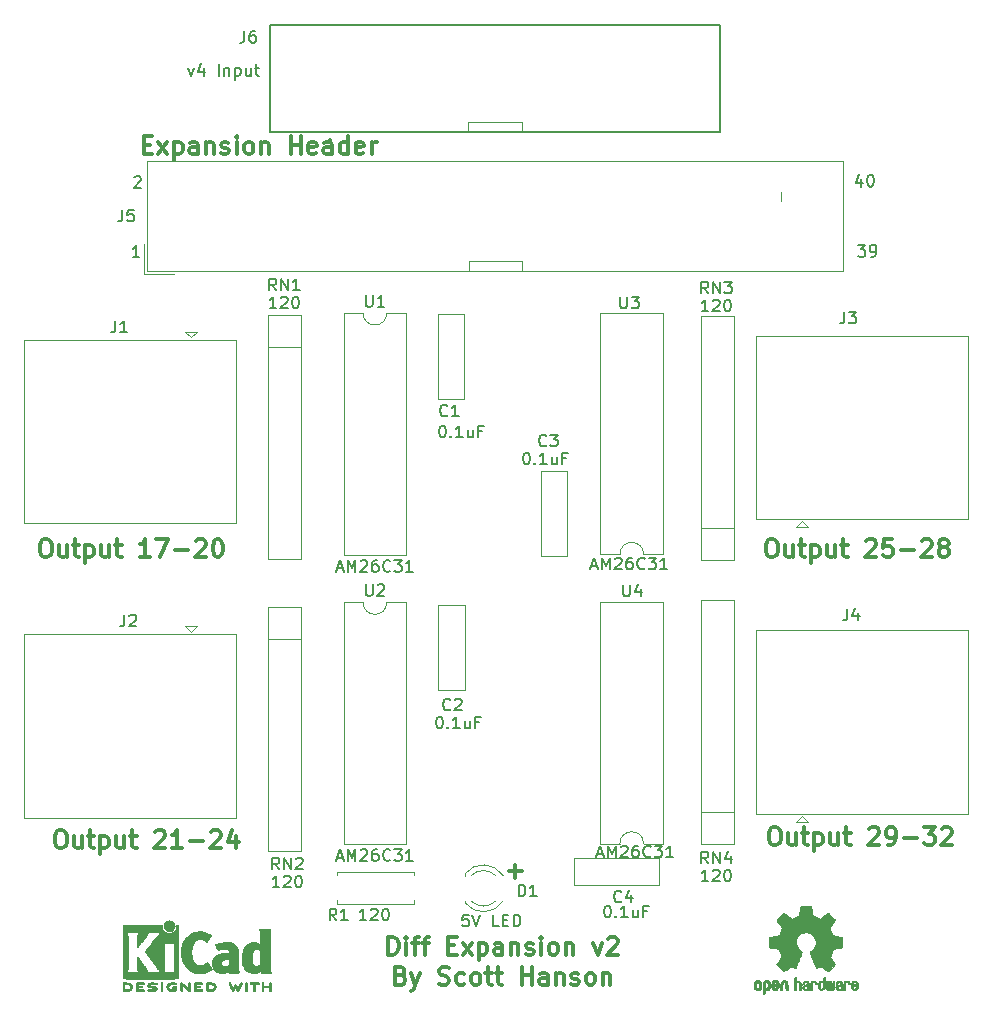
<source format=gbr>
G04 #@! TF.GenerationSoftware,KiCad,Pcbnew,(5.1.10)-1*
G04 #@! TF.CreationDate,2021-08-30T08:40:31-04:00*
G04 #@! TF.ProjectId,Diff_Expansion,44696666-5f45-4787-9061-6e73696f6e2e,v21*
G04 #@! TF.SameCoordinates,Original*
G04 #@! TF.FileFunction,Legend,Top*
G04 #@! TF.FilePolarity,Positive*
%FSLAX46Y46*%
G04 Gerber Fmt 4.6, Leading zero omitted, Abs format (unit mm)*
G04 Created by KiCad (PCBNEW (5.1.10)-1) date 2021-08-30 08:40:31*
%MOMM*%
%LPD*%
G01*
G04 APERTURE LIST*
%ADD10C,0.300000*%
%ADD11C,0.150000*%
%ADD12C,0.120000*%
%ADD13C,0.200000*%
%ADD14C,0.127000*%
%ADD15C,0.010000*%
G04 APERTURE END LIST*
D10*
X134268142Y-105238371D02*
X134553857Y-105238371D01*
X134696714Y-105309800D01*
X134839571Y-105452657D01*
X134911000Y-105738371D01*
X134911000Y-106238371D01*
X134839571Y-106524085D01*
X134696714Y-106666942D01*
X134553857Y-106738371D01*
X134268142Y-106738371D01*
X134125285Y-106666942D01*
X133982428Y-106524085D01*
X133911000Y-106238371D01*
X133911000Y-105738371D01*
X133982428Y-105452657D01*
X134125285Y-105309800D01*
X134268142Y-105238371D01*
X136196714Y-105738371D02*
X136196714Y-106738371D01*
X135553857Y-105738371D02*
X135553857Y-106524085D01*
X135625285Y-106666942D01*
X135768142Y-106738371D01*
X135982428Y-106738371D01*
X136125285Y-106666942D01*
X136196714Y-106595514D01*
X136696714Y-105738371D02*
X137268142Y-105738371D01*
X136911000Y-105238371D02*
X136911000Y-106524085D01*
X136982428Y-106666942D01*
X137125285Y-106738371D01*
X137268142Y-106738371D01*
X137768142Y-105738371D02*
X137768142Y-107238371D01*
X137768142Y-105809800D02*
X137911000Y-105738371D01*
X138196714Y-105738371D01*
X138339571Y-105809800D01*
X138411000Y-105881228D01*
X138482428Y-106024085D01*
X138482428Y-106452657D01*
X138411000Y-106595514D01*
X138339571Y-106666942D01*
X138196714Y-106738371D01*
X137911000Y-106738371D01*
X137768142Y-106666942D01*
X139768142Y-105738371D02*
X139768142Y-106738371D01*
X139125285Y-105738371D02*
X139125285Y-106524085D01*
X139196714Y-106666942D01*
X139339571Y-106738371D01*
X139553857Y-106738371D01*
X139696714Y-106666942D01*
X139768142Y-106595514D01*
X140268142Y-105738371D02*
X140839571Y-105738371D01*
X140482428Y-105238371D02*
X140482428Y-106524085D01*
X140553857Y-106666942D01*
X140696714Y-106738371D01*
X140839571Y-106738371D01*
X142411000Y-105381228D02*
X142482428Y-105309800D01*
X142625285Y-105238371D01*
X142982428Y-105238371D01*
X143125285Y-105309800D01*
X143196714Y-105381228D01*
X143268142Y-105524085D01*
X143268142Y-105666942D01*
X143196714Y-105881228D01*
X142339571Y-106738371D01*
X143268142Y-106738371D01*
X144625285Y-105238371D02*
X143911000Y-105238371D01*
X143839571Y-105952657D01*
X143911000Y-105881228D01*
X144053857Y-105809800D01*
X144411000Y-105809800D01*
X144553857Y-105881228D01*
X144625285Y-105952657D01*
X144696714Y-106095514D01*
X144696714Y-106452657D01*
X144625285Y-106595514D01*
X144553857Y-106666942D01*
X144411000Y-106738371D01*
X144053857Y-106738371D01*
X143911000Y-106666942D01*
X143839571Y-106595514D01*
X145339571Y-106166942D02*
X146482428Y-106166942D01*
X147125285Y-105381228D02*
X147196714Y-105309800D01*
X147339571Y-105238371D01*
X147696714Y-105238371D01*
X147839571Y-105309800D01*
X147911000Y-105381228D01*
X147982428Y-105524085D01*
X147982428Y-105666942D01*
X147911000Y-105881228D01*
X147053857Y-106738371D01*
X147982428Y-106738371D01*
X148839571Y-105881228D02*
X148696714Y-105809800D01*
X148625285Y-105738371D01*
X148553857Y-105595514D01*
X148553857Y-105524085D01*
X148625285Y-105381228D01*
X148696714Y-105309800D01*
X148839571Y-105238371D01*
X149125285Y-105238371D01*
X149268142Y-105309800D01*
X149339571Y-105381228D01*
X149411000Y-105524085D01*
X149411000Y-105595514D01*
X149339571Y-105738371D01*
X149268142Y-105809800D01*
X149125285Y-105881228D01*
X148839571Y-105881228D01*
X148696714Y-105952657D01*
X148625285Y-106024085D01*
X148553857Y-106166942D01*
X148553857Y-106452657D01*
X148625285Y-106595514D01*
X148696714Y-106666942D01*
X148839571Y-106738371D01*
X149125285Y-106738371D01*
X149268142Y-106666942D01*
X149339571Y-106595514D01*
X149411000Y-106452657D01*
X149411000Y-106166942D01*
X149339571Y-106024085D01*
X149268142Y-105952657D01*
X149125285Y-105881228D01*
X134522142Y-129622371D02*
X134807857Y-129622371D01*
X134950714Y-129693800D01*
X135093571Y-129836657D01*
X135165000Y-130122371D01*
X135165000Y-130622371D01*
X135093571Y-130908085D01*
X134950714Y-131050942D01*
X134807857Y-131122371D01*
X134522142Y-131122371D01*
X134379285Y-131050942D01*
X134236428Y-130908085D01*
X134165000Y-130622371D01*
X134165000Y-130122371D01*
X134236428Y-129836657D01*
X134379285Y-129693800D01*
X134522142Y-129622371D01*
X136450714Y-130122371D02*
X136450714Y-131122371D01*
X135807857Y-130122371D02*
X135807857Y-130908085D01*
X135879285Y-131050942D01*
X136022142Y-131122371D01*
X136236428Y-131122371D01*
X136379285Y-131050942D01*
X136450714Y-130979514D01*
X136950714Y-130122371D02*
X137522142Y-130122371D01*
X137165000Y-129622371D02*
X137165000Y-130908085D01*
X137236428Y-131050942D01*
X137379285Y-131122371D01*
X137522142Y-131122371D01*
X138022142Y-130122371D02*
X138022142Y-131622371D01*
X138022142Y-130193800D02*
X138165000Y-130122371D01*
X138450714Y-130122371D01*
X138593571Y-130193800D01*
X138665000Y-130265228D01*
X138736428Y-130408085D01*
X138736428Y-130836657D01*
X138665000Y-130979514D01*
X138593571Y-131050942D01*
X138450714Y-131122371D01*
X138165000Y-131122371D01*
X138022142Y-131050942D01*
X140022142Y-130122371D02*
X140022142Y-131122371D01*
X139379285Y-130122371D02*
X139379285Y-130908085D01*
X139450714Y-131050942D01*
X139593571Y-131122371D01*
X139807857Y-131122371D01*
X139950714Y-131050942D01*
X140022142Y-130979514D01*
X140522142Y-130122371D02*
X141093571Y-130122371D01*
X140736428Y-129622371D02*
X140736428Y-130908085D01*
X140807857Y-131050942D01*
X140950714Y-131122371D01*
X141093571Y-131122371D01*
X142665000Y-129765228D02*
X142736428Y-129693800D01*
X142879285Y-129622371D01*
X143236428Y-129622371D01*
X143379285Y-129693800D01*
X143450714Y-129765228D01*
X143522142Y-129908085D01*
X143522142Y-130050942D01*
X143450714Y-130265228D01*
X142593571Y-131122371D01*
X143522142Y-131122371D01*
X144236428Y-131122371D02*
X144522142Y-131122371D01*
X144665000Y-131050942D01*
X144736428Y-130979514D01*
X144879285Y-130765228D01*
X144950714Y-130479514D01*
X144950714Y-129908085D01*
X144879285Y-129765228D01*
X144807857Y-129693800D01*
X144665000Y-129622371D01*
X144379285Y-129622371D01*
X144236428Y-129693800D01*
X144165000Y-129765228D01*
X144093571Y-129908085D01*
X144093571Y-130265228D01*
X144165000Y-130408085D01*
X144236428Y-130479514D01*
X144379285Y-130550942D01*
X144665000Y-130550942D01*
X144807857Y-130479514D01*
X144879285Y-130408085D01*
X144950714Y-130265228D01*
X145593571Y-130550942D02*
X146736428Y-130550942D01*
X147307857Y-129622371D02*
X148236428Y-129622371D01*
X147736428Y-130193800D01*
X147950714Y-130193800D01*
X148093571Y-130265228D01*
X148165000Y-130336657D01*
X148236428Y-130479514D01*
X148236428Y-130836657D01*
X148165000Y-130979514D01*
X148093571Y-131050942D01*
X147950714Y-131122371D01*
X147522142Y-131122371D01*
X147379285Y-131050942D01*
X147307857Y-130979514D01*
X148807857Y-129765228D02*
X148879285Y-129693800D01*
X149022142Y-129622371D01*
X149379285Y-129622371D01*
X149522142Y-129693800D01*
X149593571Y-129765228D01*
X149665000Y-129908085D01*
X149665000Y-130050942D01*
X149593571Y-130265228D01*
X148736428Y-131122371D01*
X149665000Y-131122371D01*
X74070142Y-129876371D02*
X74355857Y-129876371D01*
X74498714Y-129947800D01*
X74641571Y-130090657D01*
X74713000Y-130376371D01*
X74713000Y-130876371D01*
X74641571Y-131162085D01*
X74498714Y-131304942D01*
X74355857Y-131376371D01*
X74070142Y-131376371D01*
X73927285Y-131304942D01*
X73784428Y-131162085D01*
X73713000Y-130876371D01*
X73713000Y-130376371D01*
X73784428Y-130090657D01*
X73927285Y-129947800D01*
X74070142Y-129876371D01*
X75998714Y-130376371D02*
X75998714Y-131376371D01*
X75355857Y-130376371D02*
X75355857Y-131162085D01*
X75427285Y-131304942D01*
X75570142Y-131376371D01*
X75784428Y-131376371D01*
X75927285Y-131304942D01*
X75998714Y-131233514D01*
X76498714Y-130376371D02*
X77070142Y-130376371D01*
X76713000Y-129876371D02*
X76713000Y-131162085D01*
X76784428Y-131304942D01*
X76927285Y-131376371D01*
X77070142Y-131376371D01*
X77570142Y-130376371D02*
X77570142Y-131876371D01*
X77570142Y-130447800D02*
X77713000Y-130376371D01*
X77998714Y-130376371D01*
X78141571Y-130447800D01*
X78213000Y-130519228D01*
X78284428Y-130662085D01*
X78284428Y-131090657D01*
X78213000Y-131233514D01*
X78141571Y-131304942D01*
X77998714Y-131376371D01*
X77713000Y-131376371D01*
X77570142Y-131304942D01*
X79570142Y-130376371D02*
X79570142Y-131376371D01*
X78927285Y-130376371D02*
X78927285Y-131162085D01*
X78998714Y-131304942D01*
X79141571Y-131376371D01*
X79355857Y-131376371D01*
X79498714Y-131304942D01*
X79570142Y-131233514D01*
X80070142Y-130376371D02*
X80641571Y-130376371D01*
X80284428Y-129876371D02*
X80284428Y-131162085D01*
X80355857Y-131304942D01*
X80498714Y-131376371D01*
X80641571Y-131376371D01*
X82213000Y-130019228D02*
X82284428Y-129947800D01*
X82427285Y-129876371D01*
X82784428Y-129876371D01*
X82927285Y-129947800D01*
X82998714Y-130019228D01*
X83070142Y-130162085D01*
X83070142Y-130304942D01*
X82998714Y-130519228D01*
X82141571Y-131376371D01*
X83070142Y-131376371D01*
X84498714Y-131376371D02*
X83641571Y-131376371D01*
X84070142Y-131376371D02*
X84070142Y-129876371D01*
X83927285Y-130090657D01*
X83784428Y-130233514D01*
X83641571Y-130304942D01*
X85141571Y-130804942D02*
X86284428Y-130804942D01*
X86927285Y-130019228D02*
X86998714Y-129947800D01*
X87141571Y-129876371D01*
X87498714Y-129876371D01*
X87641571Y-129947800D01*
X87713000Y-130019228D01*
X87784428Y-130162085D01*
X87784428Y-130304942D01*
X87713000Y-130519228D01*
X86855857Y-131376371D01*
X87784428Y-131376371D01*
X89070142Y-130376371D02*
X89070142Y-131376371D01*
X88713000Y-129804942D02*
X88355857Y-130876371D01*
X89284428Y-130876371D01*
X72800142Y-105238371D02*
X73085857Y-105238371D01*
X73228714Y-105309800D01*
X73371571Y-105452657D01*
X73443000Y-105738371D01*
X73443000Y-106238371D01*
X73371571Y-106524085D01*
X73228714Y-106666942D01*
X73085857Y-106738371D01*
X72800142Y-106738371D01*
X72657285Y-106666942D01*
X72514428Y-106524085D01*
X72443000Y-106238371D01*
X72443000Y-105738371D01*
X72514428Y-105452657D01*
X72657285Y-105309800D01*
X72800142Y-105238371D01*
X74728714Y-105738371D02*
X74728714Y-106738371D01*
X74085857Y-105738371D02*
X74085857Y-106524085D01*
X74157285Y-106666942D01*
X74300142Y-106738371D01*
X74514428Y-106738371D01*
X74657285Y-106666942D01*
X74728714Y-106595514D01*
X75228714Y-105738371D02*
X75800142Y-105738371D01*
X75443000Y-105238371D02*
X75443000Y-106524085D01*
X75514428Y-106666942D01*
X75657285Y-106738371D01*
X75800142Y-106738371D01*
X76300142Y-105738371D02*
X76300142Y-107238371D01*
X76300142Y-105809800D02*
X76443000Y-105738371D01*
X76728714Y-105738371D01*
X76871571Y-105809800D01*
X76943000Y-105881228D01*
X77014428Y-106024085D01*
X77014428Y-106452657D01*
X76943000Y-106595514D01*
X76871571Y-106666942D01*
X76728714Y-106738371D01*
X76443000Y-106738371D01*
X76300142Y-106666942D01*
X78300142Y-105738371D02*
X78300142Y-106738371D01*
X77657285Y-105738371D02*
X77657285Y-106524085D01*
X77728714Y-106666942D01*
X77871571Y-106738371D01*
X78085857Y-106738371D01*
X78228714Y-106666942D01*
X78300142Y-106595514D01*
X78800142Y-105738371D02*
X79371571Y-105738371D01*
X79014428Y-105238371D02*
X79014428Y-106524085D01*
X79085857Y-106666942D01*
X79228714Y-106738371D01*
X79371571Y-106738371D01*
X81800142Y-106738371D02*
X80943000Y-106738371D01*
X81371571Y-106738371D02*
X81371571Y-105238371D01*
X81228714Y-105452657D01*
X81085857Y-105595514D01*
X80943000Y-105666942D01*
X82300142Y-105238371D02*
X83300142Y-105238371D01*
X82657285Y-106738371D01*
X83871571Y-106166942D02*
X85014428Y-106166942D01*
X85657285Y-105381228D02*
X85728714Y-105309800D01*
X85871571Y-105238371D01*
X86228714Y-105238371D01*
X86371571Y-105309800D01*
X86443000Y-105381228D01*
X86514428Y-105524085D01*
X86514428Y-105666942D01*
X86443000Y-105881228D01*
X85585857Y-106738371D01*
X86514428Y-106738371D01*
X87443000Y-105238371D02*
X87585857Y-105238371D01*
X87728714Y-105309800D01*
X87800142Y-105381228D01*
X87871571Y-105524085D01*
X87943000Y-105809800D01*
X87943000Y-106166942D01*
X87871571Y-106452657D01*
X87800142Y-106595514D01*
X87728714Y-106666942D01*
X87585857Y-106738371D01*
X87443000Y-106738371D01*
X87300142Y-106666942D01*
X87228714Y-106595514D01*
X87157285Y-106452657D01*
X87085857Y-106166942D01*
X87085857Y-105809800D01*
X87157285Y-105524085D01*
X87228714Y-105381228D01*
X87300142Y-105309800D01*
X87443000Y-105238371D01*
D11*
X141711476Y-80302180D02*
X142330523Y-80302180D01*
X141997190Y-80683133D01*
X142140047Y-80683133D01*
X142235285Y-80730752D01*
X142282904Y-80778371D01*
X142330523Y-80873609D01*
X142330523Y-81111704D01*
X142282904Y-81206942D01*
X142235285Y-81254561D01*
X142140047Y-81302180D01*
X141854333Y-81302180D01*
X141759095Y-81254561D01*
X141711476Y-81206942D01*
X142806714Y-81302180D02*
X142997190Y-81302180D01*
X143092428Y-81254561D01*
X143140047Y-81206942D01*
X143235285Y-81064085D01*
X143282904Y-80873609D01*
X143282904Y-80492657D01*
X143235285Y-80397419D01*
X143187666Y-80349800D01*
X143092428Y-80302180D01*
X142901952Y-80302180D01*
X142806714Y-80349800D01*
X142759095Y-80397419D01*
X142711476Y-80492657D01*
X142711476Y-80730752D01*
X142759095Y-80825990D01*
X142806714Y-80873609D01*
X142901952Y-80921228D01*
X143092428Y-80921228D01*
X143187666Y-80873609D01*
X143235285Y-80825990D01*
X143282904Y-80730752D01*
X142015285Y-74703514D02*
X142015285Y-75370180D01*
X141777190Y-74322561D02*
X141539095Y-75036847D01*
X142158142Y-75036847D01*
X142729571Y-74370180D02*
X142824809Y-74370180D01*
X142920047Y-74417800D01*
X142967666Y-74465419D01*
X143015285Y-74560657D01*
X143062904Y-74751133D01*
X143062904Y-74989228D01*
X143015285Y-75179704D01*
X142967666Y-75274942D01*
X142920047Y-75322561D01*
X142824809Y-75370180D01*
X142729571Y-75370180D01*
X142634333Y-75322561D01*
X142586714Y-75274942D01*
X142539095Y-75179704D01*
X142491476Y-74989228D01*
X142491476Y-74751133D01*
X142539095Y-74560657D01*
X142586714Y-74465419D01*
X142634333Y-74417800D01*
X142729571Y-74370180D01*
X80886714Y-81332180D02*
X80315285Y-81332180D01*
X80601000Y-81332180D02*
X80601000Y-80332180D01*
X80505761Y-80475038D01*
X80410523Y-80570276D01*
X80315285Y-80617895D01*
D12*
X108794600Y-81675800D02*
X113294600Y-81675800D01*
X135241000Y-76629800D02*
X135241000Y-75829800D01*
D10*
X112133571Y-133344942D02*
X113276428Y-133344942D01*
X112705000Y-133916371D02*
X112705000Y-132773514D01*
D11*
X80445285Y-74597419D02*
X80492904Y-74549800D01*
X80588142Y-74502180D01*
X80826238Y-74502180D01*
X80921476Y-74549800D01*
X80969095Y-74597419D01*
X81016714Y-74692657D01*
X81016714Y-74787895D01*
X80969095Y-74930752D01*
X80397666Y-75502180D01*
X81016714Y-75502180D01*
D12*
X113294600Y-82475800D02*
X113294600Y-81675800D01*
X108794600Y-81675800D02*
X108794600Y-82475800D01*
D10*
X101964428Y-140393371D02*
X101964428Y-138893371D01*
X102321571Y-138893371D01*
X102535857Y-138964800D01*
X102678714Y-139107657D01*
X102750142Y-139250514D01*
X102821571Y-139536228D01*
X102821571Y-139750514D01*
X102750142Y-140036228D01*
X102678714Y-140179085D01*
X102535857Y-140321942D01*
X102321571Y-140393371D01*
X101964428Y-140393371D01*
X103464428Y-140393371D02*
X103464428Y-139393371D01*
X103464428Y-138893371D02*
X103393000Y-138964800D01*
X103464428Y-139036228D01*
X103535857Y-138964800D01*
X103464428Y-138893371D01*
X103464428Y-139036228D01*
X103964428Y-139393371D02*
X104535857Y-139393371D01*
X104178714Y-140393371D02*
X104178714Y-139107657D01*
X104250142Y-138964800D01*
X104393000Y-138893371D01*
X104535857Y-138893371D01*
X104821571Y-139393371D02*
X105393000Y-139393371D01*
X105035857Y-140393371D02*
X105035857Y-139107657D01*
X105107285Y-138964800D01*
X105250142Y-138893371D01*
X105393000Y-138893371D01*
X107035857Y-139607657D02*
X107535857Y-139607657D01*
X107750142Y-140393371D02*
X107035857Y-140393371D01*
X107035857Y-138893371D01*
X107750142Y-138893371D01*
X108250142Y-140393371D02*
X109035857Y-139393371D01*
X108250142Y-139393371D02*
X109035857Y-140393371D01*
X109607285Y-139393371D02*
X109607285Y-140893371D01*
X109607285Y-139464800D02*
X109750142Y-139393371D01*
X110035857Y-139393371D01*
X110178714Y-139464800D01*
X110250142Y-139536228D01*
X110321571Y-139679085D01*
X110321571Y-140107657D01*
X110250142Y-140250514D01*
X110178714Y-140321942D01*
X110035857Y-140393371D01*
X109750142Y-140393371D01*
X109607285Y-140321942D01*
X111607285Y-140393371D02*
X111607285Y-139607657D01*
X111535857Y-139464800D01*
X111393000Y-139393371D01*
X111107285Y-139393371D01*
X110964428Y-139464800D01*
X111607285Y-140321942D02*
X111464428Y-140393371D01*
X111107285Y-140393371D01*
X110964428Y-140321942D01*
X110893000Y-140179085D01*
X110893000Y-140036228D01*
X110964428Y-139893371D01*
X111107285Y-139821942D01*
X111464428Y-139821942D01*
X111607285Y-139750514D01*
X112321571Y-139393371D02*
X112321571Y-140393371D01*
X112321571Y-139536228D02*
X112393000Y-139464800D01*
X112535857Y-139393371D01*
X112750142Y-139393371D01*
X112893000Y-139464800D01*
X112964428Y-139607657D01*
X112964428Y-140393371D01*
X113607285Y-140321942D02*
X113750142Y-140393371D01*
X114035857Y-140393371D01*
X114178714Y-140321942D01*
X114250142Y-140179085D01*
X114250142Y-140107657D01*
X114178714Y-139964800D01*
X114035857Y-139893371D01*
X113821571Y-139893371D01*
X113678714Y-139821942D01*
X113607285Y-139679085D01*
X113607285Y-139607657D01*
X113678714Y-139464800D01*
X113821571Y-139393371D01*
X114035857Y-139393371D01*
X114178714Y-139464800D01*
X114893000Y-140393371D02*
X114893000Y-139393371D01*
X114893000Y-138893371D02*
X114821571Y-138964800D01*
X114893000Y-139036228D01*
X114964428Y-138964800D01*
X114893000Y-138893371D01*
X114893000Y-139036228D01*
X115821571Y-140393371D02*
X115678714Y-140321942D01*
X115607285Y-140250514D01*
X115535857Y-140107657D01*
X115535857Y-139679085D01*
X115607285Y-139536228D01*
X115678714Y-139464800D01*
X115821571Y-139393371D01*
X116035857Y-139393371D01*
X116178714Y-139464800D01*
X116250142Y-139536228D01*
X116321571Y-139679085D01*
X116321571Y-140107657D01*
X116250142Y-140250514D01*
X116178714Y-140321942D01*
X116035857Y-140393371D01*
X115821571Y-140393371D01*
X116964428Y-139393371D02*
X116964428Y-140393371D01*
X116964428Y-139536228D02*
X117035857Y-139464800D01*
X117178714Y-139393371D01*
X117393000Y-139393371D01*
X117535857Y-139464800D01*
X117607285Y-139607657D01*
X117607285Y-140393371D01*
X119321571Y-139393371D02*
X119678714Y-140393371D01*
X120035857Y-139393371D01*
X120535857Y-139036228D02*
X120607285Y-138964800D01*
X120750142Y-138893371D01*
X121107285Y-138893371D01*
X121250142Y-138964800D01*
X121321571Y-139036228D01*
X121393000Y-139179085D01*
X121393000Y-139321942D01*
X121321571Y-139536228D01*
X120464428Y-140393371D01*
X121393000Y-140393371D01*
X103035857Y-142157657D02*
X103250142Y-142229085D01*
X103321571Y-142300514D01*
X103393000Y-142443371D01*
X103393000Y-142657657D01*
X103321571Y-142800514D01*
X103250142Y-142871942D01*
X103107285Y-142943371D01*
X102535857Y-142943371D01*
X102535857Y-141443371D01*
X103035857Y-141443371D01*
X103178714Y-141514800D01*
X103250142Y-141586228D01*
X103321571Y-141729085D01*
X103321571Y-141871942D01*
X103250142Y-142014800D01*
X103178714Y-142086228D01*
X103035857Y-142157657D01*
X102535857Y-142157657D01*
X103893000Y-141943371D02*
X104250142Y-142943371D01*
X104607285Y-141943371D02*
X104250142Y-142943371D01*
X104107285Y-143300514D01*
X104035857Y-143371942D01*
X103893000Y-143443371D01*
X106250142Y-142871942D02*
X106464428Y-142943371D01*
X106821571Y-142943371D01*
X106964428Y-142871942D01*
X107035857Y-142800514D01*
X107107285Y-142657657D01*
X107107285Y-142514800D01*
X107035857Y-142371942D01*
X106964428Y-142300514D01*
X106821571Y-142229085D01*
X106535857Y-142157657D01*
X106393000Y-142086228D01*
X106321571Y-142014800D01*
X106250142Y-141871942D01*
X106250142Y-141729085D01*
X106321571Y-141586228D01*
X106393000Y-141514800D01*
X106535857Y-141443371D01*
X106893000Y-141443371D01*
X107107285Y-141514800D01*
X108393000Y-142871942D02*
X108250142Y-142943371D01*
X107964428Y-142943371D01*
X107821571Y-142871942D01*
X107750142Y-142800514D01*
X107678714Y-142657657D01*
X107678714Y-142229085D01*
X107750142Y-142086228D01*
X107821571Y-142014800D01*
X107964428Y-141943371D01*
X108250142Y-141943371D01*
X108393000Y-142014800D01*
X109250142Y-142943371D02*
X109107285Y-142871942D01*
X109035857Y-142800514D01*
X108964428Y-142657657D01*
X108964428Y-142229085D01*
X109035857Y-142086228D01*
X109107285Y-142014800D01*
X109250142Y-141943371D01*
X109464428Y-141943371D01*
X109607285Y-142014800D01*
X109678714Y-142086228D01*
X109750142Y-142229085D01*
X109750142Y-142657657D01*
X109678714Y-142800514D01*
X109607285Y-142871942D01*
X109464428Y-142943371D01*
X109250142Y-142943371D01*
X110178714Y-141943371D02*
X110750142Y-141943371D01*
X110393000Y-141443371D02*
X110393000Y-142729085D01*
X110464428Y-142871942D01*
X110607285Y-142943371D01*
X110750142Y-142943371D01*
X111035857Y-141943371D02*
X111607285Y-141943371D01*
X111250142Y-141443371D02*
X111250142Y-142729085D01*
X111321571Y-142871942D01*
X111464428Y-142943371D01*
X111607285Y-142943371D01*
X113250142Y-142943371D02*
X113250142Y-141443371D01*
X113250142Y-142157657D02*
X114107285Y-142157657D01*
X114107285Y-142943371D02*
X114107285Y-141443371D01*
X115464428Y-142943371D02*
X115464428Y-142157657D01*
X115393000Y-142014800D01*
X115250142Y-141943371D01*
X114964428Y-141943371D01*
X114821571Y-142014800D01*
X115464428Y-142871942D02*
X115321571Y-142943371D01*
X114964428Y-142943371D01*
X114821571Y-142871942D01*
X114750142Y-142729085D01*
X114750142Y-142586228D01*
X114821571Y-142443371D01*
X114964428Y-142371942D01*
X115321571Y-142371942D01*
X115464428Y-142300514D01*
X116178714Y-141943371D02*
X116178714Y-142943371D01*
X116178714Y-142086228D02*
X116250142Y-142014800D01*
X116393000Y-141943371D01*
X116607285Y-141943371D01*
X116750142Y-142014800D01*
X116821571Y-142157657D01*
X116821571Y-142943371D01*
X117464428Y-142871942D02*
X117607285Y-142943371D01*
X117893000Y-142943371D01*
X118035857Y-142871942D01*
X118107285Y-142729085D01*
X118107285Y-142657657D01*
X118035857Y-142514800D01*
X117893000Y-142443371D01*
X117678714Y-142443371D01*
X117535857Y-142371942D01*
X117464428Y-142229085D01*
X117464428Y-142157657D01*
X117535857Y-142014800D01*
X117678714Y-141943371D01*
X117893000Y-141943371D01*
X118035857Y-142014800D01*
X118964428Y-142943371D02*
X118821571Y-142871942D01*
X118750142Y-142800514D01*
X118678714Y-142657657D01*
X118678714Y-142229085D01*
X118750142Y-142086228D01*
X118821571Y-142014800D01*
X118964428Y-141943371D01*
X119178714Y-141943371D01*
X119321571Y-142014800D01*
X119393000Y-142086228D01*
X119464428Y-142229085D01*
X119464428Y-142657657D01*
X119393000Y-142800514D01*
X119321571Y-142871942D01*
X119178714Y-142943371D01*
X118964428Y-142943371D01*
X120107285Y-141943371D02*
X120107285Y-142943371D01*
X120107285Y-142086228D02*
X120178714Y-142014800D01*
X120321571Y-141943371D01*
X120535857Y-141943371D01*
X120678714Y-142014800D01*
X120750142Y-142157657D01*
X120750142Y-142943371D01*
D13*
X97131000Y-71397800D02*
G75*
G03*
X97131000Y-71397800I-100000J0D01*
G01*
D14*
X91961000Y-61667800D02*
X91961000Y-70717800D01*
X91961000Y-70717800D02*
X130041000Y-70717800D01*
X130041000Y-70717800D02*
X130041000Y-61667800D01*
X130041000Y-61667800D02*
X91961000Y-61667800D01*
D12*
X111001000Y-69873800D02*
X113261600Y-69873800D01*
X113261600Y-69873800D02*
X113261600Y-70712000D01*
X111001000Y-69873800D02*
X108740400Y-69873800D01*
X108740400Y-69873800D02*
X108740400Y-70712000D01*
X123569000Y-106497800D02*
X125219000Y-106497800D01*
X125219000Y-106497800D02*
X125219000Y-86057800D01*
X125219000Y-86057800D02*
X119919000Y-86057800D01*
X119919000Y-86057800D02*
X119919000Y-106497800D01*
X119919000Y-106497800D02*
X121569000Y-106497800D01*
X121569000Y-106497800D02*
G75*
G02*
X123569000Y-106497800I1000000J0D01*
G01*
X123569000Y-130991800D02*
X125219000Y-130991800D01*
X125219000Y-130991800D02*
X125219000Y-110551800D01*
X125219000Y-110551800D02*
X119919000Y-110551800D01*
X119919000Y-110551800D02*
X119919000Y-130991800D01*
X119919000Y-130991800D02*
X121569000Y-130991800D01*
X121569000Y-130991800D02*
G75*
G02*
X123569000Y-130991800I1000000J0D01*
G01*
X99819000Y-110581800D02*
X98169000Y-110581800D01*
X98169000Y-110581800D02*
X98169000Y-131021800D01*
X98169000Y-131021800D02*
X103469000Y-131021800D01*
X103469000Y-131021800D02*
X103469000Y-110581800D01*
X103469000Y-110581800D02*
X101819000Y-110581800D01*
X101819000Y-110581800D02*
G75*
G02*
X99819000Y-110581800I-1000000J0D01*
G01*
X99819000Y-86087800D02*
X98169000Y-86087800D01*
X98169000Y-86087800D02*
X98169000Y-106527800D01*
X98169000Y-106527800D02*
X103469000Y-106527800D01*
X103469000Y-106527800D02*
X103469000Y-86087800D01*
X103469000Y-86087800D02*
X101819000Y-86087800D01*
X101819000Y-86087800D02*
G75*
G02*
X99819000Y-86087800I-1000000J0D01*
G01*
X128439000Y-131071800D02*
X131239000Y-131071800D01*
X131239000Y-131071800D02*
X131239000Y-110411800D01*
X131239000Y-110411800D02*
X128439000Y-110411800D01*
X128439000Y-110411800D02*
X128439000Y-131071800D01*
X128439000Y-128361800D02*
X131239000Y-128361800D01*
X128439000Y-106987800D02*
X131239000Y-106987800D01*
X131239000Y-106987800D02*
X131239000Y-86327800D01*
X131239000Y-86327800D02*
X128439000Y-86327800D01*
X128439000Y-86327800D02*
X128439000Y-106987800D01*
X128439000Y-104277800D02*
X131239000Y-104277800D01*
X94589000Y-110931800D02*
X91789000Y-110931800D01*
X91789000Y-110931800D02*
X91789000Y-131591800D01*
X91789000Y-131591800D02*
X94589000Y-131591800D01*
X94589000Y-131591800D02*
X94589000Y-110931800D01*
X94589000Y-113641800D02*
X91789000Y-113641800D01*
X94589000Y-86247800D02*
X91789000Y-86247800D01*
X91789000Y-86247800D02*
X91789000Y-106907800D01*
X91789000Y-106907800D02*
X94589000Y-106907800D01*
X94589000Y-106907800D02*
X94589000Y-86247800D01*
X94589000Y-88957800D02*
X91789000Y-88957800D01*
X137469000Y-129151800D02*
X136969000Y-128651800D01*
X136469000Y-129151800D02*
X137469000Y-129151800D01*
X136969000Y-128651800D02*
X136469000Y-129151800D01*
X151049000Y-128466800D02*
X151049000Y-112946800D01*
X133089000Y-112946800D02*
X151049000Y-112946800D01*
X133089000Y-112946800D02*
X133089000Y-128466800D01*
X133089000Y-128466800D02*
X151049000Y-128466800D01*
X137469000Y-104207800D02*
X136969000Y-103707800D01*
X136469000Y-104207800D02*
X137469000Y-104207800D01*
X136969000Y-103707800D02*
X136469000Y-104207800D01*
X151049000Y-103522800D02*
X151049000Y-88002800D01*
X133089000Y-88002800D02*
X151049000Y-88002800D01*
X133089000Y-88002800D02*
X133089000Y-103522800D01*
X133089000Y-103522800D02*
X151049000Y-103522800D01*
X84719000Y-112586800D02*
X85219000Y-113086800D01*
X85719000Y-112586800D02*
X84719000Y-112586800D01*
X85219000Y-113086800D02*
X85719000Y-112586800D01*
X71139000Y-113271800D02*
X71139000Y-128791800D01*
X89099000Y-128791800D02*
X71139000Y-128791800D01*
X89099000Y-128791800D02*
X89099000Y-113271800D01*
X89099000Y-113271800D02*
X71139000Y-113271800D01*
X84719000Y-87642800D02*
X85219000Y-88142800D01*
X85719000Y-87642800D02*
X84719000Y-87642800D01*
X85219000Y-88142800D02*
X85719000Y-87642800D01*
X71139000Y-88327800D02*
X71139000Y-103847800D01*
X89099000Y-103847800D02*
X71139000Y-103847800D01*
X89099000Y-103847800D02*
X89099000Y-88327800D01*
X89099000Y-88327800D02*
X71139000Y-88327800D01*
X117659000Y-132231800D02*
X124899000Y-132231800D01*
X117659000Y-134471800D02*
X124899000Y-134471800D01*
X117659000Y-132231800D02*
X117659000Y-134471800D01*
X124899000Y-132231800D02*
X124899000Y-134471800D01*
X114879000Y-106667800D02*
X114879000Y-99427800D01*
X117119000Y-106667800D02*
X117119000Y-99427800D01*
X114879000Y-106667800D02*
X117119000Y-106667800D01*
X114879000Y-99427800D02*
X117119000Y-99427800D01*
X108429000Y-110781800D02*
X108429000Y-118021800D01*
X106189000Y-110781800D02*
X106189000Y-118021800D01*
X108429000Y-110781800D02*
X106189000Y-110781800D01*
X108429000Y-118021800D02*
X106189000Y-118021800D01*
X108379000Y-86117800D02*
X108379000Y-93357800D01*
X106139000Y-86117800D02*
X106139000Y-93357800D01*
X108379000Y-86117800D02*
X106139000Y-86117800D01*
X108379000Y-93357800D02*
X106139000Y-93357800D01*
D15*
G36*
X82788600Y-137970854D02*
G01*
X82799465Y-138084793D01*
X82831082Y-138192416D01*
X82881985Y-138291415D01*
X82950707Y-138379484D01*
X83035781Y-138454316D01*
X83132768Y-138512184D01*
X83239036Y-138551805D01*
X83346050Y-138570373D01*
X83451700Y-138569234D01*
X83553875Y-138549730D01*
X83650466Y-138513206D01*
X83739362Y-138461005D01*
X83818454Y-138394473D01*
X83885631Y-138314952D01*
X83938783Y-138223787D01*
X83975801Y-138122323D01*
X83994573Y-138011902D01*
X83996511Y-137962006D01*
X83996511Y-137874067D01*
X84048440Y-137874067D01*
X84084747Y-137876911D01*
X84111645Y-137888711D01*
X84138751Y-137912449D01*
X84177133Y-137950831D01*
X84177133Y-140142402D01*
X84177124Y-140404539D01*
X84177092Y-140645041D01*
X84177028Y-140864848D01*
X84176924Y-141064901D01*
X84176773Y-141246144D01*
X84176566Y-141409516D01*
X84176294Y-141555960D01*
X84175950Y-141686417D01*
X84175526Y-141801829D01*
X84175013Y-141903138D01*
X84174403Y-141991284D01*
X84173688Y-142067210D01*
X84172860Y-142131857D01*
X84171911Y-142186167D01*
X84170833Y-142231080D01*
X84169617Y-142267540D01*
X84168255Y-142296487D01*
X84166739Y-142318863D01*
X84165062Y-142335609D01*
X84163214Y-142347668D01*
X84161187Y-142355980D01*
X84158975Y-142361487D01*
X84157892Y-142363337D01*
X84153729Y-142370349D01*
X84150195Y-142376796D01*
X84146365Y-142382700D01*
X84141318Y-142388086D01*
X84134129Y-142392978D01*
X84123877Y-142397398D01*
X84109636Y-142401372D01*
X84090486Y-142404921D01*
X84065501Y-142408070D01*
X84033760Y-142410842D01*
X83994338Y-142413261D01*
X83946314Y-142415351D01*
X83888763Y-142417135D01*
X83820763Y-142418637D01*
X83741390Y-142419880D01*
X83649721Y-142420889D01*
X83544834Y-142421685D01*
X83425804Y-142422294D01*
X83291710Y-142422739D01*
X83141627Y-142423043D01*
X82974633Y-142423230D01*
X82789804Y-142423324D01*
X82586217Y-142423348D01*
X82362950Y-142423325D01*
X82119078Y-142423280D01*
X81853679Y-142423237D01*
X81815296Y-142423232D01*
X81548318Y-142423189D01*
X81302998Y-142423118D01*
X81078417Y-142423013D01*
X80873655Y-142422866D01*
X80687794Y-142422669D01*
X80519912Y-142422416D01*
X80369092Y-142422100D01*
X80234413Y-142421713D01*
X80114956Y-142421247D01*
X80009801Y-142420697D01*
X79918029Y-142420053D01*
X79838721Y-142419311D01*
X79770957Y-142418461D01*
X79713818Y-142417497D01*
X79666383Y-142416411D01*
X79627734Y-142415197D01*
X79596951Y-142413847D01*
X79573115Y-142412355D01*
X79555306Y-142410711D01*
X79542605Y-142408911D01*
X79534092Y-142406945D01*
X79529734Y-142405277D01*
X79521272Y-142401706D01*
X79513503Y-142399070D01*
X79506398Y-142396434D01*
X79499927Y-142392862D01*
X79494061Y-142387421D01*
X79488771Y-142379175D01*
X79484026Y-142367190D01*
X79479798Y-142350531D01*
X79476057Y-142328263D01*
X79472773Y-142299452D01*
X79469917Y-142263163D01*
X79467460Y-142218461D01*
X79465371Y-142164411D01*
X79463622Y-142100079D01*
X79462183Y-142024530D01*
X79461024Y-141936830D01*
X79460117Y-141836043D01*
X79459431Y-141721234D01*
X79458937Y-141591470D01*
X79458605Y-141445815D01*
X79458407Y-141283335D01*
X79458313Y-141103095D01*
X79458292Y-140904160D01*
X79458315Y-140685596D01*
X79458354Y-140446468D01*
X79458378Y-140185840D01*
X79458378Y-140143689D01*
X79458364Y-139880792D01*
X79458339Y-139639532D01*
X79458329Y-139418965D01*
X79458358Y-139218152D01*
X79458452Y-139036149D01*
X79458638Y-138872016D01*
X79458941Y-138724811D01*
X79459386Y-138593592D01*
X79459966Y-138483667D01*
X79762803Y-138483667D01*
X79802593Y-138541511D01*
X79813764Y-138557279D01*
X79823834Y-138571241D01*
X79832862Y-138584584D01*
X79840903Y-138598493D01*
X79848014Y-138614156D01*
X79854253Y-138632758D01*
X79859675Y-138655486D01*
X79864338Y-138683527D01*
X79868299Y-138718067D01*
X79871615Y-138760292D01*
X79874341Y-138811389D01*
X79876536Y-138872544D01*
X79878255Y-138944944D01*
X79879556Y-139029775D01*
X79880495Y-139128222D01*
X79881130Y-139241474D01*
X79881516Y-139370716D01*
X79881712Y-139517134D01*
X79881773Y-139681916D01*
X79881757Y-139866247D01*
X79881720Y-140071313D01*
X79881711Y-140193933D01*
X79881735Y-140410882D01*
X79881769Y-140606442D01*
X79881757Y-140781799D01*
X79881642Y-140938141D01*
X79881370Y-141076657D01*
X79880882Y-141198534D01*
X79880124Y-141304960D01*
X79879038Y-141397122D01*
X79877569Y-141476209D01*
X79875660Y-141543408D01*
X79873256Y-141599907D01*
X79870299Y-141646893D01*
X79866734Y-141685555D01*
X79862505Y-141717080D01*
X79857554Y-141742655D01*
X79851827Y-141763470D01*
X79845267Y-141780711D01*
X79837817Y-141795565D01*
X79829421Y-141809222D01*
X79820024Y-141822869D01*
X79809568Y-141837693D01*
X79803477Y-141846583D01*
X79764704Y-141904200D01*
X80296268Y-141904200D01*
X80419517Y-141904165D01*
X80522013Y-141904015D01*
X80605580Y-141903678D01*
X80672044Y-141903086D01*
X80723229Y-141902167D01*
X80760959Y-141900851D01*
X80787060Y-141899069D01*
X80803356Y-141896751D01*
X80811672Y-141893826D01*
X80813832Y-141890224D01*
X80811661Y-141885875D01*
X80810465Y-141884445D01*
X80785315Y-141847373D01*
X80759417Y-141794572D01*
X80735808Y-141732570D01*
X80727539Y-141706157D01*
X80722922Y-141688216D01*
X80719021Y-141667155D01*
X80715752Y-141640889D01*
X80713034Y-141607332D01*
X80710785Y-141564399D01*
X80708923Y-141510004D01*
X80707364Y-141442062D01*
X80706028Y-141358488D01*
X80704831Y-141257195D01*
X80703692Y-141136100D01*
X80703315Y-141091400D01*
X80702298Y-140966249D01*
X80701540Y-140861882D01*
X80701097Y-140776507D01*
X80701030Y-140708333D01*
X80701395Y-140655565D01*
X80702252Y-140616414D01*
X80703659Y-140589085D01*
X80705675Y-140571786D01*
X80708357Y-140562726D01*
X80711764Y-140560112D01*
X80715956Y-140562151D01*
X80720429Y-140566467D01*
X80730784Y-140579402D01*
X80752842Y-140608476D01*
X80785043Y-140651559D01*
X80825826Y-140706518D01*
X80873630Y-140771223D01*
X80926895Y-140843542D01*
X80984060Y-140921344D01*
X81043563Y-141002498D01*
X81103845Y-141084872D01*
X81163345Y-141166336D01*
X81220502Y-141244757D01*
X81273755Y-141318004D01*
X81321543Y-141383947D01*
X81362307Y-141440454D01*
X81394484Y-141485393D01*
X81416515Y-141516634D01*
X81421083Y-141523266D01*
X81444004Y-141560169D01*
X81470812Y-141608159D01*
X81496211Y-141657697D01*
X81499432Y-141664377D01*
X81521110Y-141712572D01*
X81533696Y-141750134D01*
X81539426Y-141785960D01*
X81540544Y-141828000D01*
X81539910Y-141904200D01*
X82694349Y-141904200D01*
X82603185Y-141810469D01*
X82556388Y-141760575D01*
X82506101Y-141704095D01*
X82460056Y-141649826D01*
X82439631Y-141624473D01*
X82409193Y-141584928D01*
X82369138Y-141531716D01*
X82320639Y-141466467D01*
X82264865Y-141390811D01*
X82202989Y-141306377D01*
X82136181Y-141214794D01*
X82065613Y-141117692D01*
X81992455Y-141016701D01*
X81917879Y-140913450D01*
X81843056Y-140809568D01*
X81769157Y-140706685D01*
X81697354Y-140606431D01*
X81628816Y-140510436D01*
X81564716Y-140420327D01*
X81506225Y-140337736D01*
X81454514Y-140264292D01*
X81410753Y-140201624D01*
X81376115Y-140151361D01*
X81351770Y-140115134D01*
X81338889Y-140094571D01*
X81337131Y-140090468D01*
X81345090Y-140079142D01*
X81365885Y-140051962D01*
X81398153Y-140010629D01*
X81440530Y-139956844D01*
X81491653Y-139892306D01*
X81550159Y-139818718D01*
X81614686Y-139737778D01*
X81683869Y-139651188D01*
X81756347Y-139560648D01*
X81830754Y-139467860D01*
X81890483Y-139393502D01*
X82901489Y-139393502D01*
X82907398Y-139406459D01*
X82921728Y-139428708D01*
X82922775Y-139430191D01*
X82941562Y-139460344D01*
X82961209Y-139497175D01*
X82965108Y-139505311D01*
X82968644Y-139513740D01*
X82971770Y-139523859D01*
X82974514Y-139537060D01*
X82976908Y-139554738D01*
X82978981Y-139578284D01*
X82980765Y-139609093D01*
X82982288Y-139648557D01*
X82983581Y-139698069D01*
X82984674Y-139759023D01*
X82985597Y-139832811D01*
X82986381Y-139920828D01*
X82987055Y-140024465D01*
X82987650Y-140145116D01*
X82988195Y-140284174D01*
X82988721Y-140443032D01*
X82989255Y-140621889D01*
X82989794Y-140807007D01*
X82990228Y-140970945D01*
X82990491Y-141115103D01*
X82990516Y-141240879D01*
X82990235Y-141349671D01*
X82989581Y-141442877D01*
X82988486Y-141521897D01*
X82986882Y-141588128D01*
X82984703Y-141642970D01*
X82981881Y-141687821D01*
X82978349Y-141724078D01*
X82974039Y-141753141D01*
X82968883Y-141776409D01*
X82962815Y-141795279D01*
X82955767Y-141811151D01*
X82947671Y-141825422D01*
X82938460Y-141839491D01*
X82929960Y-141851958D01*
X82912824Y-141878252D01*
X82902678Y-141895837D01*
X82901489Y-141899057D01*
X82912396Y-141900134D01*
X82943589Y-141901135D01*
X82992777Y-141902035D01*
X83057667Y-141902810D01*
X83135970Y-141903437D01*
X83225393Y-141903891D01*
X83323644Y-141904149D01*
X83392555Y-141904200D01*
X83497548Y-141903980D01*
X83594390Y-141903348D01*
X83680893Y-141902349D01*
X83754868Y-141901027D01*
X83814126Y-141899426D01*
X83856480Y-141897591D01*
X83879740Y-141895565D01*
X83883622Y-141894293D01*
X83875924Y-141879391D01*
X83867926Y-141871360D01*
X83854754Y-141854234D01*
X83837515Y-141823983D01*
X83825593Y-141799422D01*
X83798955Y-141740511D01*
X83795880Y-140563645D01*
X83792805Y-139386778D01*
X83347147Y-139386778D01*
X83249330Y-139386942D01*
X83158936Y-139387411D01*
X83078370Y-139388147D01*
X83010038Y-139389116D01*
X82956344Y-139390280D01*
X82919695Y-139391603D01*
X82902496Y-139393049D01*
X82901489Y-139393502D01*
X81890483Y-139393502D01*
X81905730Y-139374522D01*
X81979910Y-139282337D01*
X82051931Y-139193004D01*
X82120431Y-139108224D01*
X82184045Y-139029698D01*
X82241412Y-138959126D01*
X82291167Y-138898209D01*
X82331948Y-138848647D01*
X82349112Y-138827978D01*
X82435404Y-138727316D01*
X82512003Y-138644059D01*
X82580817Y-138576238D01*
X82643752Y-138521889D01*
X82653133Y-138514522D01*
X82692644Y-138483917D01*
X81560884Y-138483667D01*
X81566173Y-138531644D01*
X81562870Y-138588988D01*
X81541339Y-138657263D01*
X81501365Y-138737012D01*
X81456057Y-138809295D01*
X81439839Y-138831940D01*
X81411786Y-138869496D01*
X81373570Y-138919821D01*
X81326863Y-138980773D01*
X81273339Y-139050211D01*
X81214669Y-139125994D01*
X81152525Y-139205980D01*
X81088579Y-139288028D01*
X81024505Y-139369996D01*
X80961973Y-139449743D01*
X80902657Y-139525127D01*
X80848229Y-139594007D01*
X80800361Y-139654242D01*
X80760725Y-139703689D01*
X80730994Y-139740208D01*
X80712839Y-139761658D01*
X80709780Y-139764956D01*
X80706921Y-139756949D01*
X80704707Y-139726655D01*
X80703143Y-139674356D01*
X80702233Y-139600331D01*
X80701980Y-139504863D01*
X80702387Y-139388234D01*
X80703296Y-139268245D01*
X80704618Y-139136133D01*
X80706143Y-139024394D01*
X80708119Y-138930825D01*
X80710794Y-138853219D01*
X80714418Y-138789374D01*
X80719239Y-138737083D01*
X80725506Y-138694144D01*
X80733468Y-138658351D01*
X80743373Y-138627500D01*
X80755469Y-138599386D01*
X80770007Y-138571805D01*
X80784689Y-138546766D01*
X80822686Y-138483667D01*
X79762803Y-138483667D01*
X79459966Y-138483667D01*
X79459999Y-138477417D01*
X79460805Y-138375344D01*
X79461830Y-138286433D01*
X79463100Y-138209741D01*
X79464640Y-138144327D01*
X79466476Y-138089249D01*
X79468633Y-138043565D01*
X79471137Y-138006334D01*
X79474013Y-137976613D01*
X79477287Y-137953462D01*
X79480985Y-137935939D01*
X79485131Y-137923101D01*
X79489753Y-137914008D01*
X79494874Y-137907718D01*
X79500522Y-137903288D01*
X79506721Y-137899778D01*
X79513496Y-137896245D01*
X79519492Y-137892676D01*
X79524725Y-137890100D01*
X79532901Y-137887772D01*
X79545114Y-137885678D01*
X79562459Y-137883807D01*
X79586031Y-137882147D01*
X79616923Y-137880684D01*
X79656232Y-137879408D01*
X79705050Y-137878304D01*
X79764473Y-137877361D01*
X79835596Y-137876567D01*
X79919512Y-137875909D01*
X80017317Y-137875375D01*
X80130106Y-137874953D01*
X80258971Y-137874629D01*
X80405009Y-137874392D01*
X80569314Y-137874230D01*
X80752980Y-137874130D01*
X80957103Y-137874080D01*
X81168247Y-137874067D01*
X82788600Y-137874067D01*
X82788600Y-137970854D01*
G37*
X82788600Y-137970854D02*
X82799465Y-138084793D01*
X82831082Y-138192416D01*
X82881985Y-138291415D01*
X82950707Y-138379484D01*
X83035781Y-138454316D01*
X83132768Y-138512184D01*
X83239036Y-138551805D01*
X83346050Y-138570373D01*
X83451700Y-138569234D01*
X83553875Y-138549730D01*
X83650466Y-138513206D01*
X83739362Y-138461005D01*
X83818454Y-138394473D01*
X83885631Y-138314952D01*
X83938783Y-138223787D01*
X83975801Y-138122323D01*
X83994573Y-138011902D01*
X83996511Y-137962006D01*
X83996511Y-137874067D01*
X84048440Y-137874067D01*
X84084747Y-137876911D01*
X84111645Y-137888711D01*
X84138751Y-137912449D01*
X84177133Y-137950831D01*
X84177133Y-140142402D01*
X84177124Y-140404539D01*
X84177092Y-140645041D01*
X84177028Y-140864848D01*
X84176924Y-141064901D01*
X84176773Y-141246144D01*
X84176566Y-141409516D01*
X84176294Y-141555960D01*
X84175950Y-141686417D01*
X84175526Y-141801829D01*
X84175013Y-141903138D01*
X84174403Y-141991284D01*
X84173688Y-142067210D01*
X84172860Y-142131857D01*
X84171911Y-142186167D01*
X84170833Y-142231080D01*
X84169617Y-142267540D01*
X84168255Y-142296487D01*
X84166739Y-142318863D01*
X84165062Y-142335609D01*
X84163214Y-142347668D01*
X84161187Y-142355980D01*
X84158975Y-142361487D01*
X84157892Y-142363337D01*
X84153729Y-142370349D01*
X84150195Y-142376796D01*
X84146365Y-142382700D01*
X84141318Y-142388086D01*
X84134129Y-142392978D01*
X84123877Y-142397398D01*
X84109636Y-142401372D01*
X84090486Y-142404921D01*
X84065501Y-142408070D01*
X84033760Y-142410842D01*
X83994338Y-142413261D01*
X83946314Y-142415351D01*
X83888763Y-142417135D01*
X83820763Y-142418637D01*
X83741390Y-142419880D01*
X83649721Y-142420889D01*
X83544834Y-142421685D01*
X83425804Y-142422294D01*
X83291710Y-142422739D01*
X83141627Y-142423043D01*
X82974633Y-142423230D01*
X82789804Y-142423324D01*
X82586217Y-142423348D01*
X82362950Y-142423325D01*
X82119078Y-142423280D01*
X81853679Y-142423237D01*
X81815296Y-142423232D01*
X81548318Y-142423189D01*
X81302998Y-142423118D01*
X81078417Y-142423013D01*
X80873655Y-142422866D01*
X80687794Y-142422669D01*
X80519912Y-142422416D01*
X80369092Y-142422100D01*
X80234413Y-142421713D01*
X80114956Y-142421247D01*
X80009801Y-142420697D01*
X79918029Y-142420053D01*
X79838721Y-142419311D01*
X79770957Y-142418461D01*
X79713818Y-142417497D01*
X79666383Y-142416411D01*
X79627734Y-142415197D01*
X79596951Y-142413847D01*
X79573115Y-142412355D01*
X79555306Y-142410711D01*
X79542605Y-142408911D01*
X79534092Y-142406945D01*
X79529734Y-142405277D01*
X79521272Y-142401706D01*
X79513503Y-142399070D01*
X79506398Y-142396434D01*
X79499927Y-142392862D01*
X79494061Y-142387421D01*
X79488771Y-142379175D01*
X79484026Y-142367190D01*
X79479798Y-142350531D01*
X79476057Y-142328263D01*
X79472773Y-142299452D01*
X79469917Y-142263163D01*
X79467460Y-142218461D01*
X79465371Y-142164411D01*
X79463622Y-142100079D01*
X79462183Y-142024530D01*
X79461024Y-141936830D01*
X79460117Y-141836043D01*
X79459431Y-141721234D01*
X79458937Y-141591470D01*
X79458605Y-141445815D01*
X79458407Y-141283335D01*
X79458313Y-141103095D01*
X79458292Y-140904160D01*
X79458315Y-140685596D01*
X79458354Y-140446468D01*
X79458378Y-140185840D01*
X79458378Y-140143689D01*
X79458364Y-139880792D01*
X79458339Y-139639532D01*
X79458329Y-139418965D01*
X79458358Y-139218152D01*
X79458452Y-139036149D01*
X79458638Y-138872016D01*
X79458941Y-138724811D01*
X79459386Y-138593592D01*
X79459966Y-138483667D01*
X79762803Y-138483667D01*
X79802593Y-138541511D01*
X79813764Y-138557279D01*
X79823834Y-138571241D01*
X79832862Y-138584584D01*
X79840903Y-138598493D01*
X79848014Y-138614156D01*
X79854253Y-138632758D01*
X79859675Y-138655486D01*
X79864338Y-138683527D01*
X79868299Y-138718067D01*
X79871615Y-138760292D01*
X79874341Y-138811389D01*
X79876536Y-138872544D01*
X79878255Y-138944944D01*
X79879556Y-139029775D01*
X79880495Y-139128222D01*
X79881130Y-139241474D01*
X79881516Y-139370716D01*
X79881712Y-139517134D01*
X79881773Y-139681916D01*
X79881757Y-139866247D01*
X79881720Y-140071313D01*
X79881711Y-140193933D01*
X79881735Y-140410882D01*
X79881769Y-140606442D01*
X79881757Y-140781799D01*
X79881642Y-140938141D01*
X79881370Y-141076657D01*
X79880882Y-141198534D01*
X79880124Y-141304960D01*
X79879038Y-141397122D01*
X79877569Y-141476209D01*
X79875660Y-141543408D01*
X79873256Y-141599907D01*
X79870299Y-141646893D01*
X79866734Y-141685555D01*
X79862505Y-141717080D01*
X79857554Y-141742655D01*
X79851827Y-141763470D01*
X79845267Y-141780711D01*
X79837817Y-141795565D01*
X79829421Y-141809222D01*
X79820024Y-141822869D01*
X79809568Y-141837693D01*
X79803477Y-141846583D01*
X79764704Y-141904200D01*
X80296268Y-141904200D01*
X80419517Y-141904165D01*
X80522013Y-141904015D01*
X80605580Y-141903678D01*
X80672044Y-141903086D01*
X80723229Y-141902167D01*
X80760959Y-141900851D01*
X80787060Y-141899069D01*
X80803356Y-141896751D01*
X80811672Y-141893826D01*
X80813832Y-141890224D01*
X80811661Y-141885875D01*
X80810465Y-141884445D01*
X80785315Y-141847373D01*
X80759417Y-141794572D01*
X80735808Y-141732570D01*
X80727539Y-141706157D01*
X80722922Y-141688216D01*
X80719021Y-141667155D01*
X80715752Y-141640889D01*
X80713034Y-141607332D01*
X80710785Y-141564399D01*
X80708923Y-141510004D01*
X80707364Y-141442062D01*
X80706028Y-141358488D01*
X80704831Y-141257195D01*
X80703692Y-141136100D01*
X80703315Y-141091400D01*
X80702298Y-140966249D01*
X80701540Y-140861882D01*
X80701097Y-140776507D01*
X80701030Y-140708333D01*
X80701395Y-140655565D01*
X80702252Y-140616414D01*
X80703659Y-140589085D01*
X80705675Y-140571786D01*
X80708357Y-140562726D01*
X80711764Y-140560112D01*
X80715956Y-140562151D01*
X80720429Y-140566467D01*
X80730784Y-140579402D01*
X80752842Y-140608476D01*
X80785043Y-140651559D01*
X80825826Y-140706518D01*
X80873630Y-140771223D01*
X80926895Y-140843542D01*
X80984060Y-140921344D01*
X81043563Y-141002498D01*
X81103845Y-141084872D01*
X81163345Y-141166336D01*
X81220502Y-141244757D01*
X81273755Y-141318004D01*
X81321543Y-141383947D01*
X81362307Y-141440454D01*
X81394484Y-141485393D01*
X81416515Y-141516634D01*
X81421083Y-141523266D01*
X81444004Y-141560169D01*
X81470812Y-141608159D01*
X81496211Y-141657697D01*
X81499432Y-141664377D01*
X81521110Y-141712572D01*
X81533696Y-141750134D01*
X81539426Y-141785960D01*
X81540544Y-141828000D01*
X81539910Y-141904200D01*
X82694349Y-141904200D01*
X82603185Y-141810469D01*
X82556388Y-141760575D01*
X82506101Y-141704095D01*
X82460056Y-141649826D01*
X82439631Y-141624473D01*
X82409193Y-141584928D01*
X82369138Y-141531716D01*
X82320639Y-141466467D01*
X82264865Y-141390811D01*
X82202989Y-141306377D01*
X82136181Y-141214794D01*
X82065613Y-141117692D01*
X81992455Y-141016701D01*
X81917879Y-140913450D01*
X81843056Y-140809568D01*
X81769157Y-140706685D01*
X81697354Y-140606431D01*
X81628816Y-140510436D01*
X81564716Y-140420327D01*
X81506225Y-140337736D01*
X81454514Y-140264292D01*
X81410753Y-140201624D01*
X81376115Y-140151361D01*
X81351770Y-140115134D01*
X81338889Y-140094571D01*
X81337131Y-140090468D01*
X81345090Y-140079142D01*
X81365885Y-140051962D01*
X81398153Y-140010629D01*
X81440530Y-139956844D01*
X81491653Y-139892306D01*
X81550159Y-139818718D01*
X81614686Y-139737778D01*
X81683869Y-139651188D01*
X81756347Y-139560648D01*
X81830754Y-139467860D01*
X81890483Y-139393502D01*
X82901489Y-139393502D01*
X82907398Y-139406459D01*
X82921728Y-139428708D01*
X82922775Y-139430191D01*
X82941562Y-139460344D01*
X82961209Y-139497175D01*
X82965108Y-139505311D01*
X82968644Y-139513740D01*
X82971770Y-139523859D01*
X82974514Y-139537060D01*
X82976908Y-139554738D01*
X82978981Y-139578284D01*
X82980765Y-139609093D01*
X82982288Y-139648557D01*
X82983581Y-139698069D01*
X82984674Y-139759023D01*
X82985597Y-139832811D01*
X82986381Y-139920828D01*
X82987055Y-140024465D01*
X82987650Y-140145116D01*
X82988195Y-140284174D01*
X82988721Y-140443032D01*
X82989255Y-140621889D01*
X82989794Y-140807007D01*
X82990228Y-140970945D01*
X82990491Y-141115103D01*
X82990516Y-141240879D01*
X82990235Y-141349671D01*
X82989581Y-141442877D01*
X82988486Y-141521897D01*
X82986882Y-141588128D01*
X82984703Y-141642970D01*
X82981881Y-141687821D01*
X82978349Y-141724078D01*
X82974039Y-141753141D01*
X82968883Y-141776409D01*
X82962815Y-141795279D01*
X82955767Y-141811151D01*
X82947671Y-141825422D01*
X82938460Y-141839491D01*
X82929960Y-141851958D01*
X82912824Y-141878252D01*
X82902678Y-141895837D01*
X82901489Y-141899057D01*
X82912396Y-141900134D01*
X82943589Y-141901135D01*
X82992777Y-141902035D01*
X83057667Y-141902810D01*
X83135970Y-141903437D01*
X83225393Y-141903891D01*
X83323644Y-141904149D01*
X83392555Y-141904200D01*
X83497548Y-141903980D01*
X83594390Y-141903348D01*
X83680893Y-141902349D01*
X83754868Y-141901027D01*
X83814126Y-141899426D01*
X83856480Y-141897591D01*
X83879740Y-141895565D01*
X83883622Y-141894293D01*
X83875924Y-141879391D01*
X83867926Y-141871360D01*
X83854754Y-141854234D01*
X83837515Y-141823983D01*
X83825593Y-141799422D01*
X83798955Y-141740511D01*
X83795880Y-140563645D01*
X83792805Y-139386778D01*
X83347147Y-139386778D01*
X83249330Y-139386942D01*
X83158936Y-139387411D01*
X83078370Y-139388147D01*
X83010038Y-139389116D01*
X82956344Y-139390280D01*
X82919695Y-139391603D01*
X82902496Y-139393049D01*
X82901489Y-139393502D01*
X81890483Y-139393502D01*
X81905730Y-139374522D01*
X81979910Y-139282337D01*
X82051931Y-139193004D01*
X82120431Y-139108224D01*
X82184045Y-139029698D01*
X82241412Y-138959126D01*
X82291167Y-138898209D01*
X82331948Y-138848647D01*
X82349112Y-138827978D01*
X82435404Y-138727316D01*
X82512003Y-138644059D01*
X82580817Y-138576238D01*
X82643752Y-138521889D01*
X82653133Y-138514522D01*
X82692644Y-138483917D01*
X81560884Y-138483667D01*
X81566173Y-138531644D01*
X81562870Y-138588988D01*
X81541339Y-138657263D01*
X81501365Y-138737012D01*
X81456057Y-138809295D01*
X81439839Y-138831940D01*
X81411786Y-138869496D01*
X81373570Y-138919821D01*
X81326863Y-138980773D01*
X81273339Y-139050211D01*
X81214669Y-139125994D01*
X81152525Y-139205980D01*
X81088579Y-139288028D01*
X81024505Y-139369996D01*
X80961973Y-139449743D01*
X80902657Y-139525127D01*
X80848229Y-139594007D01*
X80800361Y-139654242D01*
X80760725Y-139703689D01*
X80730994Y-139740208D01*
X80712839Y-139761658D01*
X80709780Y-139764956D01*
X80706921Y-139756949D01*
X80704707Y-139726655D01*
X80703143Y-139674356D01*
X80702233Y-139600331D01*
X80701980Y-139504863D01*
X80702387Y-139388234D01*
X80703296Y-139268245D01*
X80704618Y-139136133D01*
X80706143Y-139024394D01*
X80708119Y-138930825D01*
X80710794Y-138853219D01*
X80714418Y-138789374D01*
X80719239Y-138737083D01*
X80725506Y-138694144D01*
X80733468Y-138658351D01*
X80743373Y-138627500D01*
X80755469Y-138599386D01*
X80770007Y-138571805D01*
X80784689Y-138546766D01*
X80822686Y-138483667D01*
X79762803Y-138483667D01*
X79459966Y-138483667D01*
X79459999Y-138477417D01*
X79460805Y-138375344D01*
X79461830Y-138286433D01*
X79463100Y-138209741D01*
X79464640Y-138144327D01*
X79466476Y-138089249D01*
X79468633Y-138043565D01*
X79471137Y-138006334D01*
X79474013Y-137976613D01*
X79477287Y-137953462D01*
X79480985Y-137935939D01*
X79485131Y-137923101D01*
X79489753Y-137914008D01*
X79494874Y-137907718D01*
X79500522Y-137903288D01*
X79506721Y-137899778D01*
X79513496Y-137896245D01*
X79519492Y-137892676D01*
X79524725Y-137890100D01*
X79532901Y-137887772D01*
X79545114Y-137885678D01*
X79562459Y-137883807D01*
X79586031Y-137882147D01*
X79616923Y-137880684D01*
X79656232Y-137879408D01*
X79705050Y-137878304D01*
X79764473Y-137877361D01*
X79835596Y-137876567D01*
X79919512Y-137875909D01*
X80017317Y-137875375D01*
X80130106Y-137874953D01*
X80258971Y-137874629D01*
X80405009Y-137874392D01*
X80569314Y-137874230D01*
X80752980Y-137874130D01*
X80957103Y-137874080D01*
X81168247Y-137874067D01*
X82788600Y-137874067D01*
X82788600Y-137970854D01*
G36*
X86063429Y-138430871D02*
G01*
X86223570Y-138452045D01*
X86387510Y-138492185D01*
X86557313Y-138551689D01*
X86735043Y-138630954D01*
X86746310Y-138636499D01*
X86804005Y-138664525D01*
X86855552Y-138688602D01*
X86897191Y-138707049D01*
X86925162Y-138718186D01*
X86934733Y-138720733D01*
X86953950Y-138725741D01*
X86958561Y-138729947D01*
X86953458Y-138740380D01*
X86937418Y-138766668D01*
X86912288Y-138806057D01*
X86879914Y-138855791D01*
X86842143Y-138913115D01*
X86800822Y-138975276D01*
X86757798Y-139039518D01*
X86714917Y-139103085D01*
X86674026Y-139163225D01*
X86636971Y-139217180D01*
X86605600Y-139262197D01*
X86581759Y-139295521D01*
X86567294Y-139314397D01*
X86565309Y-139316587D01*
X86555191Y-139311938D01*
X86532850Y-139294762D01*
X86502280Y-139268240D01*
X86486536Y-139253764D01*
X86390047Y-139178482D01*
X86283336Y-139123041D01*
X86167832Y-139087941D01*
X86044962Y-139073680D01*
X85975561Y-139074851D01*
X85854423Y-139092012D01*
X85745205Y-139127894D01*
X85647582Y-139182759D01*
X85561228Y-139256870D01*
X85485815Y-139350488D01*
X85421018Y-139463876D01*
X85383601Y-139550467D01*
X85339748Y-139686166D01*
X85307428Y-139833650D01*
X85286557Y-139989114D01*
X85277051Y-140148756D01*
X85278827Y-140308773D01*
X85291803Y-140465361D01*
X85315894Y-140614718D01*
X85351018Y-140753040D01*
X85397092Y-140876524D01*
X85413373Y-140910778D01*
X85481620Y-141024864D01*
X85562079Y-141121357D01*
X85653570Y-141199470D01*
X85754911Y-141258417D01*
X85864920Y-141297412D01*
X85982415Y-141315668D01*
X86023883Y-141317011D01*
X86145441Y-141306090D01*
X86265878Y-141273274D01*
X86383666Y-141219239D01*
X86497277Y-141144665D01*
X86588685Y-141066339D01*
X86635215Y-141021808D01*
X86816483Y-141319071D01*
X86861580Y-141393233D01*
X86902819Y-141461446D01*
X86938735Y-141521259D01*
X86967866Y-141570220D01*
X86988750Y-141605879D01*
X86999924Y-141625784D01*
X87001375Y-141628879D01*
X86993146Y-141638518D01*
X86967567Y-141655799D01*
X86927873Y-141679083D01*
X86877297Y-141706734D01*
X86819074Y-141737115D01*
X86756437Y-141768590D01*
X86692621Y-141799522D01*
X86630860Y-141828273D01*
X86574388Y-141853208D01*
X86526438Y-141872689D01*
X86502986Y-141881118D01*
X86369221Y-141918933D01*
X86231327Y-141943936D01*
X86083622Y-141956940D01*
X85956833Y-141959268D01*
X85888878Y-141958173D01*
X85823277Y-141956075D01*
X85765847Y-141953234D01*
X85722403Y-141949906D01*
X85708298Y-141948222D01*
X85569284Y-141919387D01*
X85427757Y-141874268D01*
X85290275Y-141815550D01*
X85163394Y-141745920D01*
X85085889Y-141693241D01*
X84958481Y-141585039D01*
X84840178Y-141458471D01*
X84733172Y-141316666D01*
X84639652Y-141162751D01*
X84561810Y-140999853D01*
X84517956Y-140882556D01*
X84467708Y-140698928D01*
X84434209Y-140504381D01*
X84417449Y-140303125D01*
X84417416Y-140099368D01*
X84434101Y-139897321D01*
X84467493Y-139701192D01*
X84517580Y-139515191D01*
X84521397Y-139503603D01*
X84584281Y-139341550D01*
X84661028Y-139193632D01*
X84754242Y-139055665D01*
X84866527Y-138923461D01*
X84910392Y-138878199D01*
X85046534Y-138754257D01*
X85186491Y-138651715D01*
X85332411Y-138569456D01*
X85486442Y-138506364D01*
X85650732Y-138461323D01*
X85746289Y-138443833D01*
X85905023Y-138428266D01*
X86063429Y-138430871D01*
G37*
X86063429Y-138430871D02*
X86223570Y-138452045D01*
X86387510Y-138492185D01*
X86557313Y-138551689D01*
X86735043Y-138630954D01*
X86746310Y-138636499D01*
X86804005Y-138664525D01*
X86855552Y-138688602D01*
X86897191Y-138707049D01*
X86925162Y-138718186D01*
X86934733Y-138720733D01*
X86953950Y-138725741D01*
X86958561Y-138729947D01*
X86953458Y-138740380D01*
X86937418Y-138766668D01*
X86912288Y-138806057D01*
X86879914Y-138855791D01*
X86842143Y-138913115D01*
X86800822Y-138975276D01*
X86757798Y-139039518D01*
X86714917Y-139103085D01*
X86674026Y-139163225D01*
X86636971Y-139217180D01*
X86605600Y-139262197D01*
X86581759Y-139295521D01*
X86567294Y-139314397D01*
X86565309Y-139316587D01*
X86555191Y-139311938D01*
X86532850Y-139294762D01*
X86502280Y-139268240D01*
X86486536Y-139253764D01*
X86390047Y-139178482D01*
X86283336Y-139123041D01*
X86167832Y-139087941D01*
X86044962Y-139073680D01*
X85975561Y-139074851D01*
X85854423Y-139092012D01*
X85745205Y-139127894D01*
X85647582Y-139182759D01*
X85561228Y-139256870D01*
X85485815Y-139350488D01*
X85421018Y-139463876D01*
X85383601Y-139550467D01*
X85339748Y-139686166D01*
X85307428Y-139833650D01*
X85286557Y-139989114D01*
X85277051Y-140148756D01*
X85278827Y-140308773D01*
X85291803Y-140465361D01*
X85315894Y-140614718D01*
X85351018Y-140753040D01*
X85397092Y-140876524D01*
X85413373Y-140910778D01*
X85481620Y-141024864D01*
X85562079Y-141121357D01*
X85653570Y-141199470D01*
X85754911Y-141258417D01*
X85864920Y-141297412D01*
X85982415Y-141315668D01*
X86023883Y-141317011D01*
X86145441Y-141306090D01*
X86265878Y-141273274D01*
X86383666Y-141219239D01*
X86497277Y-141144665D01*
X86588685Y-141066339D01*
X86635215Y-141021808D01*
X86816483Y-141319071D01*
X86861580Y-141393233D01*
X86902819Y-141461446D01*
X86938735Y-141521259D01*
X86967866Y-141570220D01*
X86988750Y-141605879D01*
X86999924Y-141625784D01*
X87001375Y-141628879D01*
X86993146Y-141638518D01*
X86967567Y-141655799D01*
X86927873Y-141679083D01*
X86877297Y-141706734D01*
X86819074Y-141737115D01*
X86756437Y-141768590D01*
X86692621Y-141799522D01*
X86630860Y-141828273D01*
X86574388Y-141853208D01*
X86526438Y-141872689D01*
X86502986Y-141881118D01*
X86369221Y-141918933D01*
X86231327Y-141943936D01*
X86083622Y-141956940D01*
X85956833Y-141959268D01*
X85888878Y-141958173D01*
X85823277Y-141956075D01*
X85765847Y-141953234D01*
X85722403Y-141949906D01*
X85708298Y-141948222D01*
X85569284Y-141919387D01*
X85427757Y-141874268D01*
X85290275Y-141815550D01*
X85163394Y-141745920D01*
X85085889Y-141693241D01*
X84958481Y-141585039D01*
X84840178Y-141458471D01*
X84733172Y-141316666D01*
X84639652Y-141162751D01*
X84561810Y-140999853D01*
X84517956Y-140882556D01*
X84467708Y-140698928D01*
X84434209Y-140504381D01*
X84417449Y-140303125D01*
X84417416Y-140099368D01*
X84434101Y-139897321D01*
X84467493Y-139701192D01*
X84517580Y-139515191D01*
X84521397Y-139503603D01*
X84584281Y-139341550D01*
X84661028Y-139193632D01*
X84754242Y-139055665D01*
X84866527Y-138923461D01*
X84910392Y-138878199D01*
X85046534Y-138754257D01*
X85186491Y-138651715D01*
X85332411Y-138569456D01*
X85486442Y-138506364D01*
X85650732Y-138461323D01*
X85746289Y-138443833D01*
X85905023Y-138428266D01*
X86063429Y-138430871D01*
G36*
X88408574Y-139348352D02*
G01*
X88560492Y-139368367D01*
X88695756Y-139402002D01*
X88815239Y-139449525D01*
X88919815Y-139511205D01*
X88997424Y-139574765D01*
X89066265Y-139648899D01*
X89120006Y-139728671D01*
X89162910Y-139820891D01*
X89178384Y-139863961D01*
X89191244Y-139902942D01*
X89202446Y-139939089D01*
X89212120Y-139974234D01*
X89220396Y-140010210D01*
X89227403Y-140048850D01*
X89233272Y-140091985D01*
X89238131Y-140141449D01*
X89242110Y-140199073D01*
X89245340Y-140266691D01*
X89247949Y-140346134D01*
X89250067Y-140439236D01*
X89251824Y-140547827D01*
X89253349Y-140673742D01*
X89254772Y-140818812D01*
X89256025Y-140961578D01*
X89257351Y-141117768D01*
X89258556Y-141253039D01*
X89259766Y-141369046D01*
X89261106Y-141467445D01*
X89262700Y-141549893D01*
X89264675Y-141618046D01*
X89267156Y-141673560D01*
X89270269Y-141718092D01*
X89274138Y-141753298D01*
X89278889Y-141780834D01*
X89284648Y-141802356D01*
X89291539Y-141819522D01*
X89299689Y-141833986D01*
X89309223Y-141847406D01*
X89320266Y-141861438D01*
X89324566Y-141866871D01*
X89340386Y-141889710D01*
X89347422Y-141905263D01*
X89347444Y-141905722D01*
X89336567Y-141907921D01*
X89305582Y-141909947D01*
X89256957Y-141911742D01*
X89193163Y-141913251D01*
X89116669Y-141914416D01*
X89029944Y-141915180D01*
X88935457Y-141915486D01*
X88924550Y-141915489D01*
X88501657Y-141915489D01*
X88498395Y-141819422D01*
X88495133Y-141723356D01*
X88433044Y-141774343D01*
X88335714Y-141841857D01*
X88225813Y-141896549D01*
X88139349Y-141926778D01*
X88070278Y-141941466D01*
X87986925Y-141951459D01*
X87897159Y-141956446D01*
X87808845Y-141956113D01*
X87729851Y-141950151D01*
X87693622Y-141944438D01*
X87553603Y-141906576D01*
X87427178Y-141851732D01*
X87315260Y-141780724D01*
X87218762Y-141694368D01*
X87138600Y-141593479D01*
X87075687Y-141478876D01*
X87031312Y-141352784D01*
X87018978Y-141296201D01*
X87011368Y-141234002D01*
X87007739Y-141159163D01*
X87007245Y-141125267D01*
X87007310Y-141122082D01*
X87767248Y-141122082D01*
X87776541Y-141197133D01*
X87804728Y-141260960D01*
X87853197Y-141316598D01*
X87858254Y-141321011D01*
X87906548Y-141355837D01*
X87958257Y-141378420D01*
X88018989Y-141390340D01*
X88094352Y-141393183D01*
X88112459Y-141392778D01*
X88166278Y-141390125D01*
X88206308Y-141384709D01*
X88241324Y-141374545D01*
X88280103Y-141357650D01*
X88290745Y-141352472D01*
X88351396Y-141316644D01*
X88398215Y-141274012D01*
X88410952Y-141258773D01*
X88455622Y-141202262D01*
X88455622Y-141006386D01*
X88455086Y-140927739D01*
X88453396Y-140869788D01*
X88450428Y-140830675D01*
X88446057Y-140808541D01*
X88441972Y-140802074D01*
X88426047Y-140798911D01*
X88392264Y-140796288D01*
X88345340Y-140794455D01*
X88289993Y-140793657D01*
X88281106Y-140793642D01*
X88160330Y-140798896D01*
X88057660Y-140815063D01*
X87971106Y-140842761D01*
X87898681Y-140882608D01*
X87843751Y-140929558D01*
X87799204Y-140987445D01*
X87774480Y-141050493D01*
X87767248Y-141122082D01*
X87007310Y-141122082D01*
X87009178Y-141031512D01*
X87017522Y-140952612D01*
X87033768Y-140881390D01*
X87059405Y-140810664D01*
X87083401Y-140758293D01*
X87142020Y-140662996D01*
X87220117Y-140574970D01*
X87315315Y-140495817D01*
X87425238Y-140427140D01*
X87547510Y-140370541D01*
X87679755Y-140327621D01*
X87744422Y-140312682D01*
X87880604Y-140290577D01*
X88029049Y-140275994D01*
X88180505Y-140269613D01*
X88307064Y-140271245D01*
X88468950Y-140278024D01*
X88461530Y-140219045D01*
X88442238Y-140119892D01*
X88411104Y-140039172D01*
X88367269Y-139976266D01*
X88309871Y-139930556D01*
X88238048Y-139901422D01*
X88150941Y-139888247D01*
X88047686Y-139890411D01*
X88009711Y-139894412D01*
X87868520Y-139919580D01*
X87731707Y-139960614D01*
X87637178Y-139998615D01*
X87592018Y-140017990D01*
X87553585Y-140033560D01*
X87527234Y-140043205D01*
X87519546Y-140045252D01*
X87509802Y-140036174D01*
X87493083Y-140007205D01*
X87469232Y-139958017D01*
X87438093Y-139888284D01*
X87399507Y-139797679D01*
X87392910Y-139781889D01*
X87362853Y-139709572D01*
X87335874Y-139644225D01*
X87313136Y-139588706D01*
X87295806Y-139545872D01*
X87285048Y-139518581D01*
X87281941Y-139509742D01*
X87291940Y-139504987D01*
X87318217Y-139499710D01*
X87346489Y-139496031D01*
X87376646Y-139491274D01*
X87424433Y-139481828D01*
X87485612Y-139468620D01*
X87555946Y-139452576D01*
X87631194Y-139434620D01*
X87659755Y-139427597D01*
X87764816Y-139402009D01*
X87852480Y-139381947D01*
X87927068Y-139366769D01*
X87992903Y-139355835D01*
X88054307Y-139348504D01*
X88115602Y-139344135D01*
X88181110Y-139342087D01*
X88239128Y-139341689D01*
X88408574Y-139348352D01*
G37*
X88408574Y-139348352D02*
X88560492Y-139368367D01*
X88695756Y-139402002D01*
X88815239Y-139449525D01*
X88919815Y-139511205D01*
X88997424Y-139574765D01*
X89066265Y-139648899D01*
X89120006Y-139728671D01*
X89162910Y-139820891D01*
X89178384Y-139863961D01*
X89191244Y-139902942D01*
X89202446Y-139939089D01*
X89212120Y-139974234D01*
X89220396Y-140010210D01*
X89227403Y-140048850D01*
X89233272Y-140091985D01*
X89238131Y-140141449D01*
X89242110Y-140199073D01*
X89245340Y-140266691D01*
X89247949Y-140346134D01*
X89250067Y-140439236D01*
X89251824Y-140547827D01*
X89253349Y-140673742D01*
X89254772Y-140818812D01*
X89256025Y-140961578D01*
X89257351Y-141117768D01*
X89258556Y-141253039D01*
X89259766Y-141369046D01*
X89261106Y-141467445D01*
X89262700Y-141549893D01*
X89264675Y-141618046D01*
X89267156Y-141673560D01*
X89270269Y-141718092D01*
X89274138Y-141753298D01*
X89278889Y-141780834D01*
X89284648Y-141802356D01*
X89291539Y-141819522D01*
X89299689Y-141833986D01*
X89309223Y-141847406D01*
X89320266Y-141861438D01*
X89324566Y-141866871D01*
X89340386Y-141889710D01*
X89347422Y-141905263D01*
X89347444Y-141905722D01*
X89336567Y-141907921D01*
X89305582Y-141909947D01*
X89256957Y-141911742D01*
X89193163Y-141913251D01*
X89116669Y-141914416D01*
X89029944Y-141915180D01*
X88935457Y-141915486D01*
X88924550Y-141915489D01*
X88501657Y-141915489D01*
X88498395Y-141819422D01*
X88495133Y-141723356D01*
X88433044Y-141774343D01*
X88335714Y-141841857D01*
X88225813Y-141896549D01*
X88139349Y-141926778D01*
X88070278Y-141941466D01*
X87986925Y-141951459D01*
X87897159Y-141956446D01*
X87808845Y-141956113D01*
X87729851Y-141950151D01*
X87693622Y-141944438D01*
X87553603Y-141906576D01*
X87427178Y-141851732D01*
X87315260Y-141780724D01*
X87218762Y-141694368D01*
X87138600Y-141593479D01*
X87075687Y-141478876D01*
X87031312Y-141352784D01*
X87018978Y-141296201D01*
X87011368Y-141234002D01*
X87007739Y-141159163D01*
X87007245Y-141125267D01*
X87007310Y-141122082D01*
X87767248Y-141122082D01*
X87776541Y-141197133D01*
X87804728Y-141260960D01*
X87853197Y-141316598D01*
X87858254Y-141321011D01*
X87906548Y-141355837D01*
X87958257Y-141378420D01*
X88018989Y-141390340D01*
X88094352Y-141393183D01*
X88112459Y-141392778D01*
X88166278Y-141390125D01*
X88206308Y-141384709D01*
X88241324Y-141374545D01*
X88280103Y-141357650D01*
X88290745Y-141352472D01*
X88351396Y-141316644D01*
X88398215Y-141274012D01*
X88410952Y-141258773D01*
X88455622Y-141202262D01*
X88455622Y-141006386D01*
X88455086Y-140927739D01*
X88453396Y-140869788D01*
X88450428Y-140830675D01*
X88446057Y-140808541D01*
X88441972Y-140802074D01*
X88426047Y-140798911D01*
X88392264Y-140796288D01*
X88345340Y-140794455D01*
X88289993Y-140793657D01*
X88281106Y-140793642D01*
X88160330Y-140798896D01*
X88057660Y-140815063D01*
X87971106Y-140842761D01*
X87898681Y-140882608D01*
X87843751Y-140929558D01*
X87799204Y-140987445D01*
X87774480Y-141050493D01*
X87767248Y-141122082D01*
X87007310Y-141122082D01*
X87009178Y-141031512D01*
X87017522Y-140952612D01*
X87033768Y-140881390D01*
X87059405Y-140810664D01*
X87083401Y-140758293D01*
X87142020Y-140662996D01*
X87220117Y-140574970D01*
X87315315Y-140495817D01*
X87425238Y-140427140D01*
X87547510Y-140370541D01*
X87679755Y-140327621D01*
X87744422Y-140312682D01*
X87880604Y-140290577D01*
X88029049Y-140275994D01*
X88180505Y-140269613D01*
X88307064Y-140271245D01*
X88468950Y-140278024D01*
X88461530Y-140219045D01*
X88442238Y-140119892D01*
X88411104Y-140039172D01*
X88367269Y-139976266D01*
X88309871Y-139930556D01*
X88238048Y-139901422D01*
X88150941Y-139888247D01*
X88047686Y-139890411D01*
X88009711Y-139894412D01*
X87868520Y-139919580D01*
X87731707Y-139960614D01*
X87637178Y-139998615D01*
X87592018Y-140017990D01*
X87553585Y-140033560D01*
X87527234Y-140043205D01*
X87519546Y-140045252D01*
X87509802Y-140036174D01*
X87493083Y-140007205D01*
X87469232Y-139958017D01*
X87438093Y-139888284D01*
X87399507Y-139797679D01*
X87392910Y-139781889D01*
X87362853Y-139709572D01*
X87335874Y-139644225D01*
X87313136Y-139588706D01*
X87295806Y-139545872D01*
X87285048Y-139518581D01*
X87281941Y-139509742D01*
X87291940Y-139504987D01*
X87318217Y-139499710D01*
X87346489Y-139496031D01*
X87376646Y-139491274D01*
X87424433Y-139481828D01*
X87485612Y-139468620D01*
X87555946Y-139452576D01*
X87631194Y-139434620D01*
X87659755Y-139427597D01*
X87764816Y-139402009D01*
X87852480Y-139381947D01*
X87927068Y-139366769D01*
X87992903Y-139355835D01*
X88054307Y-139348504D01*
X88115602Y-139344135D01*
X88181110Y-139342087D01*
X88239128Y-139341689D01*
X88408574Y-139348352D01*
G36*
X91921507Y-139954045D02*
G01*
X91921526Y-140188462D01*
X91921552Y-140401403D01*
X91921625Y-140593968D01*
X91921782Y-140767259D01*
X91922064Y-140922376D01*
X91922509Y-141060420D01*
X91923156Y-141182492D01*
X91924045Y-141289694D01*
X91925213Y-141383126D01*
X91926701Y-141463890D01*
X91928546Y-141533086D01*
X91930789Y-141591815D01*
X91933469Y-141641179D01*
X91936623Y-141682278D01*
X91940292Y-141716213D01*
X91944513Y-141744086D01*
X91949327Y-141766998D01*
X91954773Y-141786049D01*
X91960888Y-141802340D01*
X91967712Y-141816973D01*
X91975285Y-141831049D01*
X91983645Y-141845668D01*
X91988839Y-141854774D01*
X92023104Y-141915489D01*
X91164955Y-141915489D01*
X91164955Y-141819533D01*
X91164224Y-141776170D01*
X91162272Y-141743005D01*
X91159463Y-141725224D01*
X91158221Y-141723578D01*
X91146799Y-141730462D01*
X91124084Y-141748305D01*
X91101385Y-141767679D01*
X91046800Y-141808414D01*
X90977321Y-141849417D01*
X90900270Y-141886923D01*
X90822965Y-141917164D01*
X90792113Y-141926812D01*
X90723616Y-141941378D01*
X90640764Y-141951339D01*
X90551371Y-141956383D01*
X90463248Y-141956196D01*
X90384207Y-141950466D01*
X90346511Y-141944658D01*
X90208414Y-141906597D01*
X90081113Y-141848873D01*
X89965292Y-141772011D01*
X89861637Y-141676539D01*
X89770833Y-141562979D01*
X89704031Y-141452181D01*
X89649164Y-141335425D01*
X89607163Y-141216076D01*
X89577167Y-141090083D01*
X89558311Y-140953394D01*
X89549732Y-140801958D01*
X89549006Y-140724511D01*
X89551100Y-140667734D01*
X90380217Y-140667734D01*
X90380424Y-140760802D01*
X90383337Y-140848492D01*
X90389000Y-140925572D01*
X90397455Y-140986809D01*
X90400038Y-140999150D01*
X90431840Y-141106433D01*
X90473498Y-141193458D01*
X90525363Y-141260442D01*
X90587781Y-141307605D01*
X90661100Y-141335165D01*
X90745669Y-141343341D01*
X90841835Y-141332351D01*
X90905311Y-141316629D01*
X90954454Y-141298439D01*
X91008583Y-141272591D01*
X91049244Y-141248889D01*
X91119800Y-141202521D01*
X91119800Y-140052330D01*
X91052392Y-140008762D01*
X90973867Y-139967840D01*
X90889681Y-139941189D01*
X90804557Y-139929265D01*
X90723216Y-139932522D01*
X90650380Y-139951415D01*
X90618426Y-139966984D01*
X90560501Y-140009981D01*
X90511544Y-140066753D01*
X90470390Y-140139375D01*
X90435874Y-140229921D01*
X90406833Y-140340466D01*
X90405552Y-140346333D01*
X90395381Y-140408588D01*
X90387739Y-140486394D01*
X90382670Y-140574520D01*
X90380217Y-140667734D01*
X89551100Y-140667734D01*
X89556857Y-140511695D01*
X89578802Y-140315859D01*
X89614786Y-140137132D01*
X89664759Y-139975645D01*
X89728668Y-139831526D01*
X89806462Y-139704906D01*
X89898089Y-139595915D01*
X90003497Y-139504683D01*
X90048662Y-139473732D01*
X90149611Y-139417585D01*
X90252901Y-139377974D01*
X90362989Y-139353814D01*
X90484330Y-139344019D01*
X90576836Y-139345065D01*
X90706490Y-139356031D01*
X90819084Y-139377846D01*
X90917875Y-139411514D01*
X91006121Y-139458036D01*
X91054986Y-139492248D01*
X91084353Y-139514162D01*
X91106043Y-139529133D01*
X91114253Y-139533533D01*
X91115868Y-139522704D01*
X91117159Y-139492051D01*
X91118138Y-139444326D01*
X91118817Y-139382279D01*
X91119210Y-139308662D01*
X91119330Y-139226227D01*
X91119188Y-139137725D01*
X91118797Y-139045907D01*
X91118171Y-138953524D01*
X91117320Y-138863328D01*
X91116260Y-138778071D01*
X91115001Y-138700503D01*
X91113556Y-138633376D01*
X91111938Y-138579441D01*
X91110161Y-138541450D01*
X91109669Y-138534467D01*
X91102092Y-138464051D01*
X91090531Y-138408902D01*
X91072792Y-138361781D01*
X91046682Y-138315447D01*
X91040415Y-138305867D01*
X91015983Y-138269178D01*
X91921311Y-138269178D01*
X91921507Y-139954045D01*
G37*
X91921507Y-139954045D02*
X91921526Y-140188462D01*
X91921552Y-140401403D01*
X91921625Y-140593968D01*
X91921782Y-140767259D01*
X91922064Y-140922376D01*
X91922509Y-141060420D01*
X91923156Y-141182492D01*
X91924045Y-141289694D01*
X91925213Y-141383126D01*
X91926701Y-141463890D01*
X91928546Y-141533086D01*
X91930789Y-141591815D01*
X91933469Y-141641179D01*
X91936623Y-141682278D01*
X91940292Y-141716213D01*
X91944513Y-141744086D01*
X91949327Y-141766998D01*
X91954773Y-141786049D01*
X91960888Y-141802340D01*
X91967712Y-141816973D01*
X91975285Y-141831049D01*
X91983645Y-141845668D01*
X91988839Y-141854774D01*
X92023104Y-141915489D01*
X91164955Y-141915489D01*
X91164955Y-141819533D01*
X91164224Y-141776170D01*
X91162272Y-141743005D01*
X91159463Y-141725224D01*
X91158221Y-141723578D01*
X91146799Y-141730462D01*
X91124084Y-141748305D01*
X91101385Y-141767679D01*
X91046800Y-141808414D01*
X90977321Y-141849417D01*
X90900270Y-141886923D01*
X90822965Y-141917164D01*
X90792113Y-141926812D01*
X90723616Y-141941378D01*
X90640764Y-141951339D01*
X90551371Y-141956383D01*
X90463248Y-141956196D01*
X90384207Y-141950466D01*
X90346511Y-141944658D01*
X90208414Y-141906597D01*
X90081113Y-141848873D01*
X89965292Y-141772011D01*
X89861637Y-141676539D01*
X89770833Y-141562979D01*
X89704031Y-141452181D01*
X89649164Y-141335425D01*
X89607163Y-141216076D01*
X89577167Y-141090083D01*
X89558311Y-140953394D01*
X89549732Y-140801958D01*
X89549006Y-140724511D01*
X89551100Y-140667734D01*
X90380217Y-140667734D01*
X90380424Y-140760802D01*
X90383337Y-140848492D01*
X90389000Y-140925572D01*
X90397455Y-140986809D01*
X90400038Y-140999150D01*
X90431840Y-141106433D01*
X90473498Y-141193458D01*
X90525363Y-141260442D01*
X90587781Y-141307605D01*
X90661100Y-141335165D01*
X90745669Y-141343341D01*
X90841835Y-141332351D01*
X90905311Y-141316629D01*
X90954454Y-141298439D01*
X91008583Y-141272591D01*
X91049244Y-141248889D01*
X91119800Y-141202521D01*
X91119800Y-140052330D01*
X91052392Y-140008762D01*
X90973867Y-139967840D01*
X90889681Y-139941189D01*
X90804557Y-139929265D01*
X90723216Y-139932522D01*
X90650380Y-139951415D01*
X90618426Y-139966984D01*
X90560501Y-140009981D01*
X90511544Y-140066753D01*
X90470390Y-140139375D01*
X90435874Y-140229921D01*
X90406833Y-140340466D01*
X90405552Y-140346333D01*
X90395381Y-140408588D01*
X90387739Y-140486394D01*
X90382670Y-140574520D01*
X90380217Y-140667734D01*
X89551100Y-140667734D01*
X89556857Y-140511695D01*
X89578802Y-140315859D01*
X89614786Y-140137132D01*
X89664759Y-139975645D01*
X89728668Y-139831526D01*
X89806462Y-139704906D01*
X89898089Y-139595915D01*
X90003497Y-139504683D01*
X90048662Y-139473732D01*
X90149611Y-139417585D01*
X90252901Y-139377974D01*
X90362989Y-139353814D01*
X90484330Y-139344019D01*
X90576836Y-139345065D01*
X90706490Y-139356031D01*
X90819084Y-139377846D01*
X90917875Y-139411514D01*
X91006121Y-139458036D01*
X91054986Y-139492248D01*
X91084353Y-139514162D01*
X91106043Y-139529133D01*
X91114253Y-139533533D01*
X91115868Y-139522704D01*
X91117159Y-139492051D01*
X91118138Y-139444326D01*
X91118817Y-139382279D01*
X91119210Y-139308662D01*
X91119330Y-139226227D01*
X91119188Y-139137725D01*
X91118797Y-139045907D01*
X91118171Y-138953524D01*
X91117320Y-138863328D01*
X91116260Y-138778071D01*
X91115001Y-138700503D01*
X91113556Y-138633376D01*
X91111938Y-138579441D01*
X91110161Y-138541450D01*
X91109669Y-138534467D01*
X91102092Y-138464051D01*
X91090531Y-138408902D01*
X91072792Y-138361781D01*
X91046682Y-138315447D01*
X91040415Y-138305867D01*
X91015983Y-138269178D01*
X91921311Y-138269178D01*
X91921507Y-139954045D01*
G36*
X83461957Y-137508371D02*
G01*
X83558232Y-137532609D01*
X83644816Y-137575441D01*
X83719627Y-137635219D01*
X83780582Y-137710294D01*
X83825601Y-137799020D01*
X83851864Y-137895330D01*
X83857714Y-137992595D01*
X83842860Y-138086454D01*
X83809160Y-138174311D01*
X83758472Y-138253570D01*
X83692655Y-138321636D01*
X83613566Y-138375912D01*
X83523066Y-138413802D01*
X83471800Y-138426226D01*
X83427302Y-138433747D01*
X83393001Y-138436719D01*
X83360040Y-138434894D01*
X83319566Y-138428025D01*
X83286469Y-138421050D01*
X83193053Y-138389541D01*
X83109381Y-138338417D01*
X83037335Y-138269229D01*
X82978800Y-138183528D01*
X82964852Y-138156289D01*
X82948414Y-138119922D01*
X82938106Y-138089382D01*
X82932540Y-138057250D01*
X82930331Y-138016107D01*
X82930052Y-137970022D01*
X82934139Y-137885665D01*
X82947554Y-137816386D01*
X82972744Y-137755761D01*
X83012154Y-137697367D01*
X83050702Y-137653102D01*
X83122594Y-137587284D01*
X83197687Y-137541853D01*
X83280438Y-137514650D01*
X83358072Y-137504376D01*
X83461957Y-137508371D01*
G37*
X83461957Y-137508371D02*
X83558232Y-137532609D01*
X83644816Y-137575441D01*
X83719627Y-137635219D01*
X83780582Y-137710294D01*
X83825601Y-137799020D01*
X83851864Y-137895330D01*
X83857714Y-137992595D01*
X83842860Y-138086454D01*
X83809160Y-138174311D01*
X83758472Y-138253570D01*
X83692655Y-138321636D01*
X83613566Y-138375912D01*
X83523066Y-138413802D01*
X83471800Y-138426226D01*
X83427302Y-138433747D01*
X83393001Y-138436719D01*
X83360040Y-138434894D01*
X83319566Y-138428025D01*
X83286469Y-138421050D01*
X83193053Y-138389541D01*
X83109381Y-138338417D01*
X83037335Y-138269229D01*
X82978800Y-138183528D01*
X82964852Y-138156289D01*
X82948414Y-138119922D01*
X82938106Y-138089382D01*
X82932540Y-138057250D01*
X82930331Y-138016107D01*
X82930052Y-137970022D01*
X82934139Y-137885665D01*
X82947554Y-137816386D01*
X82972744Y-137755761D01*
X83012154Y-137697367D01*
X83050702Y-137653102D01*
X83122594Y-137587284D01*
X83197687Y-137541853D01*
X83280438Y-137514650D01*
X83358072Y-137504376D01*
X83461957Y-137508371D01*
G36*
X79613629Y-142750866D02*
G01*
X79653111Y-142751267D01*
X79768800Y-142754059D01*
X79865689Y-142762350D01*
X79947081Y-142777032D01*
X80016277Y-142798993D01*
X80076580Y-142829122D01*
X80131292Y-142868310D01*
X80150833Y-142885332D01*
X80183250Y-142925163D01*
X80212480Y-142979213D01*
X80235009Y-143039123D01*
X80247321Y-143096539D01*
X80248600Y-143117756D01*
X80240583Y-143176569D01*
X80219101Y-143240813D01*
X80188001Y-143301621D01*
X80151134Y-143350130D01*
X80145146Y-143355982D01*
X80094421Y-143397121D01*
X80038875Y-143429235D01*
X79975304Y-143453165D01*
X79900506Y-143469753D01*
X79811278Y-143479841D01*
X79704418Y-143484269D01*
X79655472Y-143484645D01*
X79593238Y-143484345D01*
X79549472Y-143483092D01*
X79520069Y-143480354D01*
X79500921Y-143475601D01*
X79487923Y-143468301D01*
X79480955Y-143462067D01*
X79474374Y-143454494D01*
X79469212Y-143444724D01*
X79465297Y-143430140D01*
X79462457Y-143408126D01*
X79460520Y-143376064D01*
X79459316Y-143331336D01*
X79458672Y-143271326D01*
X79458417Y-143193417D01*
X79458378Y-143117756D01*
X79458130Y-143016841D01*
X79458183Y-142936227D01*
X79459143Y-142897622D01*
X79605133Y-142897622D01*
X79605133Y-143337889D01*
X79698266Y-143337804D01*
X79754307Y-143336196D01*
X79813001Y-143332056D01*
X79861972Y-143326264D01*
X79863462Y-143326026D01*
X79942608Y-143306890D01*
X80003998Y-143277087D01*
X80050695Y-143234678D01*
X80080365Y-143188761D01*
X80098647Y-143137826D01*
X80097229Y-143090000D01*
X80076012Y-143038733D01*
X80034511Y-142985699D01*
X79977002Y-142946400D01*
X79902250Y-142920131D01*
X79852292Y-142910835D01*
X79795584Y-142904307D01*
X79735481Y-142899582D01*
X79684361Y-142897617D01*
X79681333Y-142897608D01*
X79605133Y-142897622D01*
X79459143Y-142897622D01*
X79459740Y-142873651D01*
X79464002Y-142826855D01*
X79472170Y-142793578D01*
X79485444Y-142771559D01*
X79505026Y-142758539D01*
X79532117Y-142752257D01*
X79567918Y-142750453D01*
X79613629Y-142750866D01*
G37*
X79613629Y-142750866D02*
X79653111Y-142751267D01*
X79768800Y-142754059D01*
X79865689Y-142762350D01*
X79947081Y-142777032D01*
X80016277Y-142798993D01*
X80076580Y-142829122D01*
X80131292Y-142868310D01*
X80150833Y-142885332D01*
X80183250Y-142925163D01*
X80212480Y-142979213D01*
X80235009Y-143039123D01*
X80247321Y-143096539D01*
X80248600Y-143117756D01*
X80240583Y-143176569D01*
X80219101Y-143240813D01*
X80188001Y-143301621D01*
X80151134Y-143350130D01*
X80145146Y-143355982D01*
X80094421Y-143397121D01*
X80038875Y-143429235D01*
X79975304Y-143453165D01*
X79900506Y-143469753D01*
X79811278Y-143479841D01*
X79704418Y-143484269D01*
X79655472Y-143484645D01*
X79593238Y-143484345D01*
X79549472Y-143483092D01*
X79520069Y-143480354D01*
X79500921Y-143475601D01*
X79487923Y-143468301D01*
X79480955Y-143462067D01*
X79474374Y-143454494D01*
X79469212Y-143444724D01*
X79465297Y-143430140D01*
X79462457Y-143408126D01*
X79460520Y-143376064D01*
X79459316Y-143331336D01*
X79458672Y-143271326D01*
X79458417Y-143193417D01*
X79458378Y-143117756D01*
X79458130Y-143016841D01*
X79458183Y-142936227D01*
X79459143Y-142897622D01*
X79605133Y-142897622D01*
X79605133Y-143337889D01*
X79698266Y-143337804D01*
X79754307Y-143336196D01*
X79813001Y-143332056D01*
X79861972Y-143326264D01*
X79863462Y-143326026D01*
X79942608Y-143306890D01*
X80003998Y-143277087D01*
X80050695Y-143234678D01*
X80080365Y-143188761D01*
X80098647Y-143137826D01*
X80097229Y-143090000D01*
X80076012Y-143038733D01*
X80034511Y-142985699D01*
X79977002Y-142946400D01*
X79902250Y-142920131D01*
X79852292Y-142910835D01*
X79795584Y-142904307D01*
X79735481Y-142899582D01*
X79684361Y-142897617D01*
X79681333Y-142897608D01*
X79605133Y-142897622D01*
X79459143Y-142897622D01*
X79459740Y-142873651D01*
X79464002Y-142826855D01*
X79472170Y-142793578D01*
X79485444Y-142771559D01*
X79505026Y-142758539D01*
X79532117Y-142752257D01*
X79567918Y-142750453D01*
X79613629Y-142750866D01*
G36*
X81022206Y-142750946D02*
G01*
X81091614Y-142751318D01*
X81144003Y-142752185D01*
X81182153Y-142753746D01*
X81208841Y-142756203D01*
X81226847Y-142759757D01*
X81238951Y-142764610D01*
X81247931Y-142770961D01*
X81251182Y-142773884D01*
X81270957Y-142804942D01*
X81274518Y-142840628D01*
X81261509Y-142872310D01*
X81255494Y-142878713D01*
X81245765Y-142884921D01*
X81230099Y-142889710D01*
X81205592Y-142893314D01*
X81169339Y-142895964D01*
X81118435Y-142897895D01*
X81049974Y-142899339D01*
X80987383Y-142900218D01*
X80739666Y-142903267D01*
X80736281Y-142968178D01*
X80732895Y-143033089D01*
X80901042Y-143033089D01*
X80974041Y-143033719D01*
X81027483Y-143036353D01*
X81064372Y-143042109D01*
X81087712Y-143052104D01*
X81100506Y-143067456D01*
X81105758Y-143089282D01*
X81106555Y-143109538D01*
X81104077Y-143134392D01*
X81094723Y-143152706D01*
X81075617Y-143165437D01*
X81043882Y-143173541D01*
X80996641Y-143177976D01*
X80931017Y-143179699D01*
X80895199Y-143179845D01*
X80734022Y-143179845D01*
X80734022Y-143337889D01*
X80982378Y-143337889D01*
X81063787Y-143338002D01*
X81125658Y-143338512D01*
X81171032Y-143339670D01*
X81202946Y-143341730D01*
X81224441Y-143344946D01*
X81238557Y-143349572D01*
X81248332Y-143355859D01*
X81253311Y-143360467D01*
X81270390Y-143387360D01*
X81275889Y-143411267D01*
X81268037Y-143440467D01*
X81253311Y-143462067D01*
X81245454Y-143468866D01*
X81235312Y-143474146D01*
X81220156Y-143478098D01*
X81197259Y-143480913D01*
X81163891Y-143482782D01*
X81117325Y-143483898D01*
X81054833Y-143484451D01*
X80973686Y-143484633D01*
X80931578Y-143484645D01*
X80841402Y-143484565D01*
X80771076Y-143484198D01*
X80717871Y-143483352D01*
X80679060Y-143481836D01*
X80651913Y-143479459D01*
X80633702Y-143476029D01*
X80621700Y-143471354D01*
X80613178Y-143465244D01*
X80609844Y-143462067D01*
X80603245Y-143454470D01*
X80598073Y-143444670D01*
X80594154Y-143430039D01*
X80591316Y-143407952D01*
X80589385Y-143375782D01*
X80588188Y-143330903D01*
X80587552Y-143270689D01*
X80587303Y-143192513D01*
X80587266Y-143119723D01*
X80587300Y-143026507D01*
X80587535Y-142953231D01*
X80588170Y-142897258D01*
X80589406Y-142855951D01*
X80591444Y-142826672D01*
X80594483Y-142806784D01*
X80598723Y-142793650D01*
X80604365Y-142784632D01*
X80611609Y-142777093D01*
X80613394Y-142775412D01*
X80622055Y-142767972D01*
X80632118Y-142762209D01*
X80646375Y-142757912D01*
X80667617Y-142754864D01*
X80698636Y-142752851D01*
X80742223Y-142751660D01*
X80801169Y-142751075D01*
X80878266Y-142750883D01*
X80932999Y-142750867D01*
X81022206Y-142750946D01*
G37*
X81022206Y-142750946D02*
X81091614Y-142751318D01*
X81144003Y-142752185D01*
X81182153Y-142753746D01*
X81208841Y-142756203D01*
X81226847Y-142759757D01*
X81238951Y-142764610D01*
X81247931Y-142770961D01*
X81251182Y-142773884D01*
X81270957Y-142804942D01*
X81274518Y-142840628D01*
X81261509Y-142872310D01*
X81255494Y-142878713D01*
X81245765Y-142884921D01*
X81230099Y-142889710D01*
X81205592Y-142893314D01*
X81169339Y-142895964D01*
X81118435Y-142897895D01*
X81049974Y-142899339D01*
X80987383Y-142900218D01*
X80739666Y-142903267D01*
X80736281Y-142968178D01*
X80732895Y-143033089D01*
X80901042Y-143033089D01*
X80974041Y-143033719D01*
X81027483Y-143036353D01*
X81064372Y-143042109D01*
X81087712Y-143052104D01*
X81100506Y-143067456D01*
X81105758Y-143089282D01*
X81106555Y-143109538D01*
X81104077Y-143134392D01*
X81094723Y-143152706D01*
X81075617Y-143165437D01*
X81043882Y-143173541D01*
X80996641Y-143177976D01*
X80931017Y-143179699D01*
X80895199Y-143179845D01*
X80734022Y-143179845D01*
X80734022Y-143337889D01*
X80982378Y-143337889D01*
X81063787Y-143338002D01*
X81125658Y-143338512D01*
X81171032Y-143339670D01*
X81202946Y-143341730D01*
X81224441Y-143344946D01*
X81238557Y-143349572D01*
X81248332Y-143355859D01*
X81253311Y-143360467D01*
X81270390Y-143387360D01*
X81275889Y-143411267D01*
X81268037Y-143440467D01*
X81253311Y-143462067D01*
X81245454Y-143468866D01*
X81235312Y-143474146D01*
X81220156Y-143478098D01*
X81197259Y-143480913D01*
X81163891Y-143482782D01*
X81117325Y-143483898D01*
X81054833Y-143484451D01*
X80973686Y-143484633D01*
X80931578Y-143484645D01*
X80841402Y-143484565D01*
X80771076Y-143484198D01*
X80717871Y-143483352D01*
X80679060Y-143481836D01*
X80651913Y-143479459D01*
X80633702Y-143476029D01*
X80621700Y-143471354D01*
X80613178Y-143465244D01*
X80609844Y-143462067D01*
X80603245Y-143454470D01*
X80598073Y-143444670D01*
X80594154Y-143430039D01*
X80591316Y-143407952D01*
X80589385Y-143375782D01*
X80588188Y-143330903D01*
X80587552Y-143270689D01*
X80587303Y-143192513D01*
X80587266Y-143119723D01*
X80587300Y-143026507D01*
X80587535Y-142953231D01*
X80588170Y-142897258D01*
X80589406Y-142855951D01*
X80591444Y-142826672D01*
X80594483Y-142806784D01*
X80598723Y-142793650D01*
X80604365Y-142784632D01*
X80611609Y-142777093D01*
X80613394Y-142775412D01*
X80622055Y-142767972D01*
X80632118Y-142762209D01*
X80646375Y-142757912D01*
X80667617Y-142754864D01*
X80698636Y-142752851D01*
X80742223Y-142751660D01*
X80801169Y-142751075D01*
X80878266Y-142750883D01*
X80932999Y-142750867D01*
X81022206Y-142750946D01*
G36*
X82043297Y-142752151D02*
G01*
X82118112Y-142757381D01*
X82187694Y-142765550D01*
X82247998Y-142776350D01*
X82294980Y-142789473D01*
X82324594Y-142804613D01*
X82329140Y-142809069D01*
X82344946Y-142843650D01*
X82340153Y-142879151D01*
X82315636Y-142909525D01*
X82314466Y-142910396D01*
X82300046Y-142919754D01*
X82284992Y-142924676D01*
X82263995Y-142925273D01*
X82231743Y-142921661D01*
X82182927Y-142913954D01*
X82179000Y-142913305D01*
X82106261Y-142904369D01*
X82027783Y-142899961D01*
X81949073Y-142899919D01*
X81875639Y-142904079D01*
X81812989Y-142912279D01*
X81766630Y-142924357D01*
X81763584Y-142925571D01*
X81729952Y-142944415D01*
X81718136Y-142963485D01*
X81727386Y-142982239D01*
X81756953Y-143000137D01*
X81806089Y-143016637D01*
X81874043Y-143031196D01*
X81919355Y-143038206D01*
X82013544Y-143051689D01*
X82088456Y-143064014D01*
X82147283Y-143076249D01*
X82193215Y-143089461D01*
X82229445Y-143104717D01*
X82259162Y-143123085D01*
X82285558Y-143145631D01*
X82306770Y-143167771D01*
X82331935Y-143198619D01*
X82344319Y-143225145D01*
X82348192Y-143257826D01*
X82348333Y-143269795D01*
X82345424Y-143309512D01*
X82333798Y-143339059D01*
X82313677Y-143365286D01*
X82272784Y-143405376D01*
X82227183Y-143435949D01*
X82173487Y-143458003D01*
X82108308Y-143472535D01*
X82028256Y-143480541D01*
X81929943Y-143483018D01*
X81913711Y-143482977D01*
X81848151Y-143481618D01*
X81783134Y-143478530D01*
X81725748Y-143474156D01*
X81683078Y-143468940D01*
X81679628Y-143468341D01*
X81637204Y-143458291D01*
X81601220Y-143445596D01*
X81580850Y-143433990D01*
X81561893Y-143403372D01*
X81560573Y-143367718D01*
X81576915Y-143335944D01*
X81580571Y-143332351D01*
X81595685Y-143321676D01*
X81614585Y-143317076D01*
X81643838Y-143317859D01*
X81679349Y-143321927D01*
X81719030Y-143325562D01*
X81774655Y-143328628D01*
X81839594Y-143330853D01*
X81907215Y-143331964D01*
X81925000Y-143332037D01*
X81992872Y-143331764D01*
X82042546Y-143330446D01*
X82078390Y-143327627D01*
X82104776Y-143322850D01*
X82126074Y-143315657D01*
X82138874Y-143309667D01*
X82167000Y-143293033D01*
X82184932Y-143277968D01*
X82187553Y-143273697D01*
X82182024Y-143256063D01*
X82155740Y-143238992D01*
X82110522Y-143223258D01*
X82048192Y-143209638D01*
X82029829Y-143206604D01*
X81933910Y-143191538D01*
X81857359Y-143178946D01*
X81797220Y-143167911D01*
X81750540Y-143157520D01*
X81714363Y-143146856D01*
X81685735Y-143135005D01*
X81661702Y-143121051D01*
X81639308Y-143104081D01*
X81615598Y-143083178D01*
X81607620Y-143075849D01*
X81579647Y-143048499D01*
X81564840Y-143026829D01*
X81559048Y-143002032D01*
X81558111Y-142970783D01*
X81568425Y-142909505D01*
X81599248Y-142857440D01*
X81650405Y-142814758D01*
X81721717Y-142781625D01*
X81772600Y-142766764D01*
X81827900Y-142757166D01*
X81894147Y-142751736D01*
X81967294Y-142750167D01*
X82043297Y-142752151D01*
G37*
X82043297Y-142752151D02*
X82118112Y-142757381D01*
X82187694Y-142765550D01*
X82247998Y-142776350D01*
X82294980Y-142789473D01*
X82324594Y-142804613D01*
X82329140Y-142809069D01*
X82344946Y-142843650D01*
X82340153Y-142879151D01*
X82315636Y-142909525D01*
X82314466Y-142910396D01*
X82300046Y-142919754D01*
X82284992Y-142924676D01*
X82263995Y-142925273D01*
X82231743Y-142921661D01*
X82182927Y-142913954D01*
X82179000Y-142913305D01*
X82106261Y-142904369D01*
X82027783Y-142899961D01*
X81949073Y-142899919D01*
X81875639Y-142904079D01*
X81812989Y-142912279D01*
X81766630Y-142924357D01*
X81763584Y-142925571D01*
X81729952Y-142944415D01*
X81718136Y-142963485D01*
X81727386Y-142982239D01*
X81756953Y-143000137D01*
X81806089Y-143016637D01*
X81874043Y-143031196D01*
X81919355Y-143038206D01*
X82013544Y-143051689D01*
X82088456Y-143064014D01*
X82147283Y-143076249D01*
X82193215Y-143089461D01*
X82229445Y-143104717D01*
X82259162Y-143123085D01*
X82285558Y-143145631D01*
X82306770Y-143167771D01*
X82331935Y-143198619D01*
X82344319Y-143225145D01*
X82348192Y-143257826D01*
X82348333Y-143269795D01*
X82345424Y-143309512D01*
X82333798Y-143339059D01*
X82313677Y-143365286D01*
X82272784Y-143405376D01*
X82227183Y-143435949D01*
X82173487Y-143458003D01*
X82108308Y-143472535D01*
X82028256Y-143480541D01*
X81929943Y-143483018D01*
X81913711Y-143482977D01*
X81848151Y-143481618D01*
X81783134Y-143478530D01*
X81725748Y-143474156D01*
X81683078Y-143468940D01*
X81679628Y-143468341D01*
X81637204Y-143458291D01*
X81601220Y-143445596D01*
X81580850Y-143433990D01*
X81561893Y-143403372D01*
X81560573Y-143367718D01*
X81576915Y-143335944D01*
X81580571Y-143332351D01*
X81595685Y-143321676D01*
X81614585Y-143317076D01*
X81643838Y-143317859D01*
X81679349Y-143321927D01*
X81719030Y-143325562D01*
X81774655Y-143328628D01*
X81839594Y-143330853D01*
X81907215Y-143331964D01*
X81925000Y-143332037D01*
X81992872Y-143331764D01*
X82042546Y-143330446D01*
X82078390Y-143327627D01*
X82104776Y-143322850D01*
X82126074Y-143315657D01*
X82138874Y-143309667D01*
X82167000Y-143293033D01*
X82184932Y-143277968D01*
X82187553Y-143273697D01*
X82182024Y-143256063D01*
X82155740Y-143238992D01*
X82110522Y-143223258D01*
X82048192Y-143209638D01*
X82029829Y-143206604D01*
X81933910Y-143191538D01*
X81857359Y-143178946D01*
X81797220Y-143167911D01*
X81750540Y-143157520D01*
X81714363Y-143146856D01*
X81685735Y-143135005D01*
X81661702Y-143121051D01*
X81639308Y-143104081D01*
X81615598Y-143083178D01*
X81607620Y-143075849D01*
X81579647Y-143048499D01*
X81564840Y-143026829D01*
X81559048Y-143002032D01*
X81558111Y-142970783D01*
X81568425Y-142909505D01*
X81599248Y-142857440D01*
X81650405Y-142814758D01*
X81721717Y-142781625D01*
X81772600Y-142766764D01*
X81827900Y-142757166D01*
X81894147Y-142751736D01*
X81967294Y-142750167D01*
X82043297Y-142752151D01*
G36*
X82811178Y-142773445D02*
G01*
X82817758Y-142781018D01*
X82822921Y-142790787D01*
X82826836Y-142805371D01*
X82829676Y-142827385D01*
X82831613Y-142859448D01*
X82832817Y-142904175D01*
X82833461Y-142964185D01*
X82833716Y-143042094D01*
X82833755Y-143117756D01*
X82833686Y-143211602D01*
X82833362Y-143285489D01*
X82832614Y-143342032D01*
X82831268Y-143383849D01*
X82829154Y-143413557D01*
X82826100Y-143433773D01*
X82821934Y-143447114D01*
X82816484Y-143456198D01*
X82811178Y-143462067D01*
X82778174Y-143481747D01*
X82743009Y-143479981D01*
X82711545Y-143458517D01*
X82704316Y-143450137D01*
X82698666Y-143440414D01*
X82694401Y-143426661D01*
X82691327Y-143406189D01*
X82689248Y-143376312D01*
X82687970Y-143334341D01*
X82687299Y-143277589D01*
X82687041Y-143203367D01*
X82687000Y-143119337D01*
X82687000Y-142806285D01*
X82714709Y-142778576D01*
X82748863Y-142755263D01*
X82781994Y-142754423D01*
X82811178Y-142773445D01*
G37*
X82811178Y-142773445D02*
X82817758Y-142781018D01*
X82822921Y-142790787D01*
X82826836Y-142805371D01*
X82829676Y-142827385D01*
X82831613Y-142859448D01*
X82832817Y-142904175D01*
X82833461Y-142964185D01*
X82833716Y-143042094D01*
X82833755Y-143117756D01*
X82833686Y-143211602D01*
X82833362Y-143285489D01*
X82832614Y-143342032D01*
X82831268Y-143383849D01*
X82829154Y-143413557D01*
X82826100Y-143433773D01*
X82821934Y-143447114D01*
X82816484Y-143456198D01*
X82811178Y-143462067D01*
X82778174Y-143481747D01*
X82743009Y-143479981D01*
X82711545Y-143458517D01*
X82704316Y-143450137D01*
X82698666Y-143440414D01*
X82694401Y-143426661D01*
X82691327Y-143406189D01*
X82689248Y-143376312D01*
X82687970Y-143334341D01*
X82687299Y-143277589D01*
X82687041Y-143203367D01*
X82687000Y-143119337D01*
X82687000Y-142806285D01*
X82714709Y-142778576D01*
X82748863Y-142755263D01*
X82781994Y-142754423D01*
X82811178Y-142773445D01*
G36*
X83784919Y-142756399D02*
G01*
X83853435Y-142767895D01*
X83906057Y-142785767D01*
X83940292Y-142809299D01*
X83949621Y-142822724D01*
X83959107Y-142853948D01*
X83952723Y-142882195D01*
X83932570Y-142908982D01*
X83901255Y-142921513D01*
X83855817Y-142920496D01*
X83820674Y-142913706D01*
X83742581Y-142900771D01*
X83662774Y-142899542D01*
X83573445Y-142910041D01*
X83548771Y-142914490D01*
X83465709Y-142937908D01*
X83400727Y-142972745D01*
X83354539Y-143018404D01*
X83327855Y-143074294D01*
X83322337Y-143103188D01*
X83325949Y-143161812D01*
X83349271Y-143213679D01*
X83390176Y-143257778D01*
X83446541Y-143293099D01*
X83516240Y-143318629D01*
X83597148Y-143333359D01*
X83687140Y-143336278D01*
X83784090Y-143326375D01*
X83789564Y-143325441D01*
X83828125Y-143318259D01*
X83849506Y-143311321D01*
X83858773Y-143301027D01*
X83860994Y-143283776D01*
X83861044Y-143274641D01*
X83861044Y-143236289D01*
X83792569Y-143236289D01*
X83732100Y-143232147D01*
X83690835Y-143218947D01*
X83666825Y-143195530D01*
X83658123Y-143160736D01*
X83658017Y-143156194D01*
X83663108Y-143126454D01*
X83680567Y-143105219D01*
X83713061Y-143091166D01*
X83763257Y-143082973D01*
X83811877Y-143079961D01*
X83882544Y-143078233D01*
X83933802Y-143080870D01*
X83968761Y-143090600D01*
X83990530Y-143110153D01*
X84002220Y-143142256D01*
X84006940Y-143189638D01*
X84007800Y-143251871D01*
X84006391Y-143321335D01*
X84002152Y-143368586D01*
X83995064Y-143393812D01*
X83993689Y-143395788D01*
X83954772Y-143427308D01*
X83897714Y-143452270D01*
X83826131Y-143470140D01*
X83743642Y-143480386D01*
X83653861Y-143482473D01*
X83560408Y-143475868D01*
X83505444Y-143467756D01*
X83419234Y-143443354D01*
X83339108Y-143403462D01*
X83272023Y-143351687D01*
X83261827Y-143341339D01*
X83228698Y-143297835D01*
X83198806Y-143243918D01*
X83175643Y-143187392D01*
X83162702Y-143136059D01*
X83161142Y-143116344D01*
X83167782Y-143075219D01*
X83185432Y-143024052D01*
X83210703Y-142970194D01*
X83240211Y-142920995D01*
X83266281Y-142888134D01*
X83327235Y-142839252D01*
X83406031Y-142800345D01*
X83499843Y-142772294D01*
X83605850Y-142755979D01*
X83703000Y-142751992D01*
X83784919Y-142756399D01*
G37*
X83784919Y-142756399D02*
X83853435Y-142767895D01*
X83906057Y-142785767D01*
X83940292Y-142809299D01*
X83949621Y-142822724D01*
X83959107Y-142853948D01*
X83952723Y-142882195D01*
X83932570Y-142908982D01*
X83901255Y-142921513D01*
X83855817Y-142920496D01*
X83820674Y-142913706D01*
X83742581Y-142900771D01*
X83662774Y-142899542D01*
X83573445Y-142910041D01*
X83548771Y-142914490D01*
X83465709Y-142937908D01*
X83400727Y-142972745D01*
X83354539Y-143018404D01*
X83327855Y-143074294D01*
X83322337Y-143103188D01*
X83325949Y-143161812D01*
X83349271Y-143213679D01*
X83390176Y-143257778D01*
X83446541Y-143293099D01*
X83516240Y-143318629D01*
X83597148Y-143333359D01*
X83687140Y-143336278D01*
X83784090Y-143326375D01*
X83789564Y-143325441D01*
X83828125Y-143318259D01*
X83849506Y-143311321D01*
X83858773Y-143301027D01*
X83860994Y-143283776D01*
X83861044Y-143274641D01*
X83861044Y-143236289D01*
X83792569Y-143236289D01*
X83732100Y-143232147D01*
X83690835Y-143218947D01*
X83666825Y-143195530D01*
X83658123Y-143160736D01*
X83658017Y-143156194D01*
X83663108Y-143126454D01*
X83680567Y-143105219D01*
X83713061Y-143091166D01*
X83763257Y-143082973D01*
X83811877Y-143079961D01*
X83882544Y-143078233D01*
X83933802Y-143080870D01*
X83968761Y-143090600D01*
X83990530Y-143110153D01*
X84002220Y-143142256D01*
X84006940Y-143189638D01*
X84007800Y-143251871D01*
X84006391Y-143321335D01*
X84002152Y-143368586D01*
X83995064Y-143393812D01*
X83993689Y-143395788D01*
X83954772Y-143427308D01*
X83897714Y-143452270D01*
X83826131Y-143470140D01*
X83743642Y-143480386D01*
X83653861Y-143482473D01*
X83560408Y-143475868D01*
X83505444Y-143467756D01*
X83419234Y-143443354D01*
X83339108Y-143403462D01*
X83272023Y-143351687D01*
X83261827Y-143341339D01*
X83228698Y-143297835D01*
X83198806Y-143243918D01*
X83175643Y-143187392D01*
X83162702Y-143136059D01*
X83161142Y-143116344D01*
X83167782Y-143075219D01*
X83185432Y-143024052D01*
X83210703Y-142970194D01*
X83240211Y-142920995D01*
X83266281Y-142888134D01*
X83327235Y-142839252D01*
X83406031Y-142800345D01*
X83499843Y-142772294D01*
X83605850Y-142755979D01*
X83703000Y-142751992D01*
X83784919Y-142756399D01*
G36*
X84434886Y-142755248D02*
G01*
X84458452Y-142769073D01*
X84489265Y-142791681D01*
X84528922Y-142824138D01*
X84579020Y-142867508D01*
X84641157Y-142922858D01*
X84716928Y-142991251D01*
X84803666Y-143069884D01*
X84984289Y-143233678D01*
X84989933Y-143013829D01*
X84991971Y-142938151D01*
X84993937Y-142881794D01*
X84996266Y-142841506D01*
X84999394Y-142814035D01*
X85003755Y-142796129D01*
X85009784Y-142784537D01*
X85017916Y-142776008D01*
X85022228Y-142772423D01*
X85056759Y-142753470D01*
X85089617Y-142756241D01*
X85115682Y-142772433D01*
X85142333Y-142793999D01*
X85145648Y-143108951D01*
X85146565Y-143201579D01*
X85147032Y-143274344D01*
X85146887Y-143329961D01*
X85145968Y-143371142D01*
X85144113Y-143400603D01*
X85141161Y-143421055D01*
X85136950Y-143435213D01*
X85131318Y-143445791D01*
X85125073Y-143454274D01*
X85111561Y-143470007D01*
X85098117Y-143480436D01*
X85082876Y-143484439D01*
X85063974Y-143480894D01*
X85039545Y-143468679D01*
X85007727Y-143446671D01*
X84966652Y-143413749D01*
X84914458Y-143368791D01*
X84849278Y-143310675D01*
X84775444Y-143243899D01*
X84510155Y-143003258D01*
X84504511Y-143222389D01*
X84502469Y-143297928D01*
X84500498Y-143354154D01*
X84498161Y-143394324D01*
X84495019Y-143421696D01*
X84490636Y-143439528D01*
X84484576Y-143451079D01*
X84476400Y-143459607D01*
X84472216Y-143463082D01*
X84435235Y-143482172D01*
X84400292Y-143479293D01*
X84369864Y-143454900D01*
X84362903Y-143445086D01*
X84357477Y-143433626D01*
X84353397Y-143417768D01*
X84350471Y-143394763D01*
X84348508Y-143361862D01*
X84347317Y-143316316D01*
X84346708Y-143255373D01*
X84346489Y-143176286D01*
X84346466Y-143117756D01*
X84346540Y-143026207D01*
X84346887Y-142954487D01*
X84347699Y-142899845D01*
X84349167Y-142859532D01*
X84351481Y-142830798D01*
X84354833Y-142810893D01*
X84359412Y-142797068D01*
X84365411Y-142786572D01*
X84369864Y-142780611D01*
X84381150Y-142766491D01*
X84391699Y-142755829D01*
X84403107Y-142749692D01*
X84416970Y-142749143D01*
X84434886Y-142755248D01*
G37*
X84434886Y-142755248D02*
X84458452Y-142769073D01*
X84489265Y-142791681D01*
X84528922Y-142824138D01*
X84579020Y-142867508D01*
X84641157Y-142922858D01*
X84716928Y-142991251D01*
X84803666Y-143069884D01*
X84984289Y-143233678D01*
X84989933Y-143013829D01*
X84991971Y-142938151D01*
X84993937Y-142881794D01*
X84996266Y-142841506D01*
X84999394Y-142814035D01*
X85003755Y-142796129D01*
X85009784Y-142784537D01*
X85017916Y-142776008D01*
X85022228Y-142772423D01*
X85056759Y-142753470D01*
X85089617Y-142756241D01*
X85115682Y-142772433D01*
X85142333Y-142793999D01*
X85145648Y-143108951D01*
X85146565Y-143201579D01*
X85147032Y-143274344D01*
X85146887Y-143329961D01*
X85145968Y-143371142D01*
X85144113Y-143400603D01*
X85141161Y-143421055D01*
X85136950Y-143435213D01*
X85131318Y-143445791D01*
X85125073Y-143454274D01*
X85111561Y-143470007D01*
X85098117Y-143480436D01*
X85082876Y-143484439D01*
X85063974Y-143480894D01*
X85039545Y-143468679D01*
X85007727Y-143446671D01*
X84966652Y-143413749D01*
X84914458Y-143368791D01*
X84849278Y-143310675D01*
X84775444Y-143243899D01*
X84510155Y-143003258D01*
X84504511Y-143222389D01*
X84502469Y-143297928D01*
X84500498Y-143354154D01*
X84498161Y-143394324D01*
X84495019Y-143421696D01*
X84490636Y-143439528D01*
X84484576Y-143451079D01*
X84476400Y-143459607D01*
X84472216Y-143463082D01*
X84435235Y-143482172D01*
X84400292Y-143479293D01*
X84369864Y-143454900D01*
X84362903Y-143445086D01*
X84357477Y-143433626D01*
X84353397Y-143417768D01*
X84350471Y-143394763D01*
X84348508Y-143361862D01*
X84347317Y-143316316D01*
X84346708Y-143255373D01*
X84346489Y-143176286D01*
X84346466Y-143117756D01*
X84346540Y-143026207D01*
X84346887Y-142954487D01*
X84347699Y-142899845D01*
X84349167Y-142859532D01*
X84351481Y-142830798D01*
X84354833Y-142810893D01*
X84359412Y-142797068D01*
X84365411Y-142786572D01*
X84369864Y-142780611D01*
X84381150Y-142766491D01*
X84391699Y-142755829D01*
X84403107Y-142749692D01*
X84416970Y-142749143D01*
X84434886Y-142755248D01*
G36*
X85965343Y-142751060D02*
G01*
X86041701Y-142751974D01*
X86100217Y-142754111D01*
X86143255Y-142757975D01*
X86173183Y-142764067D01*
X86192368Y-142772890D01*
X86203176Y-142784946D01*
X86207973Y-142800739D01*
X86209127Y-142820770D01*
X86209133Y-142823135D01*
X86208131Y-142845792D01*
X86203396Y-142863303D01*
X86192333Y-142876374D01*
X86172348Y-142885713D01*
X86140846Y-142892027D01*
X86095232Y-142896022D01*
X86032913Y-142898406D01*
X85951293Y-142899886D01*
X85926277Y-142900214D01*
X85684200Y-142903267D01*
X85680814Y-142968178D01*
X85677429Y-143033089D01*
X85845576Y-143033089D01*
X85911266Y-143033331D01*
X85958172Y-143034356D01*
X85990083Y-143036611D01*
X86010791Y-143040542D01*
X86024084Y-143046598D01*
X86033755Y-143055224D01*
X86033817Y-143055293D01*
X86051356Y-143088912D01*
X86050722Y-143125248D01*
X86032314Y-143156223D01*
X86028671Y-143159407D01*
X86015741Y-143167612D01*
X85998024Y-143173321D01*
X85971570Y-143176962D01*
X85932432Y-143178967D01*
X85876662Y-143179764D01*
X85840994Y-143179845D01*
X85678555Y-143179845D01*
X85678555Y-143337889D01*
X85925161Y-143337889D01*
X86006580Y-143338031D01*
X86068410Y-143338614D01*
X86113637Y-143339868D01*
X86145248Y-143342027D01*
X86166231Y-143345323D01*
X86179573Y-143349989D01*
X86188261Y-143356257D01*
X86190450Y-143358533D01*
X86206614Y-143390080D01*
X86207797Y-143425968D01*
X86194536Y-143457085D01*
X86184043Y-143467071D01*
X86173129Y-143472569D01*
X86156217Y-143476822D01*
X86130633Y-143479980D01*
X86093701Y-143482192D01*
X86042746Y-143483606D01*
X85975094Y-143484372D01*
X85888069Y-143484638D01*
X85868394Y-143484645D01*
X85779911Y-143484587D01*
X85711227Y-143484267D01*
X85659564Y-143483467D01*
X85622145Y-143481967D01*
X85596190Y-143479549D01*
X85578922Y-143475994D01*
X85567562Y-143471082D01*
X85559332Y-143464595D01*
X85554817Y-143459938D01*
X85548021Y-143451689D01*
X85542712Y-143441469D01*
X85538706Y-143426600D01*
X85535821Y-143404402D01*
X85533874Y-143372193D01*
X85532681Y-143327296D01*
X85532061Y-143267028D01*
X85531829Y-143188711D01*
X85531800Y-143122794D01*
X85531871Y-143030428D01*
X85532208Y-142957917D01*
X85532998Y-142902537D01*
X85534426Y-142861565D01*
X85536679Y-142832278D01*
X85539943Y-142811953D01*
X85544404Y-142797866D01*
X85550248Y-142787295D01*
X85555197Y-142780611D01*
X85578594Y-142750867D01*
X85868774Y-142750867D01*
X85965343Y-142751060D01*
G37*
X85965343Y-142751060D02*
X86041701Y-142751974D01*
X86100217Y-142754111D01*
X86143255Y-142757975D01*
X86173183Y-142764067D01*
X86192368Y-142772890D01*
X86203176Y-142784946D01*
X86207973Y-142800739D01*
X86209127Y-142820770D01*
X86209133Y-142823135D01*
X86208131Y-142845792D01*
X86203396Y-142863303D01*
X86192333Y-142876374D01*
X86172348Y-142885713D01*
X86140846Y-142892027D01*
X86095232Y-142896022D01*
X86032913Y-142898406D01*
X85951293Y-142899886D01*
X85926277Y-142900214D01*
X85684200Y-142903267D01*
X85680814Y-142968178D01*
X85677429Y-143033089D01*
X85845576Y-143033089D01*
X85911266Y-143033331D01*
X85958172Y-143034356D01*
X85990083Y-143036611D01*
X86010791Y-143040542D01*
X86024084Y-143046598D01*
X86033755Y-143055224D01*
X86033817Y-143055293D01*
X86051356Y-143088912D01*
X86050722Y-143125248D01*
X86032314Y-143156223D01*
X86028671Y-143159407D01*
X86015741Y-143167612D01*
X85998024Y-143173321D01*
X85971570Y-143176962D01*
X85932432Y-143178967D01*
X85876662Y-143179764D01*
X85840994Y-143179845D01*
X85678555Y-143179845D01*
X85678555Y-143337889D01*
X85925161Y-143337889D01*
X86006580Y-143338031D01*
X86068410Y-143338614D01*
X86113637Y-143339868D01*
X86145248Y-143342027D01*
X86166231Y-143345323D01*
X86179573Y-143349989D01*
X86188261Y-143356257D01*
X86190450Y-143358533D01*
X86206614Y-143390080D01*
X86207797Y-143425968D01*
X86194536Y-143457085D01*
X86184043Y-143467071D01*
X86173129Y-143472569D01*
X86156217Y-143476822D01*
X86130633Y-143479980D01*
X86093701Y-143482192D01*
X86042746Y-143483606D01*
X85975094Y-143484372D01*
X85888069Y-143484638D01*
X85868394Y-143484645D01*
X85779911Y-143484587D01*
X85711227Y-143484267D01*
X85659564Y-143483467D01*
X85622145Y-143481967D01*
X85596190Y-143479549D01*
X85578922Y-143475994D01*
X85567562Y-143471082D01*
X85559332Y-143464595D01*
X85554817Y-143459938D01*
X85548021Y-143451689D01*
X85542712Y-143441469D01*
X85538706Y-143426600D01*
X85535821Y-143404402D01*
X85533874Y-143372193D01*
X85532681Y-143327296D01*
X85532061Y-143267028D01*
X85531829Y-143188711D01*
X85531800Y-143122794D01*
X85531871Y-143030428D01*
X85532208Y-142957917D01*
X85532998Y-142902537D01*
X85534426Y-142861565D01*
X85536679Y-142832278D01*
X85539943Y-142811953D01*
X85544404Y-142797866D01*
X85550248Y-142787295D01*
X85555197Y-142780611D01*
X85578594Y-142750867D01*
X85868774Y-142750867D01*
X85965343Y-142751060D01*
G36*
X86753309Y-142751075D02*
G01*
X86882288Y-142755436D01*
X86991991Y-142768661D01*
X87084226Y-142791541D01*
X87160802Y-142824870D01*
X87223527Y-142869438D01*
X87274212Y-142926036D01*
X87314663Y-142995458D01*
X87315459Y-142997151D01*
X87339601Y-143059283D01*
X87348203Y-143114309D01*
X87341231Y-143169687D01*
X87318654Y-143232873D01*
X87314372Y-143242489D01*
X87285172Y-143298766D01*
X87252356Y-143342251D01*
X87210002Y-143379217D01*
X87152190Y-143415935D01*
X87148831Y-143417852D01*
X87098504Y-143442027D01*
X87041621Y-143460082D01*
X86974527Y-143472639D01*
X86893565Y-143480322D01*
X86795082Y-143483753D01*
X86760286Y-143484051D01*
X86594594Y-143484645D01*
X86571197Y-143454900D01*
X86564257Y-143445119D01*
X86558842Y-143433697D01*
X86554765Y-143417895D01*
X86551837Y-143394975D01*
X86549867Y-143362196D01*
X86549225Y-143337889D01*
X86705844Y-143337889D01*
X86799726Y-143337889D01*
X86854664Y-143336283D01*
X86911060Y-143332055D01*
X86957345Y-143326092D01*
X86960139Y-143325590D01*
X87042348Y-143303536D01*
X87106114Y-143270400D01*
X87153452Y-143224647D01*
X87186382Y-143164739D01*
X87192108Y-143148861D01*
X87197721Y-143124133D01*
X87195291Y-143099702D01*
X87183467Y-143067200D01*
X87176340Y-143051234D01*
X87153000Y-143008806D01*
X87124880Y-142979040D01*
X87093940Y-142958311D01*
X87031966Y-142931337D01*
X86952651Y-142911798D01*
X86860253Y-142900546D01*
X86793333Y-142898070D01*
X86705844Y-142897622D01*
X86705844Y-143337889D01*
X86549225Y-143337889D01*
X86548668Y-143316821D01*
X86548050Y-143256111D01*
X86547825Y-143177326D01*
X86547800Y-143115720D01*
X86547800Y-142806285D01*
X86575509Y-142778576D01*
X86587806Y-142767344D01*
X86601103Y-142759653D01*
X86619672Y-142754840D01*
X86647786Y-142752246D01*
X86689717Y-142751210D01*
X86749737Y-142751070D01*
X86753309Y-142751075D01*
G37*
X86753309Y-142751075D02*
X86882288Y-142755436D01*
X86991991Y-142768661D01*
X87084226Y-142791541D01*
X87160802Y-142824870D01*
X87223527Y-142869438D01*
X87274212Y-142926036D01*
X87314663Y-142995458D01*
X87315459Y-142997151D01*
X87339601Y-143059283D01*
X87348203Y-143114309D01*
X87341231Y-143169687D01*
X87318654Y-143232873D01*
X87314372Y-143242489D01*
X87285172Y-143298766D01*
X87252356Y-143342251D01*
X87210002Y-143379217D01*
X87152190Y-143415935D01*
X87148831Y-143417852D01*
X87098504Y-143442027D01*
X87041621Y-143460082D01*
X86974527Y-143472639D01*
X86893565Y-143480322D01*
X86795082Y-143483753D01*
X86760286Y-143484051D01*
X86594594Y-143484645D01*
X86571197Y-143454900D01*
X86564257Y-143445119D01*
X86558842Y-143433697D01*
X86554765Y-143417895D01*
X86551837Y-143394975D01*
X86549867Y-143362196D01*
X86549225Y-143337889D01*
X86705844Y-143337889D01*
X86799726Y-143337889D01*
X86854664Y-143336283D01*
X86911060Y-143332055D01*
X86957345Y-143326092D01*
X86960139Y-143325590D01*
X87042348Y-143303536D01*
X87106114Y-143270400D01*
X87153452Y-143224647D01*
X87186382Y-143164739D01*
X87192108Y-143148861D01*
X87197721Y-143124133D01*
X87195291Y-143099702D01*
X87183467Y-143067200D01*
X87176340Y-143051234D01*
X87153000Y-143008806D01*
X87124880Y-142979040D01*
X87093940Y-142958311D01*
X87031966Y-142931337D01*
X86952651Y-142911798D01*
X86860253Y-142900546D01*
X86793333Y-142898070D01*
X86705844Y-142897622D01*
X86705844Y-143337889D01*
X86549225Y-143337889D01*
X86548668Y-143316821D01*
X86548050Y-143256111D01*
X86547825Y-143177326D01*
X86547800Y-143115720D01*
X86547800Y-142806285D01*
X86575509Y-142778576D01*
X86587806Y-142767344D01*
X86601103Y-142759653D01*
X86619672Y-142754840D01*
X86647786Y-142752246D01*
X86689717Y-142751210D01*
X86749737Y-142751070D01*
X86753309Y-142751075D01*
G36*
X89479665Y-142752834D02*
G01*
X89499255Y-142759835D01*
X89500010Y-142760177D01*
X89526613Y-142780478D01*
X89541270Y-142801361D01*
X89544138Y-142811152D01*
X89543996Y-142824161D01*
X89539961Y-142842695D01*
X89531146Y-142869057D01*
X89516669Y-142905552D01*
X89495645Y-142954487D01*
X89467188Y-143018165D01*
X89430415Y-143098893D01*
X89410175Y-143143016D01*
X89373625Y-143221785D01*
X89339315Y-143294223D01*
X89308552Y-143357680D01*
X89282648Y-143409508D01*
X89262910Y-143447059D01*
X89250650Y-143467684D01*
X89248224Y-143470533D01*
X89217183Y-143483102D01*
X89182121Y-143481419D01*
X89154000Y-143466132D01*
X89152854Y-143464889D01*
X89141668Y-143447954D01*
X89122904Y-143414970D01*
X89098875Y-143370180D01*
X89071897Y-143317832D01*
X89062201Y-143298542D01*
X88989014Y-143151950D01*
X88909240Y-143311193D01*
X88880767Y-143366215D01*
X88854350Y-143413932D01*
X88832148Y-143450693D01*
X88816319Y-143472844D01*
X88810954Y-143477541D01*
X88769257Y-143483902D01*
X88734849Y-143470533D01*
X88724728Y-143456246D01*
X88707214Y-143424492D01*
X88683735Y-143378397D01*
X88655720Y-143321085D01*
X88624599Y-143255680D01*
X88591799Y-143185307D01*
X88558750Y-143113091D01*
X88526881Y-143042155D01*
X88497619Y-142975625D01*
X88472395Y-142916626D01*
X88452636Y-142868281D01*
X88439772Y-142833715D01*
X88435231Y-142816053D01*
X88435277Y-142815413D01*
X88446326Y-142793188D01*
X88468410Y-142770553D01*
X88469710Y-142769568D01*
X88496853Y-142754225D01*
X88521958Y-142754374D01*
X88531368Y-142757266D01*
X88542834Y-142763518D01*
X88555010Y-142775814D01*
X88569357Y-142796708D01*
X88587336Y-142828749D01*
X88610407Y-142874488D01*
X88640030Y-142936477D01*
X88666745Y-142993698D01*
X88697480Y-143060026D01*
X88725021Y-143119674D01*
X88747938Y-143169525D01*
X88764798Y-143206464D01*
X88774173Y-143227373D01*
X88775540Y-143230645D01*
X88781689Y-143225297D01*
X88795822Y-143202909D01*
X88816057Y-143166746D01*
X88840515Y-143120077D01*
X88850248Y-143100822D01*
X88883217Y-143035804D01*
X88908643Y-142988454D01*
X88928612Y-142956019D01*
X88945210Y-142935746D01*
X88960524Y-142924882D01*
X88976640Y-142920675D01*
X88987143Y-142920200D01*
X89005670Y-142921842D01*
X89021904Y-142928631D01*
X89038035Y-142943366D01*
X89056251Y-142968844D01*
X89078739Y-143007861D01*
X89107689Y-143063214D01*
X89123662Y-143094703D01*
X89149570Y-143144887D01*
X89172167Y-143186504D01*
X89189458Y-143216042D01*
X89199450Y-143229989D01*
X89200809Y-143230570D01*
X89207261Y-143219593D01*
X89221708Y-143191090D01*
X89242703Y-143148044D01*
X89268797Y-143093438D01*
X89298546Y-143030254D01*
X89313180Y-142998871D01*
X89351250Y-142917878D01*
X89381905Y-142855556D01*
X89406737Y-142809871D01*
X89427337Y-142778789D01*
X89445298Y-142760278D01*
X89462210Y-142752304D01*
X89479665Y-142752834D01*
G37*
X89479665Y-142752834D02*
X89499255Y-142759835D01*
X89500010Y-142760177D01*
X89526613Y-142780478D01*
X89541270Y-142801361D01*
X89544138Y-142811152D01*
X89543996Y-142824161D01*
X89539961Y-142842695D01*
X89531146Y-142869057D01*
X89516669Y-142905552D01*
X89495645Y-142954487D01*
X89467188Y-143018165D01*
X89430415Y-143098893D01*
X89410175Y-143143016D01*
X89373625Y-143221785D01*
X89339315Y-143294223D01*
X89308552Y-143357680D01*
X89282648Y-143409508D01*
X89262910Y-143447059D01*
X89250650Y-143467684D01*
X89248224Y-143470533D01*
X89217183Y-143483102D01*
X89182121Y-143481419D01*
X89154000Y-143466132D01*
X89152854Y-143464889D01*
X89141668Y-143447954D01*
X89122904Y-143414970D01*
X89098875Y-143370180D01*
X89071897Y-143317832D01*
X89062201Y-143298542D01*
X88989014Y-143151950D01*
X88909240Y-143311193D01*
X88880767Y-143366215D01*
X88854350Y-143413932D01*
X88832148Y-143450693D01*
X88816319Y-143472844D01*
X88810954Y-143477541D01*
X88769257Y-143483902D01*
X88734849Y-143470533D01*
X88724728Y-143456246D01*
X88707214Y-143424492D01*
X88683735Y-143378397D01*
X88655720Y-143321085D01*
X88624599Y-143255680D01*
X88591799Y-143185307D01*
X88558750Y-143113091D01*
X88526881Y-143042155D01*
X88497619Y-142975625D01*
X88472395Y-142916626D01*
X88452636Y-142868281D01*
X88439772Y-142833715D01*
X88435231Y-142816053D01*
X88435277Y-142815413D01*
X88446326Y-142793188D01*
X88468410Y-142770553D01*
X88469710Y-142769568D01*
X88496853Y-142754225D01*
X88521958Y-142754374D01*
X88531368Y-142757266D01*
X88542834Y-142763518D01*
X88555010Y-142775814D01*
X88569357Y-142796708D01*
X88587336Y-142828749D01*
X88610407Y-142874488D01*
X88640030Y-142936477D01*
X88666745Y-142993698D01*
X88697480Y-143060026D01*
X88725021Y-143119674D01*
X88747938Y-143169525D01*
X88764798Y-143206464D01*
X88774173Y-143227373D01*
X88775540Y-143230645D01*
X88781689Y-143225297D01*
X88795822Y-143202909D01*
X88816057Y-143166746D01*
X88840515Y-143120077D01*
X88850248Y-143100822D01*
X88883217Y-143035804D01*
X88908643Y-142988454D01*
X88928612Y-142956019D01*
X88945210Y-142935746D01*
X88960524Y-142924882D01*
X88976640Y-142920675D01*
X88987143Y-142920200D01*
X89005670Y-142921842D01*
X89021904Y-142928631D01*
X89038035Y-142943366D01*
X89056251Y-142968844D01*
X89078739Y-143007861D01*
X89107689Y-143063214D01*
X89123662Y-143094703D01*
X89149570Y-143144887D01*
X89172167Y-143186504D01*
X89189458Y-143216042D01*
X89199450Y-143229989D01*
X89200809Y-143230570D01*
X89207261Y-143219593D01*
X89221708Y-143191090D01*
X89242703Y-143148044D01*
X89268797Y-143093438D01*
X89298546Y-143030254D01*
X89313180Y-142998871D01*
X89351250Y-142917878D01*
X89381905Y-142855556D01*
X89406737Y-142809871D01*
X89427337Y-142778789D01*
X89445298Y-142760278D01*
X89462210Y-142752304D01*
X89479665Y-142752834D01*
G36*
X89923614Y-142757677D02*
G01*
X89947327Y-142772447D01*
X89973978Y-142794027D01*
X89973978Y-143115573D01*
X89973893Y-143209630D01*
X89973529Y-143283732D01*
X89972724Y-143340504D01*
X89971313Y-143382568D01*
X89969133Y-143412548D01*
X89966021Y-143433067D01*
X89961814Y-143446749D01*
X89956348Y-143456216D01*
X89952472Y-143460882D01*
X89921034Y-143481375D01*
X89885233Y-143480539D01*
X89853873Y-143463064D01*
X89827222Y-143441484D01*
X89827222Y-142794027D01*
X89853873Y-142772447D01*
X89879594Y-142756749D01*
X89900600Y-142750867D01*
X89923614Y-142757677D01*
G37*
X89923614Y-142757677D02*
X89947327Y-142772447D01*
X89973978Y-142794027D01*
X89973978Y-143115573D01*
X89973893Y-143209630D01*
X89973529Y-143283732D01*
X89972724Y-143340504D01*
X89971313Y-143382568D01*
X89969133Y-143412548D01*
X89966021Y-143433067D01*
X89961814Y-143446749D01*
X89956348Y-143456216D01*
X89952472Y-143460882D01*
X89921034Y-143481375D01*
X89885233Y-143480539D01*
X89853873Y-143463064D01*
X89827222Y-143441484D01*
X89827222Y-142794027D01*
X89853873Y-142772447D01*
X89879594Y-142756749D01*
X89900600Y-142750867D01*
X89923614Y-142757677D01*
G36*
X90698065Y-142750963D02*
G01*
X90776772Y-142751342D01*
X90837863Y-142752133D01*
X90883817Y-142753470D01*
X90917114Y-142755483D01*
X90940236Y-142758306D01*
X90955662Y-142762069D01*
X90965871Y-142766905D01*
X90970813Y-142770622D01*
X90996457Y-142803158D01*
X90999559Y-142836938D01*
X90983711Y-142867626D01*
X90973348Y-142879889D01*
X90962196Y-142888250D01*
X90946035Y-142893457D01*
X90920642Y-142896257D01*
X90881798Y-142897396D01*
X90825280Y-142897621D01*
X90814180Y-142897622D01*
X90668244Y-142897622D01*
X90668244Y-143168556D01*
X90668148Y-143253954D01*
X90667711Y-143319664D01*
X90666712Y-143368574D01*
X90664928Y-143403573D01*
X90662137Y-143427549D01*
X90658117Y-143443393D01*
X90652645Y-143453991D01*
X90645666Y-143462067D01*
X90612734Y-143481912D01*
X90578354Y-143480348D01*
X90547176Y-143457706D01*
X90544886Y-143454900D01*
X90537429Y-143444292D01*
X90531747Y-143431881D01*
X90527601Y-143414650D01*
X90524750Y-143389584D01*
X90522954Y-143353667D01*
X90521972Y-143303883D01*
X90521564Y-143237217D01*
X90521489Y-143161389D01*
X90521489Y-142897622D01*
X90382127Y-142897622D01*
X90322322Y-142897218D01*
X90280918Y-142895640D01*
X90253748Y-142892347D01*
X90236646Y-142886792D01*
X90225443Y-142878431D01*
X90224083Y-142876978D01*
X90207725Y-142843739D01*
X90209172Y-142806162D01*
X90227978Y-142773445D01*
X90235250Y-142767098D01*
X90244627Y-142762066D01*
X90258609Y-142758196D01*
X90279696Y-142755337D01*
X90310389Y-142753335D01*
X90353189Y-142752039D01*
X90410595Y-142751298D01*
X90485110Y-142750958D01*
X90579233Y-142750868D01*
X90599260Y-142750867D01*
X90698065Y-142750963D01*
G37*
X90698065Y-142750963D02*
X90776772Y-142751342D01*
X90837863Y-142752133D01*
X90883817Y-142753470D01*
X90917114Y-142755483D01*
X90940236Y-142758306D01*
X90955662Y-142762069D01*
X90965871Y-142766905D01*
X90970813Y-142770622D01*
X90996457Y-142803158D01*
X90999559Y-142836938D01*
X90983711Y-142867626D01*
X90973348Y-142879889D01*
X90962196Y-142888250D01*
X90946035Y-142893457D01*
X90920642Y-142896257D01*
X90881798Y-142897396D01*
X90825280Y-142897621D01*
X90814180Y-142897622D01*
X90668244Y-142897622D01*
X90668244Y-143168556D01*
X90668148Y-143253954D01*
X90667711Y-143319664D01*
X90666712Y-143368574D01*
X90664928Y-143403573D01*
X90662137Y-143427549D01*
X90658117Y-143443393D01*
X90652645Y-143453991D01*
X90645666Y-143462067D01*
X90612734Y-143481912D01*
X90578354Y-143480348D01*
X90547176Y-143457706D01*
X90544886Y-143454900D01*
X90537429Y-143444292D01*
X90531747Y-143431881D01*
X90527601Y-143414650D01*
X90524750Y-143389584D01*
X90522954Y-143353667D01*
X90521972Y-143303883D01*
X90521564Y-143237217D01*
X90521489Y-143161389D01*
X90521489Y-142897622D01*
X90382127Y-142897622D01*
X90322322Y-142897218D01*
X90280918Y-142895640D01*
X90253748Y-142892347D01*
X90236646Y-142886792D01*
X90225443Y-142878431D01*
X90224083Y-142876978D01*
X90207725Y-142843739D01*
X90209172Y-142806162D01*
X90227978Y-142773445D01*
X90235250Y-142767098D01*
X90244627Y-142762066D01*
X90258609Y-142758196D01*
X90279696Y-142755337D01*
X90310389Y-142753335D01*
X90353189Y-142752039D01*
X90410595Y-142751298D01*
X90485110Y-142750958D01*
X90579233Y-142750868D01*
X90599260Y-142750867D01*
X90698065Y-142750963D01*
G36*
X91963823Y-142756333D02*
G01*
X91995202Y-142778576D01*
X92022911Y-142806285D01*
X92022911Y-143115720D01*
X92022838Y-143207599D01*
X92022495Y-143279640D01*
X92021692Y-143334580D01*
X92020241Y-143375160D01*
X92017952Y-143404117D01*
X92014636Y-143424191D01*
X92010105Y-143438121D01*
X92004169Y-143448645D01*
X91999514Y-143454900D01*
X91968783Y-143479473D01*
X91933496Y-143482141D01*
X91901245Y-143467071D01*
X91890588Y-143458174D01*
X91883464Y-143446357D01*
X91879167Y-143427326D01*
X91876991Y-143396792D01*
X91876228Y-143350462D01*
X91876155Y-143314671D01*
X91876155Y-143179845D01*
X91379444Y-143179845D01*
X91379444Y-143302500D01*
X91378931Y-143358587D01*
X91376876Y-143397133D01*
X91372508Y-143423161D01*
X91365056Y-143441697D01*
X91356047Y-143454900D01*
X91325144Y-143479404D01*
X91290196Y-143482306D01*
X91256738Y-143464889D01*
X91247604Y-143455759D01*
X91241152Y-143443655D01*
X91236897Y-143424801D01*
X91234352Y-143395420D01*
X91233029Y-143351737D01*
X91232443Y-143289975D01*
X91232375Y-143275800D01*
X91231891Y-143159431D01*
X91231641Y-143063527D01*
X91231723Y-142985977D01*
X91232231Y-142924669D01*
X91233262Y-142877490D01*
X91234913Y-142842330D01*
X91237279Y-142817076D01*
X91240457Y-142799617D01*
X91244544Y-142787841D01*
X91249634Y-142779635D01*
X91255266Y-142773445D01*
X91287128Y-142753644D01*
X91320357Y-142756333D01*
X91351735Y-142778576D01*
X91364433Y-142792926D01*
X91372526Y-142808778D01*
X91377042Y-142831354D01*
X91379006Y-142865878D01*
X91379444Y-142917576D01*
X91379444Y-143033089D01*
X91876155Y-143033089D01*
X91876155Y-142914556D01*
X91876662Y-142859948D01*
X91878698Y-142823075D01*
X91883035Y-142799107D01*
X91890447Y-142783215D01*
X91898733Y-142773445D01*
X91930594Y-142753644D01*
X91963823Y-142756333D01*
G37*
X91963823Y-142756333D02*
X91995202Y-142778576D01*
X92022911Y-142806285D01*
X92022911Y-143115720D01*
X92022838Y-143207599D01*
X92022495Y-143279640D01*
X92021692Y-143334580D01*
X92020241Y-143375160D01*
X92017952Y-143404117D01*
X92014636Y-143424191D01*
X92010105Y-143438121D01*
X92004169Y-143448645D01*
X91999514Y-143454900D01*
X91968783Y-143479473D01*
X91933496Y-143482141D01*
X91901245Y-143467071D01*
X91890588Y-143458174D01*
X91883464Y-143446357D01*
X91879167Y-143427326D01*
X91876991Y-143396792D01*
X91876228Y-143350462D01*
X91876155Y-143314671D01*
X91876155Y-143179845D01*
X91379444Y-143179845D01*
X91379444Y-143302500D01*
X91378931Y-143358587D01*
X91376876Y-143397133D01*
X91372508Y-143423161D01*
X91365056Y-143441697D01*
X91356047Y-143454900D01*
X91325144Y-143479404D01*
X91290196Y-143482306D01*
X91256738Y-143464889D01*
X91247604Y-143455759D01*
X91241152Y-143443655D01*
X91236897Y-143424801D01*
X91234352Y-143395420D01*
X91233029Y-143351737D01*
X91232443Y-143289975D01*
X91232375Y-143275800D01*
X91231891Y-143159431D01*
X91231641Y-143063527D01*
X91231723Y-142985977D01*
X91232231Y-142924669D01*
X91233262Y-142877490D01*
X91234913Y-142842330D01*
X91237279Y-142817076D01*
X91240457Y-142799617D01*
X91244544Y-142787841D01*
X91249634Y-142779635D01*
X91255266Y-142773445D01*
X91287128Y-142753644D01*
X91320357Y-142756333D01*
X91351735Y-142778576D01*
X91364433Y-142792926D01*
X91372526Y-142808778D01*
X91377042Y-142831354D01*
X91379006Y-142865878D01*
X91379444Y-142917576D01*
X91379444Y-143033089D01*
X91876155Y-143033089D01*
X91876155Y-142914556D01*
X91876662Y-142859948D01*
X91878698Y-142823075D01*
X91883035Y-142799107D01*
X91890447Y-142783215D01*
X91898733Y-142773445D01*
X91930594Y-142753644D01*
X91963823Y-142756333D01*
D12*
X97615000Y-133691800D02*
X97615000Y-133361800D01*
X97615000Y-133361800D02*
X104155000Y-133361800D01*
X104155000Y-133361800D02*
X104155000Y-133691800D01*
X97615000Y-135771800D02*
X97615000Y-136101800D01*
X97615000Y-136101800D02*
X104155000Y-136101800D01*
X104155000Y-136101800D02*
X104155000Y-135771800D01*
X108445000Y-133545800D02*
X108445000Y-133701800D01*
X108445000Y-135861800D02*
X108445000Y-136017800D01*
X111046130Y-135861637D02*
G75*
G02*
X108964039Y-135861800I-1041130J1079837D01*
G01*
X111046130Y-133701963D02*
G75*
G03*
X108964039Y-133701800I-1041130J-1079837D01*
G01*
X111677335Y-135860408D02*
G75*
G02*
X108445000Y-136017316I-1672335J1078608D01*
G01*
X111677335Y-133703192D02*
G75*
G03*
X108445000Y-133546284I-1672335J-1078608D01*
G01*
D15*
G36*
X134065886Y-142558305D02*
G01*
X134140539Y-142595527D01*
X134206431Y-142664061D01*
X134224577Y-142689448D01*
X134244345Y-142722666D01*
X134257172Y-142758745D01*
X134264510Y-142806898D01*
X134267813Y-142876336D01*
X134268538Y-142968006D01*
X134265263Y-143093630D01*
X134253877Y-143187954D01*
X134232041Y-143258323D01*
X134197419Y-143312086D01*
X134147670Y-143356588D01*
X134144014Y-143359223D01*
X134094985Y-143386177D01*
X134035945Y-143399512D01*
X133960859Y-143402800D01*
X133838795Y-143402800D01*
X133838744Y-143521297D01*
X133837608Y-143587292D01*
X133830686Y-143626002D01*
X133812598Y-143649219D01*
X133777962Y-143668733D01*
X133769645Y-143672720D01*
X133730720Y-143691403D01*
X133700583Y-143703203D01*
X133678174Y-143704222D01*
X133662433Y-143690561D01*
X133652302Y-143658322D01*
X133646723Y-143603604D01*
X133644635Y-143522511D01*
X133644981Y-143411144D01*
X133646700Y-143265602D01*
X133647237Y-143222069D01*
X133649172Y-143072005D01*
X133650904Y-142973842D01*
X133838692Y-142973842D01*
X133839748Y-143057164D01*
X133844438Y-143111680D01*
X133855051Y-143147637D01*
X133873872Y-143175282D01*
X133886650Y-143188765D01*
X133938890Y-143228217D01*
X133985142Y-143231428D01*
X134032867Y-143198849D01*
X134034077Y-143197646D01*
X134053494Y-143172468D01*
X134065307Y-143138247D01*
X134071265Y-143085548D01*
X134073120Y-143004931D01*
X134073154Y-142987071D01*
X134068670Y-142875975D01*
X134054074Y-142798961D01*
X134027650Y-142751947D01*
X133987683Y-142730850D01*
X133964584Y-142728723D01*
X133909762Y-142738700D01*
X133872158Y-142771552D01*
X133849523Y-142831657D01*
X133839606Y-142923398D01*
X133838692Y-142973842D01*
X133650904Y-142973842D01*
X133651222Y-142955860D01*
X133653873Y-142868479D01*
X133657606Y-142804705D01*
X133662907Y-142759382D01*
X133670258Y-142727355D01*
X133680143Y-142703468D01*
X133693046Y-142682564D01*
X133698579Y-142674698D01*
X133771969Y-142600395D01*
X133864760Y-142558267D01*
X133972096Y-142546522D01*
X134065886Y-142558305D01*
G37*
X134065886Y-142558305D02*
X134140539Y-142595527D01*
X134206431Y-142664061D01*
X134224577Y-142689448D01*
X134244345Y-142722666D01*
X134257172Y-142758745D01*
X134264510Y-142806898D01*
X134267813Y-142876336D01*
X134268538Y-142968006D01*
X134265263Y-143093630D01*
X134253877Y-143187954D01*
X134232041Y-143258323D01*
X134197419Y-143312086D01*
X134147670Y-143356588D01*
X134144014Y-143359223D01*
X134094985Y-143386177D01*
X134035945Y-143399512D01*
X133960859Y-143402800D01*
X133838795Y-143402800D01*
X133838744Y-143521297D01*
X133837608Y-143587292D01*
X133830686Y-143626002D01*
X133812598Y-143649219D01*
X133777962Y-143668733D01*
X133769645Y-143672720D01*
X133730720Y-143691403D01*
X133700583Y-143703203D01*
X133678174Y-143704222D01*
X133662433Y-143690561D01*
X133652302Y-143658322D01*
X133646723Y-143603604D01*
X133644635Y-143522511D01*
X133644981Y-143411144D01*
X133646700Y-143265602D01*
X133647237Y-143222069D01*
X133649172Y-143072005D01*
X133650904Y-142973842D01*
X133838692Y-142973842D01*
X133839748Y-143057164D01*
X133844438Y-143111680D01*
X133855051Y-143147637D01*
X133873872Y-143175282D01*
X133886650Y-143188765D01*
X133938890Y-143228217D01*
X133985142Y-143231428D01*
X134032867Y-143198849D01*
X134034077Y-143197646D01*
X134053494Y-143172468D01*
X134065307Y-143138247D01*
X134071265Y-143085548D01*
X134073120Y-143004931D01*
X134073154Y-142987071D01*
X134068670Y-142875975D01*
X134054074Y-142798961D01*
X134027650Y-142751947D01*
X133987683Y-142730850D01*
X133964584Y-142728723D01*
X133909762Y-142738700D01*
X133872158Y-142771552D01*
X133849523Y-142831657D01*
X133839606Y-142923398D01*
X133838692Y-142973842D01*
X133650904Y-142973842D01*
X133651222Y-142955860D01*
X133653873Y-142868479D01*
X133657606Y-142804705D01*
X133662907Y-142759382D01*
X133670258Y-142727355D01*
X133680143Y-142703468D01*
X133693046Y-142682564D01*
X133698579Y-142674698D01*
X133771969Y-142600395D01*
X133864760Y-142558267D01*
X133972096Y-142546522D01*
X134065886Y-142558305D01*
G36*
X135568664Y-142568889D02*
G01*
X135631367Y-142605158D01*
X135674961Y-142641158D01*
X135706845Y-142678875D01*
X135728810Y-142724999D01*
X135742649Y-142786221D01*
X135750153Y-142869231D01*
X135753117Y-142980719D01*
X135753461Y-143060862D01*
X135753461Y-143355865D01*
X135587385Y-143430315D01*
X135577615Y-143107202D01*
X135573579Y-142986529D01*
X135569344Y-142898941D01*
X135564097Y-142838450D01*
X135557025Y-142799068D01*
X135547311Y-142774807D01*
X135534144Y-142759680D01*
X135529919Y-142756406D01*
X135465909Y-142730834D01*
X135401208Y-142740953D01*
X135362692Y-142767800D01*
X135347025Y-142786824D01*
X135336180Y-142811788D01*
X135329288Y-142849634D01*
X135325479Y-142907302D01*
X135323883Y-142991735D01*
X135323615Y-143079728D01*
X135323563Y-143190123D01*
X135321672Y-143268263D01*
X135315345Y-143320965D01*
X135301983Y-143355042D01*
X135278985Y-143377311D01*
X135243754Y-143394587D01*
X135196697Y-143412538D01*
X135145303Y-143432078D01*
X135151421Y-143085285D01*
X135153884Y-142960268D01*
X135156767Y-142867882D01*
X135160898Y-142801681D01*
X135167107Y-142755220D01*
X135176226Y-142722056D01*
X135189083Y-142695744D01*
X135204584Y-142672529D01*
X135279371Y-142598369D01*
X135370628Y-142555484D01*
X135469883Y-142545212D01*
X135568664Y-142568889D01*
G37*
X135568664Y-142568889D02*
X135631367Y-142605158D01*
X135674961Y-142641158D01*
X135706845Y-142678875D01*
X135728810Y-142724999D01*
X135742649Y-142786221D01*
X135750153Y-142869231D01*
X135753117Y-142980719D01*
X135753461Y-143060862D01*
X135753461Y-143355865D01*
X135587385Y-143430315D01*
X135577615Y-143107202D01*
X135573579Y-142986529D01*
X135569344Y-142898941D01*
X135564097Y-142838450D01*
X135557025Y-142799068D01*
X135547311Y-142774807D01*
X135534144Y-142759680D01*
X135529919Y-142756406D01*
X135465909Y-142730834D01*
X135401208Y-142740953D01*
X135362692Y-142767800D01*
X135347025Y-142786824D01*
X135336180Y-142811788D01*
X135329288Y-142849634D01*
X135325479Y-142907302D01*
X135323883Y-142991735D01*
X135323615Y-143079728D01*
X135323563Y-143190123D01*
X135321672Y-143268263D01*
X135315345Y-143320965D01*
X135301983Y-143355042D01*
X135278985Y-143377311D01*
X135243754Y-143394587D01*
X135196697Y-143412538D01*
X135145303Y-143432078D01*
X135151421Y-143085285D01*
X135153884Y-142960268D01*
X135156767Y-142867882D01*
X135160898Y-142801681D01*
X135167107Y-142755220D01*
X135176226Y-142722056D01*
X135189083Y-142695744D01*
X135204584Y-142672529D01*
X135279371Y-142598369D01*
X135370628Y-142555484D01*
X135469883Y-142545212D01*
X135568664Y-142568889D01*
G36*
X133313886Y-142561056D02*
G01*
X133405464Y-142609209D01*
X133473049Y-142686705D01*
X133497057Y-142736527D01*
X133515738Y-142811333D01*
X133525301Y-142905852D01*
X133526208Y-143009010D01*
X133518921Y-143109735D01*
X133503903Y-143196953D01*
X133481615Y-143259591D01*
X133474765Y-143270379D01*
X133393632Y-143350905D01*
X133297266Y-143399136D01*
X133192701Y-143413250D01*
X133086968Y-143391429D01*
X133057543Y-143378347D01*
X133000241Y-143338031D01*
X132949950Y-143284575D01*
X132945197Y-143277795D01*
X132925878Y-143245121D01*
X132913108Y-143210194D01*
X132905564Y-143164214D01*
X132901924Y-143098384D01*
X132900865Y-143003905D01*
X132900846Y-142982723D01*
X132900894Y-142975982D01*
X133096231Y-142975982D01*
X133097368Y-143065149D01*
X133101841Y-143124320D01*
X133111246Y-143162541D01*
X133127176Y-143188853D01*
X133135308Y-143197646D01*
X133182058Y-143231061D01*
X133227447Y-143229537D01*
X133273340Y-143200552D01*
X133300712Y-143169609D01*
X133316923Y-143124443D01*
X133326026Y-143053220D01*
X133326651Y-143044914D01*
X133328204Y-142915837D01*
X133311965Y-142819972D01*
X133278152Y-142757907D01*
X133226984Y-142730232D01*
X133208720Y-142728723D01*
X133160760Y-142736313D01*
X133127953Y-142762608D01*
X133107895Y-142812895D01*
X133098178Y-142892464D01*
X133096231Y-142975982D01*
X132900894Y-142975982D01*
X132901574Y-142882049D01*
X132904629Y-142811706D01*
X132911322Y-142762963D01*
X132922960Y-142727088D01*
X132940853Y-142695348D01*
X132944808Y-142689448D01*
X133011267Y-142609904D01*
X133083685Y-142563729D01*
X133171849Y-142545399D01*
X133201787Y-142544503D01*
X133313886Y-142561056D01*
G37*
X133313886Y-142561056D02*
X133405464Y-142609209D01*
X133473049Y-142686705D01*
X133497057Y-142736527D01*
X133515738Y-142811333D01*
X133525301Y-142905852D01*
X133526208Y-143009010D01*
X133518921Y-143109735D01*
X133503903Y-143196953D01*
X133481615Y-143259591D01*
X133474765Y-143270379D01*
X133393632Y-143350905D01*
X133297266Y-143399136D01*
X133192701Y-143413250D01*
X133086968Y-143391429D01*
X133057543Y-143378347D01*
X133000241Y-143338031D01*
X132949950Y-143284575D01*
X132945197Y-143277795D01*
X132925878Y-143245121D01*
X132913108Y-143210194D01*
X132905564Y-143164214D01*
X132901924Y-143098384D01*
X132900865Y-143003905D01*
X132900846Y-142982723D01*
X132900894Y-142975982D01*
X133096231Y-142975982D01*
X133097368Y-143065149D01*
X133101841Y-143124320D01*
X133111246Y-143162541D01*
X133127176Y-143188853D01*
X133135308Y-143197646D01*
X133182058Y-143231061D01*
X133227447Y-143229537D01*
X133273340Y-143200552D01*
X133300712Y-143169609D01*
X133316923Y-143124443D01*
X133326026Y-143053220D01*
X133326651Y-143044914D01*
X133328204Y-142915837D01*
X133311965Y-142819972D01*
X133278152Y-142757907D01*
X133226984Y-142730232D01*
X133208720Y-142728723D01*
X133160760Y-142736313D01*
X133127953Y-142762608D01*
X133107895Y-142812895D01*
X133098178Y-142892464D01*
X133096231Y-142975982D01*
X132900894Y-142975982D01*
X132901574Y-142882049D01*
X132904629Y-142811706D01*
X132911322Y-142762963D01*
X132922960Y-142727088D01*
X132940853Y-142695348D01*
X132944808Y-142689448D01*
X133011267Y-142609904D01*
X133083685Y-142563729D01*
X133171849Y-142545399D01*
X133201787Y-142544503D01*
X133313886Y-142561056D01*
G36*
X134831254Y-142573545D02*
G01*
X134908286Y-142625367D01*
X134967816Y-142700212D01*
X135003378Y-142795454D01*
X135010571Y-142865556D01*
X135009754Y-142894809D01*
X135002914Y-142917207D01*
X134984112Y-142937274D01*
X134947408Y-142959533D01*
X134886862Y-142988509D01*
X134796534Y-143028727D01*
X134796077Y-143028929D01*
X134712933Y-143067010D01*
X134644753Y-143100825D01*
X134598505Y-143126733D01*
X134581158Y-143141095D01*
X134581154Y-143141211D01*
X134596443Y-143172485D01*
X134632196Y-143206957D01*
X134673242Y-143231790D01*
X134694037Y-143236723D01*
X134750770Y-143219662D01*
X134799627Y-143176933D01*
X134823465Y-143129955D01*
X134846397Y-143095322D01*
X134891318Y-143055881D01*
X134944123Y-143021809D01*
X134990710Y-143003280D01*
X135000452Y-143002262D01*
X135011418Y-143019015D01*
X135012079Y-143061839D01*
X135004020Y-143119581D01*
X134988827Y-143181089D01*
X134968086Y-143235209D01*
X134967038Y-143237310D01*
X134904621Y-143324460D01*
X134823726Y-143383739D01*
X134731856Y-143412834D01*
X134636513Y-143409434D01*
X134545198Y-143371228D01*
X134541138Y-143368541D01*
X134469306Y-143303442D01*
X134422073Y-143218505D01*
X134395934Y-143106821D01*
X134392426Y-143075443D01*
X134386213Y-142927336D01*
X134393661Y-142858268D01*
X134581154Y-142858268D01*
X134583590Y-142901352D01*
X134596914Y-142913926D01*
X134630132Y-142904519D01*
X134682494Y-142882283D01*
X134741024Y-142854410D01*
X134742479Y-142853672D01*
X134792089Y-142827577D01*
X134812000Y-142810163D01*
X134807090Y-142791907D01*
X134786416Y-142767920D01*
X134733819Y-142733206D01*
X134677177Y-142730656D01*
X134626369Y-142755919D01*
X134591276Y-142804647D01*
X134581154Y-142858268D01*
X134393661Y-142858268D01*
X134398992Y-142808836D01*
X134431778Y-142714855D01*
X134477421Y-142649015D01*
X134559802Y-142582481D01*
X134650546Y-142549476D01*
X134743185Y-142547373D01*
X134831254Y-142573545D01*
G37*
X134831254Y-142573545D02*
X134908286Y-142625367D01*
X134967816Y-142700212D01*
X135003378Y-142795454D01*
X135010571Y-142865556D01*
X135009754Y-142894809D01*
X135002914Y-142917207D01*
X134984112Y-142937274D01*
X134947408Y-142959533D01*
X134886862Y-142988509D01*
X134796534Y-143028727D01*
X134796077Y-143028929D01*
X134712933Y-143067010D01*
X134644753Y-143100825D01*
X134598505Y-143126733D01*
X134581158Y-143141095D01*
X134581154Y-143141211D01*
X134596443Y-143172485D01*
X134632196Y-143206957D01*
X134673242Y-143231790D01*
X134694037Y-143236723D01*
X134750770Y-143219662D01*
X134799627Y-143176933D01*
X134823465Y-143129955D01*
X134846397Y-143095322D01*
X134891318Y-143055881D01*
X134944123Y-143021809D01*
X134990710Y-143003280D01*
X135000452Y-143002262D01*
X135011418Y-143019015D01*
X135012079Y-143061839D01*
X135004020Y-143119581D01*
X134988827Y-143181089D01*
X134968086Y-143235209D01*
X134967038Y-143237310D01*
X134904621Y-143324460D01*
X134823726Y-143383739D01*
X134731856Y-143412834D01*
X134636513Y-143409434D01*
X134545198Y-143371228D01*
X134541138Y-143368541D01*
X134469306Y-143303442D01*
X134422073Y-143218505D01*
X134395934Y-143106821D01*
X134392426Y-143075443D01*
X134386213Y-142927336D01*
X134393661Y-142858268D01*
X134581154Y-142858268D01*
X134583590Y-142901352D01*
X134596914Y-142913926D01*
X134630132Y-142904519D01*
X134682494Y-142882283D01*
X134741024Y-142854410D01*
X134742479Y-142853672D01*
X134792089Y-142827577D01*
X134812000Y-142810163D01*
X134807090Y-142791907D01*
X134786416Y-142767920D01*
X134733819Y-142733206D01*
X134677177Y-142730656D01*
X134626369Y-142755919D01*
X134591276Y-142804647D01*
X134581154Y-142858268D01*
X134393661Y-142858268D01*
X134398992Y-142808836D01*
X134431778Y-142714855D01*
X134477421Y-142649015D01*
X134559802Y-142582481D01*
X134650546Y-142549476D01*
X134743185Y-142547373D01*
X134831254Y-142573545D01*
G36*
X136456846Y-142465920D02*
G01*
X136462572Y-142545780D01*
X136469149Y-142592839D01*
X136478262Y-142613366D01*
X136491598Y-142613629D01*
X136495923Y-142611178D01*
X136553444Y-142593436D01*
X136628268Y-142594472D01*
X136704339Y-142612710D01*
X136751918Y-142636305D01*
X136800702Y-142673998D01*
X136836364Y-142716655D01*
X136860845Y-142770857D01*
X136876087Y-142843184D01*
X136884030Y-142940219D01*
X136886616Y-143068542D01*
X136886662Y-143093158D01*
X136886692Y-143369670D01*
X136825161Y-143391120D01*
X136781459Y-143405712D01*
X136757482Y-143412506D01*
X136756777Y-143412569D01*
X136754415Y-143394145D01*
X136752406Y-143343326D01*
X136750901Y-143266793D01*
X136750053Y-143171230D01*
X136749923Y-143113129D01*
X136749651Y-142998571D01*
X136748252Y-142916467D01*
X136744849Y-142860193D01*
X136738567Y-142823126D01*
X136728529Y-142798644D01*
X136713861Y-142780125D01*
X136704702Y-142771206D01*
X136641789Y-142735266D01*
X136573136Y-142732575D01*
X136510848Y-142762970D01*
X136499329Y-142773944D01*
X136482433Y-142794579D01*
X136470714Y-142819056D01*
X136463233Y-142854447D01*
X136459054Y-142907826D01*
X136457237Y-142986266D01*
X136456846Y-143094417D01*
X136456846Y-143369670D01*
X136395315Y-143391120D01*
X136351613Y-143405712D01*
X136327636Y-143412506D01*
X136326930Y-143412569D01*
X136325126Y-143393869D01*
X136323500Y-143341122D01*
X136322117Y-143259357D01*
X136321042Y-143153605D01*
X136320340Y-143028894D01*
X136320077Y-142890255D01*
X136320077Y-142355606D01*
X136447077Y-142302036D01*
X136456846Y-142465920D01*
G37*
X136456846Y-142465920D02*
X136462572Y-142545780D01*
X136469149Y-142592839D01*
X136478262Y-142613366D01*
X136491598Y-142613629D01*
X136495923Y-142611178D01*
X136553444Y-142593436D01*
X136628268Y-142594472D01*
X136704339Y-142612710D01*
X136751918Y-142636305D01*
X136800702Y-142673998D01*
X136836364Y-142716655D01*
X136860845Y-142770857D01*
X136876087Y-142843184D01*
X136884030Y-142940219D01*
X136886616Y-143068542D01*
X136886662Y-143093158D01*
X136886692Y-143369670D01*
X136825161Y-143391120D01*
X136781459Y-143405712D01*
X136757482Y-143412506D01*
X136756777Y-143412569D01*
X136754415Y-143394145D01*
X136752406Y-143343326D01*
X136750901Y-143266793D01*
X136750053Y-143171230D01*
X136749923Y-143113129D01*
X136749651Y-142998571D01*
X136748252Y-142916467D01*
X136744849Y-142860193D01*
X136738567Y-142823126D01*
X136728529Y-142798644D01*
X136713861Y-142780125D01*
X136704702Y-142771206D01*
X136641789Y-142735266D01*
X136573136Y-142732575D01*
X136510848Y-142762970D01*
X136499329Y-142773944D01*
X136482433Y-142794579D01*
X136470714Y-142819056D01*
X136463233Y-142854447D01*
X136459054Y-142907826D01*
X136457237Y-142986266D01*
X136456846Y-143094417D01*
X136456846Y-143369670D01*
X136395315Y-143391120D01*
X136351613Y-143405712D01*
X136327636Y-143412506D01*
X136326930Y-143412569D01*
X136325126Y-143393869D01*
X136323500Y-143341122D01*
X136322117Y-143259357D01*
X136321042Y-143153605D01*
X136320340Y-143028894D01*
X136320077Y-142890255D01*
X136320077Y-142355606D01*
X136447077Y-142302036D01*
X136456846Y-142465920D01*
G36*
X137350501Y-142600103D02*
G01*
X137427060Y-142628533D01*
X137427936Y-142629079D01*
X137475285Y-142663927D01*
X137510241Y-142704652D01*
X137534825Y-142757725D01*
X137551062Y-142829614D01*
X137560975Y-142926792D01*
X137566586Y-143055728D01*
X137567077Y-143074098D01*
X137574141Y-143351087D01*
X137514695Y-143381828D01*
X137471681Y-143402602D01*
X137445710Y-143412446D01*
X137444509Y-143412569D01*
X137440014Y-143394406D01*
X137436444Y-143345412D01*
X137434248Y-143273831D01*
X137433769Y-143215868D01*
X137433758Y-143121970D01*
X137429466Y-143063003D01*
X137414503Y-143034879D01*
X137382482Y-143033506D01*
X137327014Y-143054798D01*
X137243269Y-143093936D01*
X137181689Y-143126443D01*
X137150017Y-143154645D01*
X137140706Y-143185382D01*
X137140692Y-143186904D01*
X137156057Y-143239854D01*
X137201547Y-143268460D01*
X137271166Y-143272603D01*
X137321313Y-143271884D01*
X137347754Y-143286327D01*
X137364243Y-143321018D01*
X137373733Y-143365216D01*
X137360057Y-143390293D01*
X137354907Y-143393882D01*
X137306425Y-143408296D01*
X137238531Y-143410337D01*
X137168612Y-143400783D01*
X137119068Y-143383322D01*
X137050570Y-143325164D01*
X137011634Y-143244208D01*
X137003923Y-143180960D01*
X137009807Y-143123911D01*
X137031101Y-143077342D01*
X137073265Y-143035981D01*
X137141759Y-142994555D01*
X137242044Y-142947793D01*
X137248154Y-142945150D01*
X137338490Y-142903417D01*
X137394235Y-142869191D01*
X137418129Y-142838435D01*
X137412913Y-142807111D01*
X137381328Y-142771183D01*
X137371883Y-142762916D01*
X137308617Y-142730858D01*
X137243064Y-142732207D01*
X137185972Y-142763638D01*
X137148093Y-142821824D01*
X137144574Y-142833246D01*
X137110300Y-142888637D01*
X137066809Y-142915318D01*
X137003923Y-142941760D01*
X137003923Y-142873348D01*
X137023052Y-142773910D01*
X137079831Y-142682702D01*
X137109378Y-142652189D01*
X137176542Y-142613028D01*
X137261956Y-142595300D01*
X137350501Y-142600103D01*
G37*
X137350501Y-142600103D02*
X137427060Y-142628533D01*
X137427936Y-142629079D01*
X137475285Y-142663927D01*
X137510241Y-142704652D01*
X137534825Y-142757725D01*
X137551062Y-142829614D01*
X137560975Y-142926792D01*
X137566586Y-143055728D01*
X137567077Y-143074098D01*
X137574141Y-143351087D01*
X137514695Y-143381828D01*
X137471681Y-143402602D01*
X137445710Y-143412446D01*
X137444509Y-143412569D01*
X137440014Y-143394406D01*
X137436444Y-143345412D01*
X137434248Y-143273831D01*
X137433769Y-143215868D01*
X137433758Y-143121970D01*
X137429466Y-143063003D01*
X137414503Y-143034879D01*
X137382482Y-143033506D01*
X137327014Y-143054798D01*
X137243269Y-143093936D01*
X137181689Y-143126443D01*
X137150017Y-143154645D01*
X137140706Y-143185382D01*
X137140692Y-143186904D01*
X137156057Y-143239854D01*
X137201547Y-143268460D01*
X137271166Y-143272603D01*
X137321313Y-143271884D01*
X137347754Y-143286327D01*
X137364243Y-143321018D01*
X137373733Y-143365216D01*
X137360057Y-143390293D01*
X137354907Y-143393882D01*
X137306425Y-143408296D01*
X137238531Y-143410337D01*
X137168612Y-143400783D01*
X137119068Y-143383322D01*
X137050570Y-143325164D01*
X137011634Y-143244208D01*
X137003923Y-143180960D01*
X137009807Y-143123911D01*
X137031101Y-143077342D01*
X137073265Y-143035981D01*
X137141759Y-142994555D01*
X137242044Y-142947793D01*
X137248154Y-142945150D01*
X137338490Y-142903417D01*
X137394235Y-142869191D01*
X137418129Y-142838435D01*
X137412913Y-142807111D01*
X137381328Y-142771183D01*
X137371883Y-142762916D01*
X137308617Y-142730858D01*
X137243064Y-142732207D01*
X137185972Y-142763638D01*
X137148093Y-142821824D01*
X137144574Y-142833246D01*
X137110300Y-142888637D01*
X137066809Y-142915318D01*
X137003923Y-142941760D01*
X137003923Y-142873348D01*
X137023052Y-142773910D01*
X137079831Y-142682702D01*
X137109378Y-142652189D01*
X137176542Y-142613028D01*
X137261956Y-142595300D01*
X137350501Y-142600103D01*
G36*
X138010362Y-142598470D02*
G01*
X138099117Y-142631221D01*
X138171022Y-142689150D01*
X138199144Y-142729928D01*
X138229802Y-142804754D01*
X138229165Y-142858858D01*
X138196987Y-142895246D01*
X138185081Y-142901433D01*
X138133675Y-142920725D01*
X138107422Y-142915782D01*
X138098530Y-142883387D01*
X138098077Y-142865492D01*
X138081797Y-142799659D01*
X138039365Y-142753607D01*
X137980388Y-142731364D01*
X137914475Y-142736961D01*
X137860895Y-142766029D01*
X137842798Y-142782610D01*
X137829971Y-142802725D01*
X137821306Y-142833132D01*
X137815696Y-142880588D01*
X137812035Y-142951850D01*
X137809215Y-143053675D01*
X137808484Y-143085915D01*
X137805820Y-143196210D01*
X137802792Y-143273836D01*
X137798250Y-143325196D01*
X137791046Y-143356690D01*
X137780033Y-143374720D01*
X137764060Y-143385688D01*
X137753834Y-143390533D01*
X137710406Y-143407101D01*
X137684842Y-143412569D01*
X137676395Y-143394307D01*
X137671239Y-143339096D01*
X137669346Y-143246299D01*
X137670689Y-143115278D01*
X137671107Y-143095069D01*
X137674058Y-142975533D01*
X137677548Y-142888249D01*
X137682514Y-142826391D01*
X137689893Y-142783136D01*
X137700624Y-142751660D01*
X137715645Y-142725139D01*
X137723502Y-142713775D01*
X137768553Y-142663492D01*
X137818940Y-142624381D01*
X137825108Y-142620967D01*
X137915458Y-142594012D01*
X138010362Y-142598470D01*
G37*
X138010362Y-142598470D02*
X138099117Y-142631221D01*
X138171022Y-142689150D01*
X138199144Y-142729928D01*
X138229802Y-142804754D01*
X138229165Y-142858858D01*
X138196987Y-142895246D01*
X138185081Y-142901433D01*
X138133675Y-142920725D01*
X138107422Y-142915782D01*
X138098530Y-142883387D01*
X138098077Y-142865492D01*
X138081797Y-142799659D01*
X138039365Y-142753607D01*
X137980388Y-142731364D01*
X137914475Y-142736961D01*
X137860895Y-142766029D01*
X137842798Y-142782610D01*
X137829971Y-142802725D01*
X137821306Y-142833132D01*
X137815696Y-142880588D01*
X137812035Y-142951850D01*
X137809215Y-143053675D01*
X137808484Y-143085915D01*
X137805820Y-143196210D01*
X137802792Y-143273836D01*
X137798250Y-143325196D01*
X137791046Y-143356690D01*
X137780033Y-143374720D01*
X137764060Y-143385688D01*
X137753834Y-143390533D01*
X137710406Y-143407101D01*
X137684842Y-143412569D01*
X137676395Y-143394307D01*
X137671239Y-143339096D01*
X137669346Y-143246299D01*
X137670689Y-143115278D01*
X137671107Y-143095069D01*
X137674058Y-142975533D01*
X137677548Y-142888249D01*
X137682514Y-142826391D01*
X137689893Y-142783136D01*
X137700624Y-142751660D01*
X137715645Y-142725139D01*
X137723502Y-142713775D01*
X137768553Y-142663492D01*
X137818940Y-142624381D01*
X137825108Y-142620967D01*
X137915458Y-142594012D01*
X138010362Y-142598470D01*
G36*
X138899081Y-142754089D02*
G01*
X138898833Y-142900120D01*
X138897872Y-143012455D01*
X138895794Y-143096478D01*
X138892193Y-143157569D01*
X138886665Y-143201109D01*
X138878804Y-143232479D01*
X138868207Y-143257062D01*
X138860182Y-143271094D01*
X138793728Y-143347188D01*
X138709470Y-143394884D01*
X138616249Y-143411999D01*
X138522900Y-143396346D01*
X138467312Y-143368218D01*
X138408957Y-143319560D01*
X138369186Y-143260133D01*
X138345190Y-143182307D01*
X138334161Y-143078452D01*
X138332599Y-143002262D01*
X138332809Y-142996786D01*
X138469308Y-142996786D01*
X138470141Y-143084155D01*
X138473961Y-143141992D01*
X138482746Y-143179829D01*
X138498474Y-143207198D01*
X138517266Y-143227842D01*
X138580375Y-143267690D01*
X138648137Y-143271095D01*
X138712179Y-143237825D01*
X138717164Y-143233317D01*
X138738439Y-143209867D01*
X138751779Y-143181966D01*
X138759001Y-143140441D01*
X138761923Y-143076116D01*
X138762385Y-143005000D01*
X138761383Y-142915658D01*
X138757238Y-142856058D01*
X138748236Y-142816889D01*
X138732667Y-142788840D01*
X138719902Y-142773944D01*
X138660600Y-142736375D01*
X138592301Y-142731857D01*
X138527110Y-142760553D01*
X138514528Y-142771206D01*
X138493111Y-142794863D01*
X138479744Y-142823051D01*
X138472566Y-142865045D01*
X138469719Y-142930119D01*
X138469308Y-142996786D01*
X138332809Y-142996786D01*
X138337322Y-142879565D01*
X138353362Y-142787377D01*
X138383528Y-142718069D01*
X138430629Y-142664011D01*
X138467312Y-142636305D01*
X138533990Y-142606372D01*
X138611272Y-142592478D01*
X138683110Y-142596197D01*
X138723308Y-142611200D01*
X138739082Y-142615470D01*
X138749550Y-142599550D01*
X138756856Y-142556889D01*
X138762385Y-142491906D01*
X138768437Y-142419532D01*
X138776844Y-142375987D01*
X138792141Y-142351087D01*
X138818864Y-142334645D01*
X138835654Y-142327364D01*
X138899154Y-142300763D01*
X138899081Y-142754089D01*
G37*
X138899081Y-142754089D02*
X138898833Y-142900120D01*
X138897872Y-143012455D01*
X138895794Y-143096478D01*
X138892193Y-143157569D01*
X138886665Y-143201109D01*
X138878804Y-143232479D01*
X138868207Y-143257062D01*
X138860182Y-143271094D01*
X138793728Y-143347188D01*
X138709470Y-143394884D01*
X138616249Y-143411999D01*
X138522900Y-143396346D01*
X138467312Y-143368218D01*
X138408957Y-143319560D01*
X138369186Y-143260133D01*
X138345190Y-143182307D01*
X138334161Y-143078452D01*
X138332599Y-143002262D01*
X138332809Y-142996786D01*
X138469308Y-142996786D01*
X138470141Y-143084155D01*
X138473961Y-143141992D01*
X138482746Y-143179829D01*
X138498474Y-143207198D01*
X138517266Y-143227842D01*
X138580375Y-143267690D01*
X138648137Y-143271095D01*
X138712179Y-143237825D01*
X138717164Y-143233317D01*
X138738439Y-143209867D01*
X138751779Y-143181966D01*
X138759001Y-143140441D01*
X138761923Y-143076116D01*
X138762385Y-143005000D01*
X138761383Y-142915658D01*
X138757238Y-142856058D01*
X138748236Y-142816889D01*
X138732667Y-142788840D01*
X138719902Y-142773944D01*
X138660600Y-142736375D01*
X138592301Y-142731857D01*
X138527110Y-142760553D01*
X138514528Y-142771206D01*
X138493111Y-142794863D01*
X138479744Y-142823051D01*
X138472566Y-142865045D01*
X138469719Y-142930119D01*
X138469308Y-142996786D01*
X138332809Y-142996786D01*
X138337322Y-142879565D01*
X138353362Y-142787377D01*
X138383528Y-142718069D01*
X138430629Y-142664011D01*
X138467312Y-142636305D01*
X138533990Y-142606372D01*
X138611272Y-142592478D01*
X138683110Y-142596197D01*
X138723308Y-142611200D01*
X138739082Y-142615470D01*
X138749550Y-142599550D01*
X138756856Y-142556889D01*
X138762385Y-142491906D01*
X138768437Y-142419532D01*
X138776844Y-142375987D01*
X138792141Y-142351087D01*
X138818864Y-142334645D01*
X138835654Y-142327364D01*
X138899154Y-142300763D01*
X138899081Y-142754089D01*
G36*
X139692929Y-142610462D02*
G01*
X139695911Y-142661868D01*
X139698247Y-142739992D01*
X139699749Y-142838657D01*
X139700231Y-142942143D01*
X139700231Y-143292333D01*
X139638401Y-143354163D01*
X139595793Y-143392262D01*
X139558390Y-143407695D01*
X139507270Y-143406718D01*
X139486978Y-143404233D01*
X139423554Y-143397000D01*
X139371095Y-143392855D01*
X139358308Y-143392472D01*
X139315199Y-143394976D01*
X139253544Y-143401262D01*
X139229638Y-143404233D01*
X139170922Y-143408828D01*
X139131464Y-143398846D01*
X139092338Y-143368028D01*
X139078215Y-143354163D01*
X139016385Y-143292333D01*
X139016385Y-142637303D01*
X139066150Y-142614629D01*
X139109002Y-142597834D01*
X139134073Y-142591954D01*
X139140501Y-142610536D01*
X139146509Y-142662455D01*
X139151697Y-142741972D01*
X139155664Y-142843346D01*
X139157577Y-142928992D01*
X139162923Y-143266031D01*
X139209560Y-143272625D01*
X139251976Y-143268014D01*
X139272760Y-143253087D01*
X139278570Y-143225177D01*
X139283530Y-143165725D01*
X139287246Y-143082266D01*
X139289324Y-142982332D01*
X139289624Y-142930904D01*
X139289923Y-142634854D01*
X139351454Y-142613404D01*
X139395004Y-142598820D01*
X139418694Y-142592019D01*
X139419377Y-142591954D01*
X139421754Y-142610442D01*
X139424366Y-142661706D01*
X139426995Y-142739449D01*
X139429421Y-142837374D01*
X139431115Y-142928992D01*
X139436461Y-143266031D01*
X139553692Y-143266031D01*
X139559072Y-142958546D01*
X139564451Y-142651061D01*
X139621601Y-142621507D01*
X139663797Y-142601213D01*
X139688770Y-142592004D01*
X139689491Y-142591954D01*
X139692929Y-142610462D01*
G37*
X139692929Y-142610462D02*
X139695911Y-142661868D01*
X139698247Y-142739992D01*
X139699749Y-142838657D01*
X139700231Y-142942143D01*
X139700231Y-143292333D01*
X139638401Y-143354163D01*
X139595793Y-143392262D01*
X139558390Y-143407695D01*
X139507270Y-143406718D01*
X139486978Y-143404233D01*
X139423554Y-143397000D01*
X139371095Y-143392855D01*
X139358308Y-143392472D01*
X139315199Y-143394976D01*
X139253544Y-143401262D01*
X139229638Y-143404233D01*
X139170922Y-143408828D01*
X139131464Y-143398846D01*
X139092338Y-143368028D01*
X139078215Y-143354163D01*
X139016385Y-143292333D01*
X139016385Y-142637303D01*
X139066150Y-142614629D01*
X139109002Y-142597834D01*
X139134073Y-142591954D01*
X139140501Y-142610536D01*
X139146509Y-142662455D01*
X139151697Y-142741972D01*
X139155664Y-142843346D01*
X139157577Y-142928992D01*
X139162923Y-143266031D01*
X139209560Y-143272625D01*
X139251976Y-143268014D01*
X139272760Y-143253087D01*
X139278570Y-143225177D01*
X139283530Y-143165725D01*
X139287246Y-143082266D01*
X139289324Y-142982332D01*
X139289624Y-142930904D01*
X139289923Y-142634854D01*
X139351454Y-142613404D01*
X139395004Y-142598820D01*
X139418694Y-142592019D01*
X139419377Y-142591954D01*
X139421754Y-142610442D01*
X139424366Y-142661706D01*
X139426995Y-142739449D01*
X139429421Y-142837374D01*
X139431115Y-142928992D01*
X139436461Y-143266031D01*
X139553692Y-143266031D01*
X139559072Y-142958546D01*
X139564451Y-142651061D01*
X139621601Y-142621507D01*
X139663797Y-142601213D01*
X139688770Y-142592004D01*
X139689491Y-142591954D01*
X139692929Y-142610462D01*
G36*
X140184333Y-142607328D02*
G01*
X140240590Y-142632917D01*
X140284747Y-142663924D01*
X140317101Y-142698595D01*
X140339438Y-142743320D01*
X140353546Y-142804492D01*
X140361211Y-142888501D01*
X140364220Y-143001740D01*
X140364538Y-143076309D01*
X140364538Y-143367220D01*
X140314773Y-143389895D01*
X140275576Y-143406467D01*
X140256157Y-143412569D01*
X140252442Y-143394410D01*
X140249495Y-143345448D01*
X140247691Y-143273953D01*
X140247308Y-143217185D01*
X140245661Y-143135171D01*
X140241222Y-143070109D01*
X140234740Y-143030267D01*
X140229590Y-143021800D01*
X140194977Y-143030446D01*
X140140640Y-143052623D01*
X140077722Y-143082686D01*
X140017368Y-143114992D01*
X139970721Y-143143898D01*
X139948926Y-143163761D01*
X139948839Y-143163975D01*
X139950714Y-143200735D01*
X139967525Y-143235826D01*
X139997039Y-143264328D01*
X140040116Y-143273861D01*
X140076932Y-143272750D01*
X140129074Y-143271933D01*
X140156444Y-143284149D01*
X140172882Y-143316424D01*
X140174955Y-143322510D01*
X140182081Y-143368539D01*
X140163024Y-143396487D01*
X140113353Y-143409807D01*
X140059697Y-143412270D01*
X139963142Y-143394010D01*
X139913159Y-143367931D01*
X139851429Y-143306668D01*
X139818690Y-143231470D01*
X139815753Y-143152011D01*
X139843424Y-143077967D01*
X139885047Y-143031569D01*
X139926604Y-143005593D01*
X139991922Y-142972707D01*
X140068038Y-142939357D01*
X140080726Y-142934261D01*
X140164333Y-142897365D01*
X140212530Y-142864846D01*
X140228030Y-142832518D01*
X140213550Y-142796194D01*
X140188692Y-142767800D01*
X140129939Y-142732839D01*
X140065293Y-142730217D01*
X140006008Y-142757158D01*
X139963339Y-142810888D01*
X139957739Y-142824750D01*
X139925133Y-142875736D01*
X139877530Y-142913587D01*
X139817461Y-142944650D01*
X139817461Y-142856568D01*
X139820997Y-142802751D01*
X139836156Y-142760334D01*
X139869768Y-142715079D01*
X139902035Y-142680220D01*
X139952209Y-142630862D01*
X139991193Y-142604347D01*
X140033064Y-142593711D01*
X140080460Y-142591954D01*
X140184333Y-142607328D01*
G37*
X140184333Y-142607328D02*
X140240590Y-142632917D01*
X140284747Y-142663924D01*
X140317101Y-142698595D01*
X140339438Y-142743320D01*
X140353546Y-142804492D01*
X140361211Y-142888501D01*
X140364220Y-143001740D01*
X140364538Y-143076309D01*
X140364538Y-143367220D01*
X140314773Y-143389895D01*
X140275576Y-143406467D01*
X140256157Y-143412569D01*
X140252442Y-143394410D01*
X140249495Y-143345448D01*
X140247691Y-143273953D01*
X140247308Y-143217185D01*
X140245661Y-143135171D01*
X140241222Y-143070109D01*
X140234740Y-143030267D01*
X140229590Y-143021800D01*
X140194977Y-143030446D01*
X140140640Y-143052623D01*
X140077722Y-143082686D01*
X140017368Y-143114992D01*
X139970721Y-143143898D01*
X139948926Y-143163761D01*
X139948839Y-143163975D01*
X139950714Y-143200735D01*
X139967525Y-143235826D01*
X139997039Y-143264328D01*
X140040116Y-143273861D01*
X140076932Y-143272750D01*
X140129074Y-143271933D01*
X140156444Y-143284149D01*
X140172882Y-143316424D01*
X140174955Y-143322510D01*
X140182081Y-143368539D01*
X140163024Y-143396487D01*
X140113353Y-143409807D01*
X140059697Y-143412270D01*
X139963142Y-143394010D01*
X139913159Y-143367931D01*
X139851429Y-143306668D01*
X139818690Y-143231470D01*
X139815753Y-143152011D01*
X139843424Y-143077967D01*
X139885047Y-143031569D01*
X139926604Y-143005593D01*
X139991922Y-142972707D01*
X140068038Y-142939357D01*
X140080726Y-142934261D01*
X140164333Y-142897365D01*
X140212530Y-142864846D01*
X140228030Y-142832518D01*
X140213550Y-142796194D01*
X140188692Y-142767800D01*
X140129939Y-142732839D01*
X140065293Y-142730217D01*
X140006008Y-142757158D01*
X139963339Y-142810888D01*
X139957739Y-142824750D01*
X139925133Y-142875736D01*
X139877530Y-142913587D01*
X139817461Y-142944650D01*
X139817461Y-142856568D01*
X139820997Y-142802751D01*
X139836156Y-142760334D01*
X139869768Y-142715079D01*
X139902035Y-142680220D01*
X139952209Y-142630862D01*
X139991193Y-142604347D01*
X140033064Y-142593711D01*
X140080460Y-142591954D01*
X140184333Y-142607328D01*
G36*
X140867807Y-142610582D02*
G01*
X140891161Y-142620788D01*
X140946902Y-142664934D01*
X140994569Y-142728767D01*
X141024048Y-142796887D01*
X141028846Y-142830470D01*
X141012760Y-142877356D01*
X140977475Y-142902165D01*
X140939644Y-142917187D01*
X140922321Y-142919955D01*
X140913886Y-142899866D01*
X140897230Y-142856151D01*
X140889923Y-142836398D01*
X140848948Y-142768071D01*
X140789622Y-142733991D01*
X140713552Y-142735039D01*
X140707918Y-142736381D01*
X140667305Y-142755636D01*
X140637448Y-142793175D01*
X140617055Y-142853609D01*
X140604836Y-142941551D01*
X140599500Y-143061613D01*
X140599000Y-143125498D01*
X140598752Y-143226203D01*
X140597126Y-143294854D01*
X140592801Y-143338473D01*
X140584454Y-143364082D01*
X140570765Y-143378703D01*
X140550411Y-143389358D01*
X140549234Y-143389895D01*
X140510038Y-143406467D01*
X140490619Y-143412569D01*
X140487635Y-143394119D01*
X140485081Y-143343123D01*
X140483140Y-143266108D01*
X140481997Y-143169605D01*
X140481769Y-143098984D01*
X140482932Y-142962325D01*
X140487479Y-142858651D01*
X140496999Y-142781908D01*
X140513081Y-142726046D01*
X140537313Y-142685012D01*
X140571286Y-142652754D01*
X140604833Y-142630240D01*
X140685499Y-142600276D01*
X140779381Y-142593518D01*
X140867807Y-142610582D01*
G37*
X140867807Y-142610582D02*
X140891161Y-142620788D01*
X140946902Y-142664934D01*
X140994569Y-142728767D01*
X141024048Y-142796887D01*
X141028846Y-142830470D01*
X141012760Y-142877356D01*
X140977475Y-142902165D01*
X140939644Y-142917187D01*
X140922321Y-142919955D01*
X140913886Y-142899866D01*
X140897230Y-142856151D01*
X140889923Y-142836398D01*
X140848948Y-142768071D01*
X140789622Y-142733991D01*
X140713552Y-142735039D01*
X140707918Y-142736381D01*
X140667305Y-142755636D01*
X140637448Y-142793175D01*
X140617055Y-142853609D01*
X140604836Y-142941551D01*
X140599500Y-143061613D01*
X140599000Y-143125498D01*
X140598752Y-143226203D01*
X140597126Y-143294854D01*
X140592801Y-143338473D01*
X140584454Y-143364082D01*
X140570765Y-143378703D01*
X140550411Y-143389358D01*
X140549234Y-143389895D01*
X140510038Y-143406467D01*
X140490619Y-143412569D01*
X140487635Y-143394119D01*
X140485081Y-143343123D01*
X140483140Y-143266108D01*
X140481997Y-143169605D01*
X140481769Y-143098984D01*
X140482932Y-142962325D01*
X140487479Y-142858651D01*
X140496999Y-142781908D01*
X140513081Y-142726046D01*
X140537313Y-142685012D01*
X140571286Y-142652754D01*
X140604833Y-142630240D01*
X140685499Y-142600276D01*
X140779381Y-142593518D01*
X140867807Y-142610582D01*
G36*
X141542224Y-142621638D02*
G01*
X141619528Y-142672161D01*
X141656814Y-142717390D01*
X141686353Y-142799463D01*
X141688699Y-142864407D01*
X141683385Y-142951245D01*
X141483115Y-143038903D01*
X141385739Y-143083687D01*
X141322113Y-143119713D01*
X141289029Y-143150917D01*
X141283280Y-143181236D01*
X141301658Y-143214605D01*
X141321923Y-143236723D01*
X141380889Y-143272193D01*
X141445024Y-143274679D01*
X141503926Y-143247035D01*
X141547197Y-143192120D01*
X141554936Y-143172728D01*
X141592006Y-143112164D01*
X141634654Y-143086352D01*
X141693154Y-143064271D01*
X141693154Y-143147984D01*
X141687982Y-143204950D01*
X141667723Y-143252989D01*
X141625262Y-143308146D01*
X141618951Y-143315314D01*
X141571720Y-143364385D01*
X141531121Y-143390720D01*
X141480328Y-143402835D01*
X141438220Y-143406803D01*
X141362902Y-143407791D01*
X141309286Y-143395266D01*
X141275838Y-143376669D01*
X141223268Y-143335775D01*
X141186879Y-143291548D01*
X141163850Y-143235926D01*
X141151359Y-143160847D01*
X141146587Y-143058249D01*
X141146206Y-143006176D01*
X141147501Y-142943748D01*
X141265471Y-142943748D01*
X141266839Y-142977238D01*
X141270249Y-142982723D01*
X141292753Y-142975272D01*
X141341182Y-142955553D01*
X141405908Y-142927518D01*
X141419443Y-142921492D01*
X141501244Y-142879896D01*
X141546312Y-142843338D01*
X141556217Y-142809096D01*
X141532526Y-142774448D01*
X141512960Y-142759139D01*
X141442360Y-142728521D01*
X141376280Y-142733580D01*
X141320959Y-142770951D01*
X141282636Y-142837273D01*
X141270349Y-142889916D01*
X141265471Y-142943748D01*
X141147501Y-142943748D01*
X141148730Y-142884520D01*
X141158032Y-142794510D01*
X141176460Y-142728967D01*
X141206360Y-142680712D01*
X141250080Y-142642567D01*
X141269141Y-142630240D01*
X141355726Y-142598136D01*
X141450522Y-142596116D01*
X141542224Y-142621638D01*
G37*
X141542224Y-142621638D02*
X141619528Y-142672161D01*
X141656814Y-142717390D01*
X141686353Y-142799463D01*
X141688699Y-142864407D01*
X141683385Y-142951245D01*
X141483115Y-143038903D01*
X141385739Y-143083687D01*
X141322113Y-143119713D01*
X141289029Y-143150917D01*
X141283280Y-143181236D01*
X141301658Y-143214605D01*
X141321923Y-143236723D01*
X141380889Y-143272193D01*
X141445024Y-143274679D01*
X141503926Y-143247035D01*
X141547197Y-143192120D01*
X141554936Y-143172728D01*
X141592006Y-143112164D01*
X141634654Y-143086352D01*
X141693154Y-143064271D01*
X141693154Y-143147984D01*
X141687982Y-143204950D01*
X141667723Y-143252989D01*
X141625262Y-143308146D01*
X141618951Y-143315314D01*
X141571720Y-143364385D01*
X141531121Y-143390720D01*
X141480328Y-143402835D01*
X141438220Y-143406803D01*
X141362902Y-143407791D01*
X141309286Y-143395266D01*
X141275838Y-143376669D01*
X141223268Y-143335775D01*
X141186879Y-143291548D01*
X141163850Y-143235926D01*
X141151359Y-143160847D01*
X141146587Y-143058249D01*
X141146206Y-143006176D01*
X141147501Y-142943748D01*
X141265471Y-142943748D01*
X141266839Y-142977238D01*
X141270249Y-142982723D01*
X141292753Y-142975272D01*
X141341182Y-142955553D01*
X141405908Y-142927518D01*
X141419443Y-142921492D01*
X141501244Y-142879896D01*
X141546312Y-142843338D01*
X141556217Y-142809096D01*
X141532526Y-142774448D01*
X141512960Y-142759139D01*
X141442360Y-142728521D01*
X141376280Y-142733580D01*
X141320959Y-142770951D01*
X141282636Y-142837273D01*
X141270349Y-142889916D01*
X141265471Y-142943748D01*
X141147501Y-142943748D01*
X141148730Y-142884520D01*
X141158032Y-142794510D01*
X141176460Y-142728967D01*
X141206360Y-142680712D01*
X141250080Y-142642567D01*
X141269141Y-142630240D01*
X141355726Y-142598136D01*
X141450522Y-142596116D01*
X141542224Y-142621638D01*
G36*
X137436878Y-136261576D02*
G01*
X137542612Y-136262155D01*
X137619132Y-136263722D01*
X137671372Y-136266772D01*
X137704263Y-136271796D01*
X137722737Y-136279289D01*
X137731727Y-136289744D01*
X137736163Y-136303653D01*
X137736594Y-136305454D01*
X137743333Y-136337945D01*
X137755808Y-136402052D01*
X137772719Y-136490951D01*
X137792771Y-136597819D01*
X137814664Y-136715833D01*
X137815429Y-136719978D01*
X137837359Y-136835631D01*
X137857877Y-136937814D01*
X137875659Y-137020398D01*
X137889381Y-137077256D01*
X137897718Y-137102258D01*
X137898116Y-137102701D01*
X137922677Y-137114910D01*
X137973315Y-137135256D01*
X138039095Y-137159345D01*
X138039461Y-137159474D01*
X138122317Y-137190618D01*
X138220000Y-137230291D01*
X138312077Y-137270181D01*
X138316434Y-137272153D01*
X138466407Y-137340220D01*
X138798498Y-137113439D01*
X138900374Y-137044304D01*
X138992657Y-136982497D01*
X139070003Y-136931533D01*
X139127064Y-136894927D01*
X139158495Y-136876194D01*
X139161479Y-136874804D01*
X139184321Y-136880990D01*
X139226982Y-136910835D01*
X139291128Y-136965747D01*
X139378421Y-137047134D01*
X139467535Y-137133722D01*
X139553441Y-137219047D01*
X139630327Y-137296908D01*
X139693564Y-137362497D01*
X139738523Y-137411005D01*
X139760576Y-137437625D01*
X139761396Y-137438995D01*
X139763834Y-137457263D01*
X139754650Y-137487095D01*
X139731574Y-137532521D01*
X139692337Y-137597570D01*
X139634670Y-137686270D01*
X139557795Y-137800457D01*
X139489570Y-137900962D01*
X139428582Y-137991103D01*
X139378356Y-138065649D01*
X139342416Y-138119365D01*
X139324287Y-138147018D01*
X139323146Y-138148895D01*
X139325359Y-138175390D01*
X139342138Y-138226886D01*
X139370142Y-138293651D01*
X139380122Y-138314972D01*
X139423672Y-138409959D01*
X139470134Y-138517737D01*
X139507877Y-138610992D01*
X139535073Y-138680206D01*
X139556675Y-138732806D01*
X139569158Y-138760297D01*
X139570709Y-138762416D01*
X139593668Y-138765924D01*
X139647786Y-138775538D01*
X139725868Y-138789889D01*
X139820719Y-138807607D01*
X139925143Y-138827325D01*
X140031944Y-138847674D01*
X140133926Y-138867286D01*
X140223894Y-138884791D01*
X140294653Y-138898822D01*
X140339006Y-138908009D01*
X140349885Y-138910607D01*
X140361122Y-138917018D01*
X140369605Y-138931497D01*
X140375714Y-138958933D01*
X140379832Y-139004211D01*
X140382341Y-139072220D01*
X140383621Y-139167847D01*
X140384054Y-139295980D01*
X140384077Y-139348501D01*
X140384077Y-139775645D01*
X140281500Y-139795891D01*
X140224431Y-139806870D01*
X140139269Y-139822895D01*
X140036372Y-139842033D01*
X139926096Y-139862351D01*
X139895615Y-139867932D01*
X139793855Y-139887717D01*
X139705205Y-139907173D01*
X139637108Y-139924497D01*
X139597004Y-139937888D01*
X139590323Y-139941879D01*
X139573919Y-139970142D01*
X139550399Y-140024909D01*
X139524316Y-140095388D01*
X139519142Y-140110569D01*
X139484956Y-140204696D01*
X139442523Y-140310901D01*
X139400997Y-140406273D01*
X139400792Y-140406716D01*
X139331640Y-140556325D01*
X139786512Y-141225417D01*
X139494500Y-141517916D01*
X139406180Y-141604970D01*
X139325625Y-141681709D01*
X139257360Y-141744037D01*
X139205908Y-141787856D01*
X139175794Y-141809070D01*
X139171474Y-141810416D01*
X139146111Y-141799816D01*
X139094358Y-141770347D01*
X139021868Y-141725505D01*
X138934294Y-141668784D01*
X138839612Y-141605262D01*
X138743516Y-141540468D01*
X138657837Y-141484087D01*
X138588016Y-141439588D01*
X138539494Y-141410439D01*
X138517782Y-141400108D01*
X138491293Y-141408850D01*
X138441062Y-141431887D01*
X138377451Y-141464431D01*
X138370708Y-141468049D01*
X138285046Y-141511010D01*
X138226306Y-141532079D01*
X138189772Y-141532303D01*
X138170731Y-141512728D01*
X138170620Y-141512454D01*
X138161102Y-141489272D01*
X138138403Y-141434241D01*
X138104282Y-141351622D01*
X138060500Y-141245672D01*
X138008816Y-141120652D01*
X137950992Y-140980820D01*
X137894991Y-140845437D01*
X137833447Y-140696034D01*
X137776939Y-140557632D01*
X137727161Y-140434473D01*
X137685806Y-140330802D01*
X137654568Y-140250859D01*
X137635141Y-140198888D01*
X137629154Y-140179492D01*
X137644168Y-140157243D01*
X137683439Y-140121782D01*
X137735807Y-140082687D01*
X137884941Y-139959045D01*
X138001511Y-139817322D01*
X138084118Y-139660504D01*
X138131366Y-139491575D01*
X138141857Y-139313522D01*
X138134231Y-139231339D01*
X138092682Y-139060831D01*
X138021123Y-138910259D01*
X137923995Y-138781109D01*
X137805734Y-138674864D01*
X137670780Y-138593010D01*
X137523571Y-138537032D01*
X137368544Y-138508415D01*
X137210139Y-138508644D01*
X137052794Y-138539205D01*
X136900946Y-138601582D01*
X136759035Y-138697260D01*
X136699803Y-138751372D01*
X136586203Y-138890320D01*
X136507106Y-139042161D01*
X136461986Y-139202467D01*
X136450316Y-139366812D01*
X136471569Y-139530771D01*
X136525220Y-139689918D01*
X136610740Y-139839825D01*
X136727605Y-139976067D01*
X136858193Y-140082687D01*
X136912588Y-140123442D01*
X136951014Y-140158518D01*
X136964846Y-140179526D01*
X136957603Y-140202435D01*
X136937005Y-140257165D01*
X136904746Y-140339472D01*
X136862521Y-140445115D01*
X136812023Y-140569850D01*
X136754948Y-140709436D01*
X136698854Y-140845470D01*
X136636967Y-140995001D01*
X136579644Y-141133567D01*
X136528644Y-141256907D01*
X136485727Y-141360764D01*
X136452653Y-141440880D01*
X136431181Y-141492995D01*
X136423225Y-141512454D01*
X136404429Y-141532223D01*
X136368074Y-141532165D01*
X136309479Y-141511241D01*
X136223968Y-141468413D01*
X136223292Y-141468049D01*
X136158907Y-141434812D01*
X136106861Y-141410602D01*
X136077512Y-141400204D01*
X136076217Y-141400108D01*
X136054124Y-141410655D01*
X136005348Y-141439984D01*
X135935331Y-141484627D01*
X135849514Y-141541114D01*
X135754388Y-141605262D01*
X135657540Y-141670211D01*
X135570253Y-141726696D01*
X135498181Y-141771221D01*
X135446977Y-141800290D01*
X135422526Y-141810416D01*
X135400010Y-141797107D01*
X135354742Y-141759912D01*
X135291244Y-141702928D01*
X135214039Y-141630249D01*
X135127651Y-141545971D01*
X135099399Y-141517816D01*
X134807287Y-141225216D01*
X135029631Y-140898904D01*
X135097202Y-140798697D01*
X135156507Y-140708763D01*
X135204217Y-140634310D01*
X135237007Y-140580551D01*
X135251548Y-140552694D01*
X135251974Y-140550712D01*
X135244308Y-140524455D01*
X135223689Y-140471637D01*
X135193685Y-140401110D01*
X135172625Y-140353893D01*
X135133248Y-140263494D01*
X135096165Y-140172166D01*
X135067415Y-140095000D01*
X135059605Y-140071492D01*
X135037417Y-140008716D01*
X135015727Y-139960211D01*
X135003813Y-139941879D01*
X134977523Y-139930659D01*
X134920142Y-139914754D01*
X134839118Y-139895967D01*
X134741895Y-139876099D01*
X134698385Y-139867932D01*
X134587896Y-139847629D01*
X134481916Y-139827970D01*
X134390801Y-139810888D01*
X134324908Y-139798318D01*
X134312500Y-139795891D01*
X134209923Y-139775645D01*
X134209923Y-139348501D01*
X134210153Y-139208046D01*
X134211099Y-139101779D01*
X134213141Y-139024813D01*
X134216662Y-138972260D01*
X134222043Y-138939233D01*
X134229666Y-138920845D01*
X134239912Y-138912208D01*
X134244115Y-138910607D01*
X134269470Y-138904927D01*
X134325484Y-138893595D01*
X134404964Y-138877979D01*
X134500712Y-138859447D01*
X134605533Y-138839369D01*
X134712232Y-138819112D01*
X134813613Y-138800046D01*
X134902479Y-138783539D01*
X134971637Y-138770959D01*
X135013889Y-138763675D01*
X135023290Y-138762416D01*
X135031807Y-138745563D01*
X135050660Y-138700670D01*
X135076324Y-138636230D01*
X135086123Y-138610992D01*
X135125648Y-138513486D01*
X135172192Y-138405759D01*
X135213877Y-138314972D01*
X135244550Y-138245553D01*
X135264956Y-138188510D01*
X135271768Y-138153577D01*
X135270682Y-138148895D01*
X135256285Y-138126791D01*
X135223412Y-138077631D01*
X135175590Y-138006648D01*
X135116348Y-137919078D01*
X135049215Y-137820157D01*
X135035941Y-137800630D01*
X134958046Y-137684940D01*
X134900787Y-137596844D01*
X134861881Y-137532286D01*
X134839044Y-137487211D01*
X134829994Y-137457563D01*
X134832448Y-137439285D01*
X134832511Y-137439169D01*
X134851827Y-137415161D01*
X134894551Y-137368747D01*
X134956051Y-137304737D01*
X135031698Y-137227945D01*
X135116861Y-137143182D01*
X135126465Y-137133722D01*
X135233790Y-137029789D01*
X135316615Y-136953475D01*
X135376605Y-136903371D01*
X135415423Y-136878070D01*
X135432520Y-136874804D01*
X135457473Y-136889050D01*
X135509255Y-136921956D01*
X135582520Y-136970008D01*
X135671920Y-137029690D01*
X135772111Y-137097488D01*
X135795501Y-137113439D01*
X136127593Y-137340220D01*
X136277565Y-137272153D01*
X136368770Y-137232485D01*
X136466669Y-137192591D01*
X136550831Y-137160783D01*
X136554538Y-137159474D01*
X136620369Y-137135376D01*
X136671116Y-137115000D01*
X136695842Y-137102736D01*
X136695884Y-137102701D01*
X136703729Y-137080534D01*
X136717066Y-137026017D01*
X136734570Y-136945280D01*
X136754917Y-136844450D01*
X136776782Y-136729656D01*
X136778571Y-136719978D01*
X136800504Y-136601704D01*
X136820640Y-136494342D01*
X136837680Y-136404717D01*
X136850328Y-136339651D01*
X136857284Y-136305968D01*
X136857406Y-136305454D01*
X136861639Y-136291125D01*
X136869871Y-136280307D01*
X136887033Y-136272506D01*
X136918058Y-136267229D01*
X136967878Y-136263982D01*
X137041424Y-136262272D01*
X137143629Y-136261607D01*
X137279425Y-136261493D01*
X137297000Y-136261492D01*
X137436878Y-136261576D01*
G37*
X137436878Y-136261576D02*
X137542612Y-136262155D01*
X137619132Y-136263722D01*
X137671372Y-136266772D01*
X137704263Y-136271796D01*
X137722737Y-136279289D01*
X137731727Y-136289744D01*
X137736163Y-136303653D01*
X137736594Y-136305454D01*
X137743333Y-136337945D01*
X137755808Y-136402052D01*
X137772719Y-136490951D01*
X137792771Y-136597819D01*
X137814664Y-136715833D01*
X137815429Y-136719978D01*
X137837359Y-136835631D01*
X137857877Y-136937814D01*
X137875659Y-137020398D01*
X137889381Y-137077256D01*
X137897718Y-137102258D01*
X137898116Y-137102701D01*
X137922677Y-137114910D01*
X137973315Y-137135256D01*
X138039095Y-137159345D01*
X138039461Y-137159474D01*
X138122317Y-137190618D01*
X138220000Y-137230291D01*
X138312077Y-137270181D01*
X138316434Y-137272153D01*
X138466407Y-137340220D01*
X138798498Y-137113439D01*
X138900374Y-137044304D01*
X138992657Y-136982497D01*
X139070003Y-136931533D01*
X139127064Y-136894927D01*
X139158495Y-136876194D01*
X139161479Y-136874804D01*
X139184321Y-136880990D01*
X139226982Y-136910835D01*
X139291128Y-136965747D01*
X139378421Y-137047134D01*
X139467535Y-137133722D01*
X139553441Y-137219047D01*
X139630327Y-137296908D01*
X139693564Y-137362497D01*
X139738523Y-137411005D01*
X139760576Y-137437625D01*
X139761396Y-137438995D01*
X139763834Y-137457263D01*
X139754650Y-137487095D01*
X139731574Y-137532521D01*
X139692337Y-137597570D01*
X139634670Y-137686270D01*
X139557795Y-137800457D01*
X139489570Y-137900962D01*
X139428582Y-137991103D01*
X139378356Y-138065649D01*
X139342416Y-138119365D01*
X139324287Y-138147018D01*
X139323146Y-138148895D01*
X139325359Y-138175390D01*
X139342138Y-138226886D01*
X139370142Y-138293651D01*
X139380122Y-138314972D01*
X139423672Y-138409959D01*
X139470134Y-138517737D01*
X139507877Y-138610992D01*
X139535073Y-138680206D01*
X139556675Y-138732806D01*
X139569158Y-138760297D01*
X139570709Y-138762416D01*
X139593668Y-138765924D01*
X139647786Y-138775538D01*
X139725868Y-138789889D01*
X139820719Y-138807607D01*
X139925143Y-138827325D01*
X140031944Y-138847674D01*
X140133926Y-138867286D01*
X140223894Y-138884791D01*
X140294653Y-138898822D01*
X140339006Y-138908009D01*
X140349885Y-138910607D01*
X140361122Y-138917018D01*
X140369605Y-138931497D01*
X140375714Y-138958933D01*
X140379832Y-139004211D01*
X140382341Y-139072220D01*
X140383621Y-139167847D01*
X140384054Y-139295980D01*
X140384077Y-139348501D01*
X140384077Y-139775645D01*
X140281500Y-139795891D01*
X140224431Y-139806870D01*
X140139269Y-139822895D01*
X140036372Y-139842033D01*
X139926096Y-139862351D01*
X139895615Y-139867932D01*
X139793855Y-139887717D01*
X139705205Y-139907173D01*
X139637108Y-139924497D01*
X139597004Y-139937888D01*
X139590323Y-139941879D01*
X139573919Y-139970142D01*
X139550399Y-140024909D01*
X139524316Y-140095388D01*
X139519142Y-140110569D01*
X139484956Y-140204696D01*
X139442523Y-140310901D01*
X139400997Y-140406273D01*
X139400792Y-140406716D01*
X139331640Y-140556325D01*
X139786512Y-141225417D01*
X139494500Y-141517916D01*
X139406180Y-141604970D01*
X139325625Y-141681709D01*
X139257360Y-141744037D01*
X139205908Y-141787856D01*
X139175794Y-141809070D01*
X139171474Y-141810416D01*
X139146111Y-141799816D01*
X139094358Y-141770347D01*
X139021868Y-141725505D01*
X138934294Y-141668784D01*
X138839612Y-141605262D01*
X138743516Y-141540468D01*
X138657837Y-141484087D01*
X138588016Y-141439588D01*
X138539494Y-141410439D01*
X138517782Y-141400108D01*
X138491293Y-141408850D01*
X138441062Y-141431887D01*
X138377451Y-141464431D01*
X138370708Y-141468049D01*
X138285046Y-141511010D01*
X138226306Y-141532079D01*
X138189772Y-141532303D01*
X138170731Y-141512728D01*
X138170620Y-141512454D01*
X138161102Y-141489272D01*
X138138403Y-141434241D01*
X138104282Y-141351622D01*
X138060500Y-141245672D01*
X138008816Y-141120652D01*
X137950992Y-140980820D01*
X137894991Y-140845437D01*
X137833447Y-140696034D01*
X137776939Y-140557632D01*
X137727161Y-140434473D01*
X137685806Y-140330802D01*
X137654568Y-140250859D01*
X137635141Y-140198888D01*
X137629154Y-140179492D01*
X137644168Y-140157243D01*
X137683439Y-140121782D01*
X137735807Y-140082687D01*
X137884941Y-139959045D01*
X138001511Y-139817322D01*
X138084118Y-139660504D01*
X138131366Y-139491575D01*
X138141857Y-139313522D01*
X138134231Y-139231339D01*
X138092682Y-139060831D01*
X138021123Y-138910259D01*
X137923995Y-138781109D01*
X137805734Y-138674864D01*
X137670780Y-138593010D01*
X137523571Y-138537032D01*
X137368544Y-138508415D01*
X137210139Y-138508644D01*
X137052794Y-138539205D01*
X136900946Y-138601582D01*
X136759035Y-138697260D01*
X136699803Y-138751372D01*
X136586203Y-138890320D01*
X136507106Y-139042161D01*
X136461986Y-139202467D01*
X136450316Y-139366812D01*
X136471569Y-139530771D01*
X136525220Y-139689918D01*
X136610740Y-139839825D01*
X136727605Y-139976067D01*
X136858193Y-140082687D01*
X136912588Y-140123442D01*
X136951014Y-140158518D01*
X136964846Y-140179526D01*
X136957603Y-140202435D01*
X136937005Y-140257165D01*
X136904746Y-140339472D01*
X136862521Y-140445115D01*
X136812023Y-140569850D01*
X136754948Y-140709436D01*
X136698854Y-140845470D01*
X136636967Y-140995001D01*
X136579644Y-141133567D01*
X136528644Y-141256907D01*
X136485727Y-141360764D01*
X136452653Y-141440880D01*
X136431181Y-141492995D01*
X136423225Y-141512454D01*
X136404429Y-141532223D01*
X136368074Y-141532165D01*
X136309479Y-141511241D01*
X136223968Y-141468413D01*
X136223292Y-141468049D01*
X136158907Y-141434812D01*
X136106861Y-141410602D01*
X136077512Y-141400204D01*
X136076217Y-141400108D01*
X136054124Y-141410655D01*
X136005348Y-141439984D01*
X135935331Y-141484627D01*
X135849514Y-141541114D01*
X135754388Y-141605262D01*
X135657540Y-141670211D01*
X135570253Y-141726696D01*
X135498181Y-141771221D01*
X135446977Y-141800290D01*
X135422526Y-141810416D01*
X135400010Y-141797107D01*
X135354742Y-141759912D01*
X135291244Y-141702928D01*
X135214039Y-141630249D01*
X135127651Y-141545971D01*
X135099399Y-141517816D01*
X134807287Y-141225216D01*
X135029631Y-140898904D01*
X135097202Y-140798697D01*
X135156507Y-140708763D01*
X135204217Y-140634310D01*
X135237007Y-140580551D01*
X135251548Y-140552694D01*
X135251974Y-140550712D01*
X135244308Y-140524455D01*
X135223689Y-140471637D01*
X135193685Y-140401110D01*
X135172625Y-140353893D01*
X135133248Y-140263494D01*
X135096165Y-140172166D01*
X135067415Y-140095000D01*
X135059605Y-140071492D01*
X135037417Y-140008716D01*
X135015727Y-139960211D01*
X135003813Y-139941879D01*
X134977523Y-139930659D01*
X134920142Y-139914754D01*
X134839118Y-139895967D01*
X134741895Y-139876099D01*
X134698385Y-139867932D01*
X134587896Y-139847629D01*
X134481916Y-139827970D01*
X134390801Y-139810888D01*
X134324908Y-139798318D01*
X134312500Y-139795891D01*
X134209923Y-139775645D01*
X134209923Y-139348501D01*
X134210153Y-139208046D01*
X134211099Y-139101779D01*
X134213141Y-139024813D01*
X134216662Y-138972260D01*
X134222043Y-138939233D01*
X134229666Y-138920845D01*
X134239912Y-138912208D01*
X134244115Y-138910607D01*
X134269470Y-138904927D01*
X134325484Y-138893595D01*
X134404964Y-138877979D01*
X134500712Y-138859447D01*
X134605533Y-138839369D01*
X134712232Y-138819112D01*
X134813613Y-138800046D01*
X134902479Y-138783539D01*
X134971637Y-138770959D01*
X135013889Y-138763675D01*
X135023290Y-138762416D01*
X135031807Y-138745563D01*
X135050660Y-138700670D01*
X135076324Y-138636230D01*
X135086123Y-138610992D01*
X135125648Y-138513486D01*
X135172192Y-138405759D01*
X135213877Y-138314972D01*
X135244550Y-138245553D01*
X135264956Y-138188510D01*
X135271768Y-138153577D01*
X135270682Y-138148895D01*
X135256285Y-138126791D01*
X135223412Y-138077631D01*
X135175590Y-138006648D01*
X135116348Y-137919078D01*
X135049215Y-137820157D01*
X135035941Y-137800630D01*
X134958046Y-137684940D01*
X134900787Y-137596844D01*
X134861881Y-137532286D01*
X134839044Y-137487211D01*
X134829994Y-137457563D01*
X134832448Y-137439285D01*
X134832511Y-137439169D01*
X134851827Y-137415161D01*
X134894551Y-137368747D01*
X134956051Y-137304737D01*
X135031698Y-137227945D01*
X135116861Y-137143182D01*
X135126465Y-137133722D01*
X135233790Y-137029789D01*
X135316615Y-136953475D01*
X135376605Y-136903371D01*
X135415423Y-136878070D01*
X135432520Y-136874804D01*
X135457473Y-136889050D01*
X135509255Y-136921956D01*
X135582520Y-136970008D01*
X135671920Y-137029690D01*
X135772111Y-137097488D01*
X135795501Y-137113439D01*
X136127593Y-137340220D01*
X136277565Y-137272153D01*
X136368770Y-137232485D01*
X136466669Y-137192591D01*
X136550831Y-137160783D01*
X136554538Y-137159474D01*
X136620369Y-137135376D01*
X136671116Y-137115000D01*
X136695842Y-137102736D01*
X136695884Y-137102701D01*
X136703729Y-137080534D01*
X136717066Y-137026017D01*
X136734570Y-136945280D01*
X136754917Y-136844450D01*
X136776782Y-136729656D01*
X136778571Y-136719978D01*
X136800504Y-136601704D01*
X136820640Y-136494342D01*
X136837680Y-136404717D01*
X136850328Y-136339651D01*
X136857284Y-136305968D01*
X136857406Y-136305454D01*
X136861639Y-136291125D01*
X136869871Y-136280307D01*
X136887033Y-136272506D01*
X136918058Y-136267229D01*
X136967878Y-136263982D01*
X137041424Y-136262272D01*
X137143629Y-136261607D01*
X137279425Y-136261493D01*
X137297000Y-136261492D01*
X137436878Y-136261576D01*
D12*
X81531000Y-73184800D02*
X140491000Y-73184800D01*
X140491000Y-73184800D02*
X140491000Y-82534800D01*
X140491000Y-82534800D02*
X81531000Y-82534800D01*
X81531000Y-82534800D02*
X81531000Y-73184800D01*
X81281000Y-82784800D02*
X83821000Y-82784800D01*
X81281000Y-82784800D02*
X81281000Y-80244800D01*
D11*
X89767666Y-62170180D02*
X89767666Y-62884466D01*
X89720047Y-63027323D01*
X89624809Y-63122561D01*
X89481952Y-63170180D01*
X89386714Y-63170180D01*
X90672428Y-62170180D02*
X90481952Y-62170180D01*
X90386714Y-62217800D01*
X90339095Y-62265419D01*
X90243857Y-62408276D01*
X90196238Y-62598752D01*
X90196238Y-62979704D01*
X90243857Y-63074942D01*
X90291476Y-63122561D01*
X90386714Y-63170180D01*
X90577190Y-63170180D01*
X90672428Y-63122561D01*
X90720047Y-63074942D01*
X90767666Y-62979704D01*
X90767666Y-62741609D01*
X90720047Y-62646371D01*
X90672428Y-62598752D01*
X90577190Y-62551133D01*
X90386714Y-62551133D01*
X90291476Y-62598752D01*
X90243857Y-62646371D01*
X90196238Y-62741609D01*
X85024809Y-65303514D02*
X85262904Y-65970180D01*
X85501000Y-65303514D01*
X86310523Y-65303514D02*
X86310523Y-65970180D01*
X86072428Y-64922561D02*
X85834333Y-65636847D01*
X86453380Y-65636847D01*
X87596238Y-65970180D02*
X87596238Y-64970180D01*
X88072428Y-65303514D02*
X88072428Y-65970180D01*
X88072428Y-65398752D02*
X88120047Y-65351133D01*
X88215285Y-65303514D01*
X88358142Y-65303514D01*
X88453380Y-65351133D01*
X88501000Y-65446371D01*
X88501000Y-65970180D01*
X88977190Y-65303514D02*
X88977190Y-66303514D01*
X88977190Y-65351133D02*
X89072428Y-65303514D01*
X89262904Y-65303514D01*
X89358142Y-65351133D01*
X89405761Y-65398752D01*
X89453380Y-65493990D01*
X89453380Y-65779704D01*
X89405761Y-65874942D01*
X89358142Y-65922561D01*
X89262904Y-65970180D01*
X89072428Y-65970180D01*
X88977190Y-65922561D01*
X90310523Y-65303514D02*
X90310523Y-65970180D01*
X89881952Y-65303514D02*
X89881952Y-65827323D01*
X89929571Y-65922561D01*
X90024809Y-65970180D01*
X90167666Y-65970180D01*
X90262904Y-65922561D01*
X90310523Y-65874942D01*
X90643857Y-65303514D02*
X91024809Y-65303514D01*
X90786714Y-64970180D02*
X90786714Y-65827323D01*
X90834333Y-65922561D01*
X90929571Y-65970180D01*
X91024809Y-65970180D01*
X121595095Y-84684180D02*
X121595095Y-85493704D01*
X121642714Y-85588942D01*
X121690333Y-85636561D01*
X121785571Y-85684180D01*
X121976047Y-85684180D01*
X122071285Y-85636561D01*
X122118904Y-85588942D01*
X122166523Y-85493704D01*
X122166523Y-84684180D01*
X122547476Y-84684180D02*
X123166523Y-84684180D01*
X122833190Y-85065133D01*
X122976047Y-85065133D01*
X123071285Y-85112752D01*
X123118904Y-85160371D01*
X123166523Y-85255609D01*
X123166523Y-85493704D01*
X123118904Y-85588942D01*
X123071285Y-85636561D01*
X122976047Y-85684180D01*
X122690333Y-85684180D01*
X122595095Y-85636561D01*
X122547476Y-85588942D01*
X119142714Y-107496466D02*
X119618904Y-107496466D01*
X119047476Y-107782180D02*
X119380809Y-106782180D01*
X119714142Y-107782180D01*
X120047476Y-107782180D02*
X120047476Y-106782180D01*
X120380809Y-107496466D01*
X120714142Y-106782180D01*
X120714142Y-107782180D01*
X121142714Y-106877419D02*
X121190333Y-106829800D01*
X121285571Y-106782180D01*
X121523666Y-106782180D01*
X121618904Y-106829800D01*
X121666523Y-106877419D01*
X121714142Y-106972657D01*
X121714142Y-107067895D01*
X121666523Y-107210752D01*
X121095095Y-107782180D01*
X121714142Y-107782180D01*
X122571285Y-106782180D02*
X122380809Y-106782180D01*
X122285571Y-106829800D01*
X122237952Y-106877419D01*
X122142714Y-107020276D01*
X122095095Y-107210752D01*
X122095095Y-107591704D01*
X122142714Y-107686942D01*
X122190333Y-107734561D01*
X122285571Y-107782180D01*
X122476047Y-107782180D01*
X122571285Y-107734561D01*
X122618904Y-107686942D01*
X122666523Y-107591704D01*
X122666523Y-107353609D01*
X122618904Y-107258371D01*
X122571285Y-107210752D01*
X122476047Y-107163133D01*
X122285571Y-107163133D01*
X122190333Y-107210752D01*
X122142714Y-107258371D01*
X122095095Y-107353609D01*
X123666523Y-107686942D02*
X123618904Y-107734561D01*
X123476047Y-107782180D01*
X123380809Y-107782180D01*
X123237952Y-107734561D01*
X123142714Y-107639323D01*
X123095095Y-107544085D01*
X123047476Y-107353609D01*
X123047476Y-107210752D01*
X123095095Y-107020276D01*
X123142714Y-106925038D01*
X123237952Y-106829800D01*
X123380809Y-106782180D01*
X123476047Y-106782180D01*
X123618904Y-106829800D01*
X123666523Y-106877419D01*
X123999857Y-106782180D02*
X124618904Y-106782180D01*
X124285571Y-107163133D01*
X124428428Y-107163133D01*
X124523666Y-107210752D01*
X124571285Y-107258371D01*
X124618904Y-107353609D01*
X124618904Y-107591704D01*
X124571285Y-107686942D01*
X124523666Y-107734561D01*
X124428428Y-107782180D01*
X124142714Y-107782180D01*
X124047476Y-107734561D01*
X123999857Y-107686942D01*
X125571285Y-107782180D02*
X124999857Y-107782180D01*
X125285571Y-107782180D02*
X125285571Y-106782180D01*
X125190333Y-106925038D01*
X125095095Y-107020276D01*
X124999857Y-107067895D01*
X121849095Y-109068180D02*
X121849095Y-109877704D01*
X121896714Y-109972942D01*
X121944333Y-110020561D01*
X122039571Y-110068180D01*
X122230047Y-110068180D01*
X122325285Y-110020561D01*
X122372904Y-109972942D01*
X122420523Y-109877704D01*
X122420523Y-109068180D01*
X123325285Y-109401514D02*
X123325285Y-110068180D01*
X123087190Y-109020561D02*
X122849095Y-109734847D01*
X123468142Y-109734847D01*
X119650714Y-131880466D02*
X120126904Y-131880466D01*
X119555476Y-132166180D02*
X119888809Y-131166180D01*
X120222142Y-132166180D01*
X120555476Y-132166180D02*
X120555476Y-131166180D01*
X120888809Y-131880466D01*
X121222142Y-131166180D01*
X121222142Y-132166180D01*
X121650714Y-131261419D02*
X121698333Y-131213800D01*
X121793571Y-131166180D01*
X122031666Y-131166180D01*
X122126904Y-131213800D01*
X122174523Y-131261419D01*
X122222142Y-131356657D01*
X122222142Y-131451895D01*
X122174523Y-131594752D01*
X121603095Y-132166180D01*
X122222142Y-132166180D01*
X123079285Y-131166180D02*
X122888809Y-131166180D01*
X122793571Y-131213800D01*
X122745952Y-131261419D01*
X122650714Y-131404276D01*
X122603095Y-131594752D01*
X122603095Y-131975704D01*
X122650714Y-132070942D01*
X122698333Y-132118561D01*
X122793571Y-132166180D01*
X122984047Y-132166180D01*
X123079285Y-132118561D01*
X123126904Y-132070942D01*
X123174523Y-131975704D01*
X123174523Y-131737609D01*
X123126904Y-131642371D01*
X123079285Y-131594752D01*
X122984047Y-131547133D01*
X122793571Y-131547133D01*
X122698333Y-131594752D01*
X122650714Y-131642371D01*
X122603095Y-131737609D01*
X124174523Y-132070942D02*
X124126904Y-132118561D01*
X123984047Y-132166180D01*
X123888809Y-132166180D01*
X123745952Y-132118561D01*
X123650714Y-132023323D01*
X123603095Y-131928085D01*
X123555476Y-131737609D01*
X123555476Y-131594752D01*
X123603095Y-131404276D01*
X123650714Y-131309038D01*
X123745952Y-131213800D01*
X123888809Y-131166180D01*
X123984047Y-131166180D01*
X124126904Y-131213800D01*
X124174523Y-131261419D01*
X124507857Y-131166180D02*
X125126904Y-131166180D01*
X124793571Y-131547133D01*
X124936428Y-131547133D01*
X125031666Y-131594752D01*
X125079285Y-131642371D01*
X125126904Y-131737609D01*
X125126904Y-131975704D01*
X125079285Y-132070942D01*
X125031666Y-132118561D01*
X124936428Y-132166180D01*
X124650714Y-132166180D01*
X124555476Y-132118561D01*
X124507857Y-132070942D01*
X126079285Y-132166180D02*
X125507857Y-132166180D01*
X125793571Y-132166180D02*
X125793571Y-131166180D01*
X125698333Y-131309038D01*
X125603095Y-131404276D01*
X125507857Y-131451895D01*
X100057095Y-109034180D02*
X100057095Y-109843704D01*
X100104714Y-109938942D01*
X100152333Y-109986561D01*
X100247571Y-110034180D01*
X100438047Y-110034180D01*
X100533285Y-109986561D01*
X100580904Y-109938942D01*
X100628523Y-109843704D01*
X100628523Y-109034180D01*
X101057095Y-109129419D02*
X101104714Y-109081800D01*
X101199952Y-109034180D01*
X101438047Y-109034180D01*
X101533285Y-109081800D01*
X101580904Y-109129419D01*
X101628523Y-109224657D01*
X101628523Y-109319895D01*
X101580904Y-109462752D01*
X101009476Y-110034180D01*
X101628523Y-110034180D01*
X97604714Y-132188466D02*
X98080904Y-132188466D01*
X97509476Y-132474180D02*
X97842809Y-131474180D01*
X98176142Y-132474180D01*
X98509476Y-132474180D02*
X98509476Y-131474180D01*
X98842809Y-132188466D01*
X99176142Y-131474180D01*
X99176142Y-132474180D01*
X99604714Y-131569419D02*
X99652333Y-131521800D01*
X99747571Y-131474180D01*
X99985666Y-131474180D01*
X100080904Y-131521800D01*
X100128523Y-131569419D01*
X100176142Y-131664657D01*
X100176142Y-131759895D01*
X100128523Y-131902752D01*
X99557095Y-132474180D01*
X100176142Y-132474180D01*
X101033285Y-131474180D02*
X100842809Y-131474180D01*
X100747571Y-131521800D01*
X100699952Y-131569419D01*
X100604714Y-131712276D01*
X100557095Y-131902752D01*
X100557095Y-132283704D01*
X100604714Y-132378942D01*
X100652333Y-132426561D01*
X100747571Y-132474180D01*
X100938047Y-132474180D01*
X101033285Y-132426561D01*
X101080904Y-132378942D01*
X101128523Y-132283704D01*
X101128523Y-132045609D01*
X101080904Y-131950371D01*
X101033285Y-131902752D01*
X100938047Y-131855133D01*
X100747571Y-131855133D01*
X100652333Y-131902752D01*
X100604714Y-131950371D01*
X100557095Y-132045609D01*
X102128523Y-132378942D02*
X102080904Y-132426561D01*
X101938047Y-132474180D01*
X101842809Y-132474180D01*
X101699952Y-132426561D01*
X101604714Y-132331323D01*
X101557095Y-132236085D01*
X101509476Y-132045609D01*
X101509476Y-131902752D01*
X101557095Y-131712276D01*
X101604714Y-131617038D01*
X101699952Y-131521800D01*
X101842809Y-131474180D01*
X101938047Y-131474180D01*
X102080904Y-131521800D01*
X102128523Y-131569419D01*
X102461857Y-131474180D02*
X103080904Y-131474180D01*
X102747571Y-131855133D01*
X102890428Y-131855133D01*
X102985666Y-131902752D01*
X103033285Y-131950371D01*
X103080904Y-132045609D01*
X103080904Y-132283704D01*
X103033285Y-132378942D01*
X102985666Y-132426561D01*
X102890428Y-132474180D01*
X102604714Y-132474180D01*
X102509476Y-132426561D01*
X102461857Y-132378942D01*
X104033285Y-132474180D02*
X103461857Y-132474180D01*
X103747571Y-132474180D02*
X103747571Y-131474180D01*
X103652333Y-131617038D01*
X103557095Y-131712276D01*
X103461857Y-131759895D01*
X100057095Y-84540180D02*
X100057095Y-85349704D01*
X100104714Y-85444942D01*
X100152333Y-85492561D01*
X100247571Y-85540180D01*
X100438047Y-85540180D01*
X100533285Y-85492561D01*
X100580904Y-85444942D01*
X100628523Y-85349704D01*
X100628523Y-84540180D01*
X101628523Y-85540180D02*
X101057095Y-85540180D01*
X101342809Y-85540180D02*
X101342809Y-84540180D01*
X101247571Y-84683038D01*
X101152333Y-84778276D01*
X101057095Y-84825895D01*
X97604714Y-107694466D02*
X98080904Y-107694466D01*
X97509476Y-107980180D02*
X97842809Y-106980180D01*
X98176142Y-107980180D01*
X98509476Y-107980180D02*
X98509476Y-106980180D01*
X98842809Y-107694466D01*
X99176142Y-106980180D01*
X99176142Y-107980180D01*
X99604714Y-107075419D02*
X99652333Y-107027800D01*
X99747571Y-106980180D01*
X99985666Y-106980180D01*
X100080904Y-107027800D01*
X100128523Y-107075419D01*
X100176142Y-107170657D01*
X100176142Y-107265895D01*
X100128523Y-107408752D01*
X99557095Y-107980180D01*
X100176142Y-107980180D01*
X101033285Y-106980180D02*
X100842809Y-106980180D01*
X100747571Y-107027800D01*
X100699952Y-107075419D01*
X100604714Y-107218276D01*
X100557095Y-107408752D01*
X100557095Y-107789704D01*
X100604714Y-107884942D01*
X100652333Y-107932561D01*
X100747571Y-107980180D01*
X100938047Y-107980180D01*
X101033285Y-107932561D01*
X101080904Y-107884942D01*
X101128523Y-107789704D01*
X101128523Y-107551609D01*
X101080904Y-107456371D01*
X101033285Y-107408752D01*
X100938047Y-107361133D01*
X100747571Y-107361133D01*
X100652333Y-107408752D01*
X100604714Y-107456371D01*
X100557095Y-107551609D01*
X102128523Y-107884942D02*
X102080904Y-107932561D01*
X101938047Y-107980180D01*
X101842809Y-107980180D01*
X101699952Y-107932561D01*
X101604714Y-107837323D01*
X101557095Y-107742085D01*
X101509476Y-107551609D01*
X101509476Y-107408752D01*
X101557095Y-107218276D01*
X101604714Y-107123038D01*
X101699952Y-107027800D01*
X101842809Y-106980180D01*
X101938047Y-106980180D01*
X102080904Y-107027800D01*
X102128523Y-107075419D01*
X102461857Y-106980180D02*
X103080904Y-106980180D01*
X102747571Y-107361133D01*
X102890428Y-107361133D01*
X102985666Y-107408752D01*
X103033285Y-107456371D01*
X103080904Y-107551609D01*
X103080904Y-107789704D01*
X103033285Y-107884942D01*
X102985666Y-107932561D01*
X102890428Y-107980180D01*
X102604714Y-107980180D01*
X102509476Y-107932561D01*
X102461857Y-107884942D01*
X104033285Y-107980180D02*
X103461857Y-107980180D01*
X103747571Y-107980180D02*
X103747571Y-106980180D01*
X103652333Y-107123038D01*
X103557095Y-107218276D01*
X103461857Y-107265895D01*
X129032523Y-132674180D02*
X128699190Y-132197990D01*
X128461095Y-132674180D02*
X128461095Y-131674180D01*
X128842047Y-131674180D01*
X128937285Y-131721800D01*
X128984904Y-131769419D01*
X129032523Y-131864657D01*
X129032523Y-132007514D01*
X128984904Y-132102752D01*
X128937285Y-132150371D01*
X128842047Y-132197990D01*
X128461095Y-132197990D01*
X129461095Y-132674180D02*
X129461095Y-131674180D01*
X130032523Y-132674180D01*
X130032523Y-131674180D01*
X130937285Y-132007514D02*
X130937285Y-132674180D01*
X130699190Y-131626561D02*
X130461095Y-132340847D01*
X131080142Y-132340847D01*
X129056333Y-134198180D02*
X128484904Y-134198180D01*
X128770619Y-134198180D02*
X128770619Y-133198180D01*
X128675380Y-133341038D01*
X128580142Y-133436276D01*
X128484904Y-133483895D01*
X129437285Y-133293419D02*
X129484904Y-133245800D01*
X129580142Y-133198180D01*
X129818238Y-133198180D01*
X129913476Y-133245800D01*
X129961095Y-133293419D01*
X130008714Y-133388657D01*
X130008714Y-133483895D01*
X129961095Y-133626752D01*
X129389666Y-134198180D01*
X130008714Y-134198180D01*
X130627761Y-133198180D02*
X130723000Y-133198180D01*
X130818238Y-133245800D01*
X130865857Y-133293419D01*
X130913476Y-133388657D01*
X130961095Y-133579133D01*
X130961095Y-133817228D01*
X130913476Y-134007704D01*
X130865857Y-134102942D01*
X130818238Y-134150561D01*
X130723000Y-134198180D01*
X130627761Y-134198180D01*
X130532523Y-134150561D01*
X130484904Y-134102942D01*
X130437285Y-134007704D01*
X130389666Y-133817228D01*
X130389666Y-133579133D01*
X130437285Y-133388657D01*
X130484904Y-133293419D01*
X130532523Y-133245800D01*
X130627761Y-133198180D01*
X129032523Y-84414180D02*
X128699190Y-83937990D01*
X128461095Y-84414180D02*
X128461095Y-83414180D01*
X128842047Y-83414180D01*
X128937285Y-83461800D01*
X128984904Y-83509419D01*
X129032523Y-83604657D01*
X129032523Y-83747514D01*
X128984904Y-83842752D01*
X128937285Y-83890371D01*
X128842047Y-83937990D01*
X128461095Y-83937990D01*
X129461095Y-84414180D02*
X129461095Y-83414180D01*
X130032523Y-84414180D01*
X130032523Y-83414180D01*
X130413476Y-83414180D02*
X131032523Y-83414180D01*
X130699190Y-83795133D01*
X130842047Y-83795133D01*
X130937285Y-83842752D01*
X130984904Y-83890371D01*
X131032523Y-83985609D01*
X131032523Y-84223704D01*
X130984904Y-84318942D01*
X130937285Y-84366561D01*
X130842047Y-84414180D01*
X130556333Y-84414180D01*
X130461095Y-84366561D01*
X130413476Y-84318942D01*
X129056333Y-85938180D02*
X128484904Y-85938180D01*
X128770619Y-85938180D02*
X128770619Y-84938180D01*
X128675380Y-85081038D01*
X128580142Y-85176276D01*
X128484904Y-85223895D01*
X129437285Y-85033419D02*
X129484904Y-84985800D01*
X129580142Y-84938180D01*
X129818238Y-84938180D01*
X129913476Y-84985800D01*
X129961095Y-85033419D01*
X130008714Y-85128657D01*
X130008714Y-85223895D01*
X129961095Y-85366752D01*
X129389666Y-85938180D01*
X130008714Y-85938180D01*
X130627761Y-84938180D02*
X130723000Y-84938180D01*
X130818238Y-84985800D01*
X130865857Y-85033419D01*
X130913476Y-85128657D01*
X130961095Y-85319133D01*
X130961095Y-85557228D01*
X130913476Y-85747704D01*
X130865857Y-85842942D01*
X130818238Y-85890561D01*
X130723000Y-85938180D01*
X130627761Y-85938180D01*
X130532523Y-85890561D01*
X130484904Y-85842942D01*
X130437285Y-85747704D01*
X130389666Y-85557228D01*
X130389666Y-85319133D01*
X130437285Y-85128657D01*
X130484904Y-85033419D01*
X130532523Y-84985800D01*
X130627761Y-84938180D01*
X92710523Y-133182180D02*
X92377190Y-132705990D01*
X92139095Y-133182180D02*
X92139095Y-132182180D01*
X92520047Y-132182180D01*
X92615285Y-132229800D01*
X92662904Y-132277419D01*
X92710523Y-132372657D01*
X92710523Y-132515514D01*
X92662904Y-132610752D01*
X92615285Y-132658371D01*
X92520047Y-132705990D01*
X92139095Y-132705990D01*
X93139095Y-133182180D02*
X93139095Y-132182180D01*
X93710523Y-133182180D01*
X93710523Y-132182180D01*
X94139095Y-132277419D02*
X94186714Y-132229800D01*
X94281952Y-132182180D01*
X94520047Y-132182180D01*
X94615285Y-132229800D01*
X94662904Y-132277419D01*
X94710523Y-132372657D01*
X94710523Y-132467895D01*
X94662904Y-132610752D01*
X94091476Y-133182180D01*
X94710523Y-133182180D01*
X92734333Y-134706180D02*
X92162904Y-134706180D01*
X92448619Y-134706180D02*
X92448619Y-133706180D01*
X92353380Y-133849038D01*
X92258142Y-133944276D01*
X92162904Y-133991895D01*
X93115285Y-133801419D02*
X93162904Y-133753800D01*
X93258142Y-133706180D01*
X93496238Y-133706180D01*
X93591476Y-133753800D01*
X93639095Y-133801419D01*
X93686714Y-133896657D01*
X93686714Y-133991895D01*
X93639095Y-134134752D01*
X93067666Y-134706180D01*
X93686714Y-134706180D01*
X94305761Y-133706180D02*
X94401000Y-133706180D01*
X94496238Y-133753800D01*
X94543857Y-133801419D01*
X94591476Y-133896657D01*
X94639095Y-134087133D01*
X94639095Y-134325228D01*
X94591476Y-134515704D01*
X94543857Y-134610942D01*
X94496238Y-134658561D01*
X94401000Y-134706180D01*
X94305761Y-134706180D01*
X94210523Y-134658561D01*
X94162904Y-134610942D01*
X94115285Y-134515704D01*
X94067666Y-134325228D01*
X94067666Y-134087133D01*
X94115285Y-133896657D01*
X94162904Y-133801419D01*
X94210523Y-133753800D01*
X94305761Y-133706180D01*
X92456523Y-84160180D02*
X92123190Y-83683990D01*
X91885095Y-84160180D02*
X91885095Y-83160180D01*
X92266047Y-83160180D01*
X92361285Y-83207800D01*
X92408904Y-83255419D01*
X92456523Y-83350657D01*
X92456523Y-83493514D01*
X92408904Y-83588752D01*
X92361285Y-83636371D01*
X92266047Y-83683990D01*
X91885095Y-83683990D01*
X92885095Y-84160180D02*
X92885095Y-83160180D01*
X93456523Y-84160180D01*
X93456523Y-83160180D01*
X94456523Y-84160180D02*
X93885095Y-84160180D01*
X94170809Y-84160180D02*
X94170809Y-83160180D01*
X94075571Y-83303038D01*
X93980333Y-83398276D01*
X93885095Y-83445895D01*
X92480333Y-85684180D02*
X91908904Y-85684180D01*
X92194619Y-85684180D02*
X92194619Y-84684180D01*
X92099380Y-84827038D01*
X92004142Y-84922276D01*
X91908904Y-84969895D01*
X92861285Y-84779419D02*
X92908904Y-84731800D01*
X93004142Y-84684180D01*
X93242238Y-84684180D01*
X93337476Y-84731800D01*
X93385095Y-84779419D01*
X93432714Y-84874657D01*
X93432714Y-84969895D01*
X93385095Y-85112752D01*
X92813666Y-85684180D01*
X93432714Y-85684180D01*
X94051761Y-84684180D02*
X94147000Y-84684180D01*
X94242238Y-84731800D01*
X94289857Y-84779419D01*
X94337476Y-84874657D01*
X94385095Y-85065133D01*
X94385095Y-85303228D01*
X94337476Y-85493704D01*
X94289857Y-85588942D01*
X94242238Y-85636561D01*
X94147000Y-85684180D01*
X94051761Y-85684180D01*
X93956523Y-85636561D01*
X93908904Y-85588942D01*
X93861285Y-85493704D01*
X93813666Y-85303228D01*
X93813666Y-85065133D01*
X93861285Y-84874657D01*
X93908904Y-84779419D01*
X93956523Y-84731800D01*
X94051761Y-84684180D01*
X140819666Y-111100180D02*
X140819666Y-111814466D01*
X140772047Y-111957323D01*
X140676809Y-112052561D01*
X140533952Y-112100180D01*
X140438714Y-112100180D01*
X141724428Y-111433514D02*
X141724428Y-112100180D01*
X141486333Y-111052561D02*
X141248238Y-111766847D01*
X141867285Y-111766847D01*
X140565666Y-85954180D02*
X140565666Y-86668466D01*
X140518047Y-86811323D01*
X140422809Y-86906561D01*
X140279952Y-86954180D01*
X140184714Y-86954180D01*
X140946619Y-85954180D02*
X141565666Y-85954180D01*
X141232333Y-86335133D01*
X141375190Y-86335133D01*
X141470428Y-86382752D01*
X141518047Y-86430371D01*
X141565666Y-86525609D01*
X141565666Y-86763704D01*
X141518047Y-86858942D01*
X141470428Y-86906561D01*
X141375190Y-86954180D01*
X141089476Y-86954180D01*
X140994238Y-86906561D01*
X140946619Y-86858942D01*
X79605666Y-111608180D02*
X79605666Y-112322466D01*
X79558047Y-112465323D01*
X79462809Y-112560561D01*
X79319952Y-112608180D01*
X79224714Y-112608180D01*
X80034238Y-111703419D02*
X80081857Y-111655800D01*
X80177095Y-111608180D01*
X80415190Y-111608180D01*
X80510428Y-111655800D01*
X80558047Y-111703419D01*
X80605666Y-111798657D01*
X80605666Y-111893895D01*
X80558047Y-112036752D01*
X79986619Y-112608180D01*
X80605666Y-112608180D01*
X78843666Y-86716180D02*
X78843666Y-87430466D01*
X78796047Y-87573323D01*
X78700809Y-87668561D01*
X78557952Y-87716180D01*
X78462714Y-87716180D01*
X79843666Y-87716180D02*
X79272238Y-87716180D01*
X79557952Y-87716180D02*
X79557952Y-86716180D01*
X79462714Y-86859038D01*
X79367476Y-86954276D01*
X79272238Y-87001895D01*
X121682333Y-135880942D02*
X121634714Y-135928561D01*
X121491857Y-135976180D01*
X121396619Y-135976180D01*
X121253761Y-135928561D01*
X121158523Y-135833323D01*
X121110904Y-135738085D01*
X
... [14957 chars truncated]
</source>
